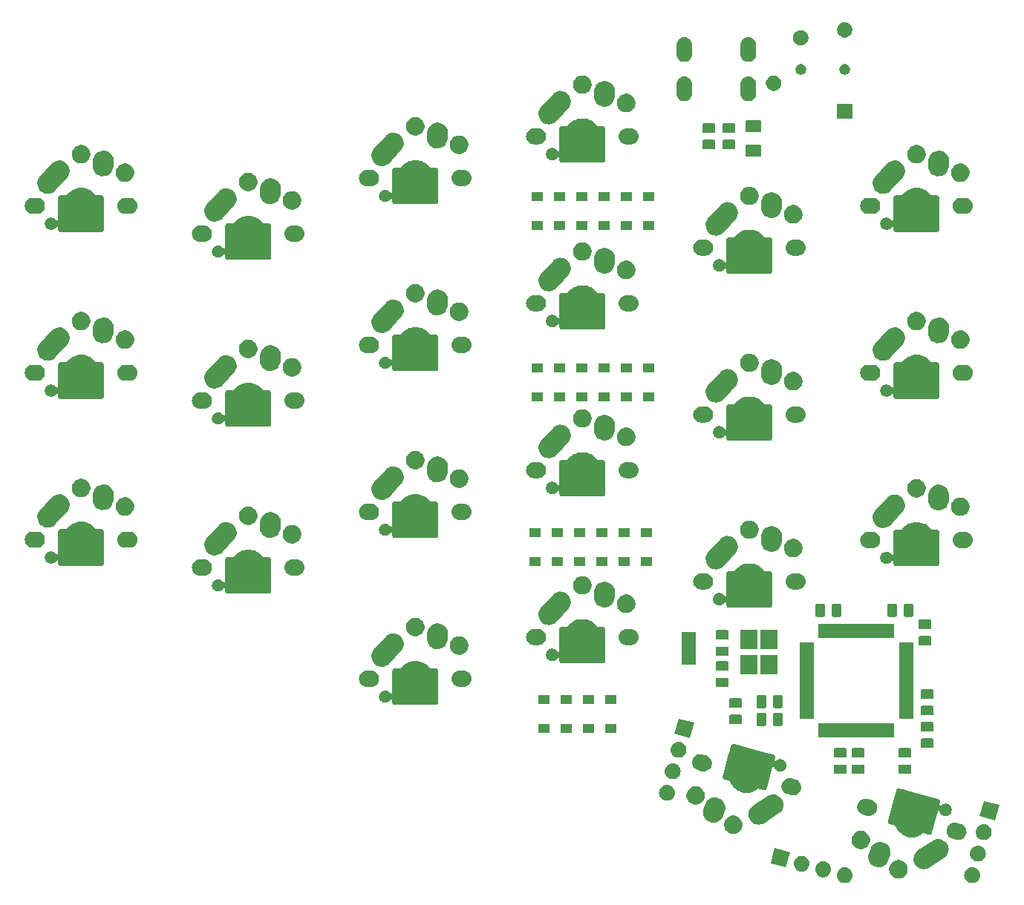
<source format=gbs>
G04 #@! TF.GenerationSoftware,KiCad,Pcbnew,(5.1.4)-1*
G04 #@! TF.CreationDate,2022-01-24T16:56:49-05:00*
G04 #@! TF.ProjectId,a44key-pcb-left-hand,6134346b-6579-42d7-9063-622d6c656674,rev?*
G04 #@! TF.SameCoordinates,Original*
G04 #@! TF.FileFunction,Soldermask,Bot*
G04 #@! TF.FilePolarity,Negative*
%FSLAX46Y46*%
G04 Gerber Fmt 4.6, Leading zero omitted, Abs format (unit mm)*
G04 Created by KiCad (PCBNEW (5.1.4)-1) date 2022-01-24 16:56:49*
%MOMM*%
%LPD*%
G04 APERTURE LIST*
%ADD10C,0.100000*%
G04 APERTURE END LIST*
D10*
G36*
X173592443Y-139821519D02*
G01*
X173658627Y-139828037D01*
X173828466Y-139879557D01*
X173984991Y-139963222D01*
X174020729Y-139992552D01*
X174122186Y-140075814D01*
X174205448Y-140177271D01*
X174234778Y-140213009D01*
X174318443Y-140369534D01*
X174369963Y-140539373D01*
X174387359Y-140716000D01*
X174369963Y-140892627D01*
X174318443Y-141062466D01*
X174234778Y-141218991D01*
X174205448Y-141254729D01*
X174122186Y-141356186D01*
X174020729Y-141439448D01*
X173984991Y-141468778D01*
X173828466Y-141552443D01*
X173658627Y-141603963D01*
X173592443Y-141610481D01*
X173526260Y-141617000D01*
X173437740Y-141617000D01*
X173371557Y-141610481D01*
X173305373Y-141603963D01*
X173135534Y-141552443D01*
X172979009Y-141468778D01*
X172943271Y-141439448D01*
X172841814Y-141356186D01*
X172758552Y-141254729D01*
X172729222Y-141218991D01*
X172645557Y-141062466D01*
X172594037Y-140892627D01*
X172576641Y-140716000D01*
X172594037Y-140539373D01*
X172645557Y-140369534D01*
X172729222Y-140213009D01*
X172758552Y-140177271D01*
X172841814Y-140075814D01*
X172943271Y-139992552D01*
X172979009Y-139963222D01*
X173135534Y-139879557D01*
X173305373Y-139828037D01*
X173371557Y-139821519D01*
X173437740Y-139815000D01*
X173526260Y-139815000D01*
X173592443Y-139821519D01*
X173592443Y-139821519D01*
G37*
G36*
X188121373Y-139815000D02*
G01*
X188196426Y-139822392D01*
X188366265Y-139873912D01*
X188522790Y-139957577D01*
X188529667Y-139963221D01*
X188659985Y-140070169D01*
X188728763Y-140153977D01*
X188772577Y-140207364D01*
X188856242Y-140363889D01*
X188907762Y-140533728D01*
X188925158Y-140710355D01*
X188907762Y-140886982D01*
X188856242Y-141056821D01*
X188772577Y-141213346D01*
X188767944Y-141218991D01*
X188659985Y-141350541D01*
X188558528Y-141433803D01*
X188522790Y-141463133D01*
X188366265Y-141546798D01*
X188196426Y-141598318D01*
X188139110Y-141603963D01*
X188064059Y-141611355D01*
X187975539Y-141611355D01*
X187900488Y-141603963D01*
X187843172Y-141598318D01*
X187673333Y-141546798D01*
X187516808Y-141463133D01*
X187481070Y-141433803D01*
X187379613Y-141350541D01*
X187271654Y-141218991D01*
X187267021Y-141213346D01*
X187183356Y-141056821D01*
X187131836Y-140886982D01*
X187114440Y-140710355D01*
X187131836Y-140533728D01*
X187183356Y-140363889D01*
X187267021Y-140207364D01*
X187310835Y-140153977D01*
X187379613Y-140070169D01*
X187509931Y-139963221D01*
X187516808Y-139957577D01*
X187673333Y-139873912D01*
X187843172Y-139822392D01*
X187918225Y-139815000D01*
X187975539Y-139809355D01*
X188064059Y-139809355D01*
X188121373Y-139815000D01*
X188121373Y-139815000D01*
G37*
G36*
X179920324Y-139023393D02*
G01*
X180111593Y-139102619D01*
X180111595Y-139102620D01*
X180283733Y-139217639D01*
X180430125Y-139364031D01*
X180517407Y-139494657D01*
X180545145Y-139536171D01*
X180624371Y-139727440D01*
X180664760Y-139930488D01*
X180664760Y-140137520D01*
X180624371Y-140340568D01*
X180597655Y-140405066D01*
X180545144Y-140531839D01*
X180430125Y-140703977D01*
X180283733Y-140850369D01*
X180111595Y-140965388D01*
X180111594Y-140965389D01*
X180111593Y-140965389D01*
X179920324Y-141044615D01*
X179717276Y-141085004D01*
X179510244Y-141085004D01*
X179307196Y-141044615D01*
X179115927Y-140965389D01*
X179115926Y-140965389D01*
X179115925Y-140965388D01*
X178943787Y-140850369D01*
X178797395Y-140703977D01*
X178682376Y-140531839D01*
X178629865Y-140405066D01*
X178603149Y-140340568D01*
X178562760Y-140137520D01*
X178562760Y-139930488D01*
X178603149Y-139727440D01*
X178682375Y-139536171D01*
X178710114Y-139494657D01*
X178797395Y-139364031D01*
X178943787Y-139217639D01*
X179115925Y-139102620D01*
X179115927Y-139102619D01*
X179307196Y-139023393D01*
X179510244Y-138983004D01*
X179717276Y-138983004D01*
X179920324Y-139023393D01*
X179920324Y-139023393D01*
G37*
G36*
X171138991Y-139164119D02*
G01*
X171205175Y-139170637D01*
X171375014Y-139222157D01*
X171531539Y-139305822D01*
X171567277Y-139335152D01*
X171668734Y-139418414D01*
X171751996Y-139519871D01*
X171781326Y-139555609D01*
X171794715Y-139580658D01*
X171859826Y-139702470D01*
X171864991Y-139712134D01*
X171916511Y-139881973D01*
X171933907Y-140058600D01*
X171916511Y-140235227D01*
X171864991Y-140405066D01*
X171781326Y-140561591D01*
X171751996Y-140597329D01*
X171668734Y-140698786D01*
X171567277Y-140782048D01*
X171531539Y-140811378D01*
X171375014Y-140895043D01*
X171205175Y-140946563D01*
X171138990Y-140953082D01*
X171072808Y-140959600D01*
X170984288Y-140959600D01*
X170918106Y-140953082D01*
X170851921Y-140946563D01*
X170682082Y-140895043D01*
X170525557Y-140811378D01*
X170489819Y-140782048D01*
X170388362Y-140698786D01*
X170305100Y-140597329D01*
X170275770Y-140561591D01*
X170192105Y-140405066D01*
X170140585Y-140235227D01*
X170123189Y-140058600D01*
X170140585Y-139881973D01*
X170192105Y-139712134D01*
X170197271Y-139702470D01*
X170262381Y-139580658D01*
X170275770Y-139555609D01*
X170305100Y-139519871D01*
X170388362Y-139418414D01*
X170489819Y-139335152D01*
X170525557Y-139305822D01*
X170682082Y-139222157D01*
X170851921Y-139170637D01*
X170918105Y-139164119D01*
X170984288Y-139157600D01*
X171072808Y-139157600D01*
X171138991Y-139164119D01*
X171138991Y-139164119D01*
G37*
G36*
X168685539Y-138506717D02*
G01*
X168751724Y-138513236D01*
X168921563Y-138564756D01*
X169078088Y-138648421D01*
X169113826Y-138677751D01*
X169215283Y-138761013D01*
X169276763Y-138835928D01*
X169327875Y-138898208D01*
X169411540Y-139054733D01*
X169463060Y-139224572D01*
X169480456Y-139401199D01*
X169463060Y-139577826D01*
X169411540Y-139747665D01*
X169327875Y-139904190D01*
X169306291Y-139930490D01*
X169215283Y-140041385D01*
X169113826Y-140124647D01*
X169078088Y-140153977D01*
X168921563Y-140237642D01*
X168751724Y-140289162D01*
X168685539Y-140295681D01*
X168619357Y-140302199D01*
X168530837Y-140302199D01*
X168464655Y-140295681D01*
X168398470Y-140289162D01*
X168228631Y-140237642D01*
X168072106Y-140153977D01*
X168036368Y-140124647D01*
X167934911Y-140041385D01*
X167843903Y-139930490D01*
X167822319Y-139904190D01*
X167738654Y-139747665D01*
X167687134Y-139577826D01*
X167669738Y-139401199D01*
X167687134Y-139224572D01*
X167738654Y-139054733D01*
X167822319Y-138898208D01*
X167873431Y-138835928D01*
X167934911Y-138761013D01*
X168036368Y-138677751D01*
X168072106Y-138648421D01*
X168228631Y-138564756D01*
X168398470Y-138513236D01*
X168464655Y-138506717D01*
X168530837Y-138500199D01*
X168619357Y-138500199D01*
X168685539Y-138506717D01*
X168685539Y-138506717D01*
G37*
G36*
X184401111Y-136621830D02*
G01*
X184622010Y-136691586D01*
X184825057Y-136803096D01*
X185002448Y-136952077D01*
X185147365Y-137132801D01*
X185254240Y-137338325D01*
X185318966Y-137560751D01*
X185339055Y-137791530D01*
X185313736Y-138021794D01*
X185243980Y-138242693D01*
X185132470Y-138445740D01*
X185032515Y-138564756D01*
X184983489Y-138623131D01*
X184848048Y-138731737D01*
X183108040Y-139866033D01*
X183108036Y-139866035D01*
X183108030Y-139866039D01*
X182954009Y-139946132D01*
X182731583Y-140010858D01*
X182500805Y-140030947D01*
X182270541Y-140005628D01*
X182049642Y-139935872D01*
X181846595Y-139824362D01*
X181669204Y-139675381D01*
X181524287Y-139494657D01*
X181417412Y-139289133D01*
X181352686Y-139066707D01*
X181332597Y-138835929D01*
X181357916Y-138605665D01*
X181427672Y-138384766D01*
X181539182Y-138181719D01*
X181688163Y-138004328D01*
X181823599Y-137895726D01*
X181823604Y-137895722D01*
X183563610Y-136761425D01*
X183563619Y-136761420D01*
X183563621Y-136761419D01*
X183717642Y-136681326D01*
X183940068Y-136616600D01*
X184170847Y-136596511D01*
X184401111Y-136621830D01*
X184401111Y-136621830D01*
G37*
G36*
X167225140Y-138106696D02*
G01*
X166758748Y-139847294D01*
X165018150Y-139380902D01*
X165484542Y-137640304D01*
X167225140Y-138106696D01*
X167225140Y-138106696D01*
G37*
G36*
X177698023Y-136920075D02*
G01*
X177923484Y-136973267D01*
X178134236Y-137069423D01*
X178322180Y-137204848D01*
X178480093Y-137374336D01*
X178601905Y-137571374D01*
X178682937Y-137788391D01*
X178700369Y-137895726D01*
X178718008Y-138004328D01*
X178720073Y-138017047D01*
X178711888Y-138248554D01*
X178672025Y-138417516D01*
X178446281Y-139076862D01*
X178374221Y-139234801D01*
X178238797Y-139422745D01*
X178069309Y-139580658D01*
X177916088Y-139675381D01*
X177872268Y-139702471D01*
X177846394Y-139712132D01*
X177655254Y-139783502D01*
X177426598Y-139820638D01*
X177195092Y-139812453D01*
X176969630Y-139759261D01*
X176758878Y-139663104D01*
X176570934Y-139527680D01*
X176413021Y-139358192D01*
X176291209Y-139161153D01*
X176285128Y-139144866D01*
X176269353Y-139102619D01*
X176210177Y-138944137D01*
X176173041Y-138715481D01*
X176181226Y-138483975D01*
X176221089Y-138315012D01*
X176446833Y-137655665D01*
X176518893Y-137497726D01*
X176654317Y-137309783D01*
X176823805Y-137151870D01*
X177020844Y-137030058D01*
X177020843Y-137030058D01*
X177020847Y-137030056D01*
X177173202Y-136973169D01*
X177237860Y-136949026D01*
X177466515Y-136911889D01*
X177698023Y-136920075D01*
X177698023Y-136920075D01*
G37*
G36*
X188787642Y-137362422D02*
G01*
X188853826Y-137368940D01*
X189023665Y-137420460D01*
X189180190Y-137504125D01*
X189209073Y-137527829D01*
X189317385Y-137616717D01*
X189400647Y-137718174D01*
X189429977Y-137753912D01*
X189513642Y-137910437D01*
X189565162Y-138080276D01*
X189582558Y-138256903D01*
X189565162Y-138433530D01*
X189513642Y-138603369D01*
X189429977Y-138759894D01*
X189400647Y-138795632D01*
X189317385Y-138897089D01*
X189215928Y-138980351D01*
X189180190Y-139009681D01*
X189023665Y-139093346D01*
X188853826Y-139144866D01*
X188787641Y-139151385D01*
X188721459Y-139157903D01*
X188632939Y-139157903D01*
X188566757Y-139151385D01*
X188500572Y-139144866D01*
X188330733Y-139093346D01*
X188174208Y-139009681D01*
X188138470Y-138980351D01*
X188037013Y-138897089D01*
X187953751Y-138795632D01*
X187924421Y-138759894D01*
X187840756Y-138603369D01*
X187789236Y-138433530D01*
X187771840Y-138256903D01*
X187789236Y-138080276D01*
X187840756Y-137910437D01*
X187924421Y-137753912D01*
X187953751Y-137718174D01*
X188037013Y-137616717D01*
X188145325Y-137527829D01*
X188174208Y-137504125D01*
X188330733Y-137420460D01*
X188500572Y-137368940D01*
X188566756Y-137362422D01*
X188632939Y-137355903D01*
X188721459Y-137355903D01*
X188787642Y-137362422D01*
X188787642Y-137362422D01*
G37*
G36*
X175634215Y-135700853D02*
G01*
X175802853Y-135770705D01*
X175825486Y-135780080D01*
X175997624Y-135895099D01*
X176144016Y-136041491D01*
X176227780Y-136166852D01*
X176259036Y-136213631D01*
X176338262Y-136404900D01*
X176378651Y-136607948D01*
X176378651Y-136814980D01*
X176338262Y-137018028D01*
X176260879Y-137204848D01*
X176259035Y-137209299D01*
X176144016Y-137381437D01*
X175997624Y-137527829D01*
X175825486Y-137642848D01*
X175825485Y-137642849D01*
X175825484Y-137642849D01*
X175634215Y-137722075D01*
X175431167Y-137762464D01*
X175224135Y-137762464D01*
X175021087Y-137722075D01*
X174829818Y-137642849D01*
X174829817Y-137642849D01*
X174829816Y-137642848D01*
X174657678Y-137527829D01*
X174511286Y-137381437D01*
X174396267Y-137209299D01*
X174394423Y-137204848D01*
X174317040Y-137018028D01*
X174276651Y-136814980D01*
X174276651Y-136607948D01*
X174317040Y-136404900D01*
X174396266Y-136213631D01*
X174427523Y-136166852D01*
X174511286Y-136041491D01*
X174657678Y-135895099D01*
X174829816Y-135780080D01*
X174852449Y-135770705D01*
X175021087Y-135700853D01*
X175224135Y-135660464D01*
X175431167Y-135660464D01*
X175634215Y-135700853D01*
X175634215Y-135700853D01*
G37*
G36*
X189435311Y-134908012D02*
G01*
X189511227Y-134915489D01*
X189681066Y-134967009D01*
X189681068Y-134967010D01*
X189730621Y-134993497D01*
X189837591Y-135050674D01*
X189846342Y-135057856D01*
X189974786Y-135163266D01*
X190054914Y-135260904D01*
X190087378Y-135300461D01*
X190087379Y-135300463D01*
X190170633Y-135456218D01*
X190171043Y-135456986D01*
X190222563Y-135626825D01*
X190239959Y-135803452D01*
X190222563Y-135980079D01*
X190171043Y-136149918D01*
X190171042Y-136149920D01*
X190136987Y-136213631D01*
X190087378Y-136306443D01*
X190074815Y-136321751D01*
X189974786Y-136443638D01*
X189873329Y-136526900D01*
X189837591Y-136556230D01*
X189681066Y-136639895D01*
X189511227Y-136691415D01*
X189445042Y-136697934D01*
X189378860Y-136704452D01*
X189290340Y-136704452D01*
X189224158Y-136697934D01*
X189157973Y-136691415D01*
X188988134Y-136639895D01*
X188831609Y-136556230D01*
X188795871Y-136526900D01*
X188694414Y-136443638D01*
X188594385Y-136321751D01*
X188581822Y-136306443D01*
X188532213Y-136213631D01*
X188498158Y-136149920D01*
X188498157Y-136149918D01*
X188446637Y-135980079D01*
X188429241Y-135803452D01*
X188446637Y-135626825D01*
X188498157Y-135456986D01*
X188498568Y-135456218D01*
X188581821Y-135300463D01*
X188581822Y-135300461D01*
X188614286Y-135260904D01*
X188694414Y-135163266D01*
X188822858Y-135057856D01*
X188831609Y-135050674D01*
X188938579Y-134993497D01*
X188988132Y-134967010D01*
X188988134Y-134967009D01*
X189157973Y-134915489D01*
X189233889Y-134908012D01*
X189290340Y-134902452D01*
X189378860Y-134902452D01*
X189435311Y-134908012D01*
X189435311Y-134908012D01*
G37*
G36*
X186226514Y-134739092D02*
G01*
X186226521Y-134739094D01*
X186226522Y-134739094D01*
X186724913Y-134872637D01*
X186724920Y-134872639D01*
X186852851Y-134920789D01*
X187007751Y-135017112D01*
X187115091Y-135117647D01*
X187140882Y-135141803D01*
X187247130Y-135290071D01*
X187322410Y-135456219D01*
X187343119Y-135545039D01*
X187363830Y-135633861D01*
X187369798Y-135816169D01*
X187340086Y-135996136D01*
X187275833Y-136166852D01*
X187179511Y-136321749D01*
X187054817Y-136454884D01*
X186906550Y-136561130D01*
X186740405Y-136636410D01*
X186632665Y-136661531D01*
X186562762Y-136677830D01*
X186556591Y-136678032D01*
X186380452Y-136683799D01*
X186245588Y-136661533D01*
X186245581Y-136661531D01*
X186245580Y-136661531D01*
X185996385Y-136594759D01*
X185747182Y-136527985D01*
X185619251Y-136479835D01*
X185464351Y-136383512D01*
X185331221Y-136258822D01*
X185331220Y-136258821D01*
X185224973Y-136110553D01*
X185173132Y-135996136D01*
X185149692Y-135944404D01*
X185108273Y-135766764D01*
X185102304Y-135584455D01*
X185132017Y-135404491D01*
X185132018Y-135404489D01*
X185132018Y-135404487D01*
X185171170Y-135300463D01*
X185196271Y-135233769D01*
X185292593Y-135078872D01*
X185417283Y-134945742D01*
X185417284Y-134945741D01*
X185565552Y-134839494D01*
X185682802Y-134786369D01*
X185731701Y-134764213D01*
X185909341Y-134722794D01*
X186091649Y-134716825D01*
X186226514Y-134739092D01*
X186226514Y-134739092D01*
G37*
G36*
X179703418Y-130837238D02*
G01*
X179703436Y-130837242D01*
X179712038Y-130838662D01*
X179712040Y-130838663D01*
X179712042Y-130838663D01*
X179720191Y-130841730D01*
X179731868Y-130845482D01*
X180081236Y-130939095D01*
X180093224Y-130941684D01*
X180093359Y-130941706D01*
X180093491Y-130941756D01*
X180105168Y-130945508D01*
X180944063Y-131170289D01*
X183748349Y-131921695D01*
X183760330Y-131924283D01*
X183768926Y-131925702D01*
X183776058Y-131928387D01*
X183777072Y-131928768D01*
X183788750Y-131932520D01*
X184134713Y-132025221D01*
X184146695Y-132027809D01*
X184155297Y-132029229D01*
X184163448Y-132032297D01*
X184163462Y-132032301D01*
X184210783Y-132050112D01*
X184210787Y-132050114D01*
X184261138Y-132081424D01*
X184261141Y-132081426D01*
X184290532Y-132108954D01*
X184304414Y-132121956D01*
X184338950Y-132170151D01*
X184363420Y-132224158D01*
X184376884Y-132281901D01*
X184378767Y-132339431D01*
X184378824Y-132341163D01*
X184370590Y-132391035D01*
X184370582Y-132391075D01*
X184369165Y-132399655D01*
X184369164Y-132399660D01*
X184366097Y-132407810D01*
X184362351Y-132419467D01*
X184312719Y-132604696D01*
X184308729Y-132628868D01*
X184309530Y-132653359D01*
X184315095Y-132677223D01*
X184325208Y-132699543D01*
X184339481Y-132719461D01*
X184357365Y-132736211D01*
X184378174Y-132749151D01*
X184401108Y-132757783D01*
X184425285Y-132761774D01*
X184449776Y-132760973D01*
X184473640Y-132755408D01*
X184495960Y-132745295D01*
X184521848Y-132725431D01*
X184532013Y-132715266D01*
X184646823Y-132638553D01*
X184774399Y-132585709D01*
X184909828Y-132558771D01*
X185047916Y-132558771D01*
X185183345Y-132585709D01*
X185310921Y-132638553D01*
X185425731Y-132715266D01*
X185523377Y-132812912D01*
X185600090Y-132927722D01*
X185652934Y-133055298D01*
X185679872Y-133190727D01*
X185679872Y-133328815D01*
X185652934Y-133464244D01*
X185600090Y-133591820D01*
X185523377Y-133706630D01*
X185425731Y-133804276D01*
X185310921Y-133880989D01*
X185183345Y-133933833D01*
X185047916Y-133960771D01*
X184909828Y-133960771D01*
X184774399Y-133933833D01*
X184646823Y-133880989D01*
X184532013Y-133804276D01*
X184434367Y-133706630D01*
X184357654Y-133591820D01*
X184310681Y-133478418D01*
X184299130Y-133456807D01*
X184283584Y-133437865D01*
X184264642Y-133422320D01*
X184243032Y-133410769D01*
X184219583Y-133403656D01*
X184195197Y-133401254D01*
X184170810Y-133403656D01*
X184147362Y-133410769D01*
X184125751Y-133422320D01*
X184106809Y-133437866D01*
X184091264Y-133456808D01*
X184079713Y-133478418D01*
X184074459Y-133493896D01*
X183448781Y-135828956D01*
X183441423Y-135856416D01*
X183438835Y-135868397D01*
X183437416Y-135876993D01*
X183437415Y-135876995D01*
X183434350Y-135885139D01*
X183434339Y-135885173D01*
X183416534Y-135932479D01*
X183416532Y-135932483D01*
X183401213Y-135957118D01*
X183385220Y-135982837D01*
X183344692Y-136026109D01*
X183296495Y-136060646D01*
X183275905Y-136069975D01*
X183242488Y-136085116D01*
X183184745Y-136098580D01*
X183179109Y-136098764D01*
X183125482Y-136100520D01*
X183075601Y-136092285D01*
X183075573Y-136092279D01*
X183066989Y-136090862D01*
X183058844Y-136087796D01*
X183047167Y-136084044D01*
X182701194Y-135991341D01*
X182689215Y-135988753D01*
X182680616Y-135987334D01*
X182672463Y-135984266D01*
X182660785Y-135980513D01*
X182659165Y-135980079D01*
X182500005Y-135937432D01*
X182475834Y-135933442D01*
X182451343Y-135934243D01*
X182427479Y-135939808D01*
X182398216Y-135954238D01*
X182109415Y-136147209D01*
X182061992Y-136166852D01*
X181737266Y-136301358D01*
X181342198Y-136379942D01*
X180939386Y-136379942D01*
X180544318Y-136301358D01*
X180219592Y-136166852D01*
X180172169Y-136147209D01*
X179837244Y-135923419D01*
X179552415Y-135638590D01*
X179328625Y-135303665D01*
X179276310Y-135177364D01*
X179251574Y-135117647D01*
X179240023Y-135096036D01*
X179224478Y-135077094D01*
X179205536Y-135061549D01*
X179183925Y-135049998D01*
X179168442Y-135044742D01*
X179034098Y-135008745D01*
X179022109Y-135006156D01*
X179005054Y-135003340D01*
X178988870Y-134997249D01*
X178977192Y-134993497D01*
X178644319Y-134904303D01*
X178632333Y-134901714D01*
X178623728Y-134900294D01*
X178568237Y-134879408D01*
X178557348Y-134872637D01*
X178548239Y-134866973D01*
X178517887Y-134848099D01*
X178474610Y-134807566D01*
X178440075Y-134759372D01*
X178436131Y-134750667D01*
X178415605Y-134705365D01*
X178402141Y-134647622D01*
X178401329Y-134622806D01*
X178400201Y-134588365D01*
X178407440Y-134544518D01*
X178409859Y-134529863D01*
X178412930Y-134521703D01*
X178416683Y-134510024D01*
X178419103Y-134500994D01*
X178776038Y-133168889D01*
X179098306Y-131966167D01*
X179100895Y-131954177D01*
X179106333Y-131921241D01*
X179118094Y-131889993D01*
X179121847Y-131878313D01*
X179180660Y-131658821D01*
X179333828Y-131087188D01*
X179337599Y-131073114D01*
X179340189Y-131061122D01*
X179341608Y-131052526D01*
X179345018Y-131043466D01*
X179362491Y-130997041D01*
X179393801Y-130946690D01*
X179434334Y-130903413D01*
X179440585Y-130898934D01*
X179482528Y-130868877D01*
X179507045Y-130857769D01*
X179536536Y-130844407D01*
X179594279Y-130830943D01*
X179599915Y-130830759D01*
X179653540Y-130829003D01*
X179703418Y-130837238D01*
X179703418Y-130837238D01*
G37*
G36*
X161085532Y-133943729D02*
G01*
X161276801Y-134022955D01*
X161276803Y-134022956D01*
X161448941Y-134137975D01*
X161595333Y-134284367D01*
X161708341Y-134453495D01*
X161710353Y-134456507D01*
X161789579Y-134647776D01*
X161829968Y-134850824D01*
X161829968Y-135057856D01*
X161789579Y-135260904D01*
X161730105Y-135404487D01*
X161710352Y-135452175D01*
X161595333Y-135624313D01*
X161448941Y-135770705D01*
X161276803Y-135885724D01*
X161276802Y-135885725D01*
X161276801Y-135885725D01*
X161085532Y-135964951D01*
X160882484Y-136005340D01*
X160675452Y-136005340D01*
X160472404Y-135964951D01*
X160281135Y-135885725D01*
X160281134Y-135885725D01*
X160281133Y-135885724D01*
X160108995Y-135770705D01*
X159962603Y-135624313D01*
X159847584Y-135452175D01*
X159827831Y-135404487D01*
X159768357Y-135260904D01*
X159727968Y-135057856D01*
X159727968Y-134850824D01*
X159768357Y-134647776D01*
X159847583Y-134456507D01*
X159849596Y-134453495D01*
X159962603Y-134284367D01*
X160108995Y-134137975D01*
X160281133Y-134022956D01*
X160281135Y-134022955D01*
X160472404Y-133943729D01*
X160675452Y-133903340D01*
X160882484Y-133903340D01*
X161085532Y-133943729D01*
X161085532Y-133943729D01*
G37*
G36*
X165566319Y-131542166D02*
G01*
X165787218Y-131611922D01*
X165990265Y-131723432D01*
X166167656Y-131872413D01*
X166312573Y-132053137D01*
X166419448Y-132258661D01*
X166484174Y-132481087D01*
X166504263Y-132711866D01*
X166478944Y-132942130D01*
X166409188Y-133163029D01*
X166297678Y-133366076D01*
X166163366Y-133526001D01*
X166148697Y-133543467D01*
X166013256Y-133652073D01*
X164273248Y-134786369D01*
X164273244Y-134786371D01*
X164273238Y-134786375D01*
X164119217Y-134866468D01*
X163896791Y-134931194D01*
X163666013Y-134951283D01*
X163435749Y-134925964D01*
X163214850Y-134856208D01*
X163011803Y-134744698D01*
X162834412Y-134595717D01*
X162689495Y-134414993D01*
X162582620Y-134209469D01*
X162517894Y-133987043D01*
X162497805Y-133756265D01*
X162523124Y-133526001D01*
X162592880Y-133305102D01*
X162704390Y-133102055D01*
X162853371Y-132924664D01*
X162988807Y-132816062D01*
X162988812Y-132816058D01*
X164728818Y-131681761D01*
X164728827Y-131681756D01*
X164728829Y-131681755D01*
X164882850Y-131601662D01*
X165105276Y-131536936D01*
X165336055Y-131516847D01*
X165566319Y-131542166D01*
X165566319Y-131542166D01*
G37*
G36*
X158863231Y-131840411D02*
G01*
X159088692Y-131893603D01*
X159299444Y-131989759D01*
X159487388Y-132125184D01*
X159645301Y-132294672D01*
X159767113Y-132491710D01*
X159848145Y-132708727D01*
X159865577Y-132816062D01*
X159883216Y-132924664D01*
X159885281Y-132937383D01*
X159877096Y-133168890D01*
X159837233Y-133337852D01*
X159611489Y-133997198D01*
X159539429Y-134155137D01*
X159404005Y-134343081D01*
X159234517Y-134500994D01*
X159081296Y-134595717D01*
X159037476Y-134622807D01*
X159003693Y-134635421D01*
X158820462Y-134703838D01*
X158591806Y-134740974D01*
X158360300Y-134732789D01*
X158134838Y-134679597D01*
X157924086Y-134583440D01*
X157736142Y-134448016D01*
X157578229Y-134278528D01*
X157456417Y-134081489D01*
X157375385Y-133864473D01*
X157338249Y-133635817D01*
X157346434Y-133404311D01*
X157386297Y-133235348D01*
X157612041Y-132576001D01*
X157684101Y-132418062D01*
X157819525Y-132230119D01*
X157989013Y-132072206D01*
X158186052Y-131950394D01*
X158186051Y-131950394D01*
X158186055Y-131950392D01*
X158379096Y-131878313D01*
X158403068Y-131869362D01*
X158631723Y-131832225D01*
X158863231Y-131840411D01*
X158863231Y-131840411D01*
G37*
G36*
X191095495Y-132712897D02*
G01*
X190629103Y-134453495D01*
X188888505Y-133987103D01*
X189354897Y-132246505D01*
X191095495Y-132712897D01*
X191095495Y-132712897D01*
G37*
G36*
X176035996Y-132008552D02*
G01*
X176036003Y-132008554D01*
X176036004Y-132008554D01*
X176487886Y-132129635D01*
X176534402Y-132142099D01*
X176662333Y-132190249D01*
X176817233Y-132286572D01*
X176950363Y-132411262D01*
X176950364Y-132411263D01*
X177056612Y-132559531D01*
X177131892Y-132725679D01*
X177149823Y-132802582D01*
X177173312Y-132903321D01*
X177179280Y-133085629D01*
X177149568Y-133265596D01*
X177085315Y-133436312D01*
X176988993Y-133591209D01*
X176864299Y-133724344D01*
X176716032Y-133830590D01*
X176549887Y-133905870D01*
X176442147Y-133930991D01*
X176372244Y-133947290D01*
X176366073Y-133947492D01*
X176189934Y-133953259D01*
X176055070Y-133930993D01*
X176055063Y-133930991D01*
X176055062Y-133930991D01*
X175734854Y-133845191D01*
X175556664Y-133797445D01*
X175428733Y-133749295D01*
X175273833Y-133652972D01*
X175140703Y-133528282D01*
X175094814Y-133464244D01*
X175034455Y-133380013D01*
X174982614Y-133265596D01*
X174959174Y-133213864D01*
X174917755Y-133036224D01*
X174911786Y-132853915D01*
X174941499Y-132673951D01*
X174941500Y-132673949D01*
X174941500Y-132673947D01*
X174963329Y-132615948D01*
X175005753Y-132503229D01*
X175102075Y-132348332D01*
X175226765Y-132215202D01*
X175229342Y-132213355D01*
X175375034Y-132108954D01*
X175468459Y-132066624D01*
X175541183Y-132033673D01*
X175718823Y-131992254D01*
X175901131Y-131986285D01*
X176035996Y-132008552D01*
X176035996Y-132008552D01*
G37*
G36*
X156799423Y-130621189D02*
G01*
X156987918Y-130699266D01*
X156990694Y-130700416D01*
X157162832Y-130815435D01*
X157309224Y-130961827D01*
X157392988Y-131087188D01*
X157424244Y-131133967D01*
X157503470Y-131325236D01*
X157543859Y-131528284D01*
X157543859Y-131735316D01*
X157503470Y-131938364D01*
X157424244Y-132129633D01*
X157424243Y-132129635D01*
X157309224Y-132301773D01*
X157162832Y-132448165D01*
X156990694Y-132563184D01*
X156990693Y-132563185D01*
X156990692Y-132563185D01*
X156799423Y-132642411D01*
X156596375Y-132682800D01*
X156389343Y-132682800D01*
X156186295Y-132642411D01*
X155995026Y-132563185D01*
X155995025Y-132563185D01*
X155995024Y-132563184D01*
X155822886Y-132448165D01*
X155676494Y-132301773D01*
X155561475Y-132129635D01*
X155561474Y-132129633D01*
X155482248Y-131938364D01*
X155441859Y-131735316D01*
X155441859Y-131528284D01*
X155482248Y-131325236D01*
X155561474Y-131133967D01*
X155592731Y-131087188D01*
X155676494Y-130961827D01*
X155822886Y-130815435D01*
X155995024Y-130700416D01*
X155997800Y-130699266D01*
X156186295Y-130621189D01*
X156389343Y-130580800D01*
X156596375Y-130580800D01*
X156799423Y-130621189D01*
X156799423Y-130621189D01*
G37*
G36*
X153332242Y-130417874D02*
G01*
X153398426Y-130424392D01*
X153568265Y-130475912D01*
X153724790Y-130559577D01*
X153750650Y-130580800D01*
X153861985Y-130672169D01*
X153925277Y-130749292D01*
X153974577Y-130809364D01*
X154058242Y-130965889D01*
X154109762Y-131135728D01*
X154127158Y-131312355D01*
X154109762Y-131488982D01*
X154058242Y-131658821D01*
X153974577Y-131815346D01*
X153945247Y-131851084D01*
X153861985Y-131952541D01*
X153764796Y-132032301D01*
X153724790Y-132065133D01*
X153702751Y-132076913D01*
X153618483Y-132121956D01*
X153568265Y-132148798D01*
X153398426Y-132200318D01*
X153332242Y-132206836D01*
X153266059Y-132213355D01*
X153177539Y-132213355D01*
X153111356Y-132206836D01*
X153045172Y-132200318D01*
X152875333Y-132148798D01*
X152825116Y-132121956D01*
X152740847Y-132076913D01*
X152718808Y-132065133D01*
X152678802Y-132032301D01*
X152581613Y-131952541D01*
X152498351Y-131851084D01*
X152469021Y-131815346D01*
X152385356Y-131658821D01*
X152333836Y-131488982D01*
X152316440Y-131312355D01*
X152333836Y-131135728D01*
X152385356Y-130965889D01*
X152469021Y-130809364D01*
X152518321Y-130749292D01*
X152581613Y-130672169D01*
X152692948Y-130580800D01*
X152718808Y-130559577D01*
X152875333Y-130475912D01*
X153045172Y-130424392D01*
X153111356Y-130417874D01*
X153177539Y-130411355D01*
X153266059Y-130411355D01*
X153332242Y-130417874D01*
X153332242Y-130417874D01*
G37*
G36*
X167391722Y-129659428D02*
G01*
X167391729Y-129659430D01*
X167391730Y-129659430D01*
X167890121Y-129792973D01*
X167890128Y-129792975D01*
X168018059Y-129841125D01*
X168172959Y-129937448D01*
X168280299Y-130037983D01*
X168306090Y-130062139D01*
X168412338Y-130210407D01*
X168487618Y-130376555D01*
X168508327Y-130465375D01*
X168529038Y-130554197D01*
X168535006Y-130736505D01*
X168505294Y-130916472D01*
X168441041Y-131087188D01*
X168344719Y-131242085D01*
X168220025Y-131375220D01*
X168071758Y-131481466D01*
X167905613Y-131556746D01*
X167797873Y-131581867D01*
X167727970Y-131598166D01*
X167721799Y-131598368D01*
X167545660Y-131604135D01*
X167410796Y-131581869D01*
X167410789Y-131581867D01*
X167410788Y-131581867D01*
X167161593Y-131515095D01*
X166912390Y-131448321D01*
X166784459Y-131400171D01*
X166629559Y-131303848D01*
X166496429Y-131179158D01*
X166496428Y-131179157D01*
X166390181Y-131030889D01*
X166349796Y-130941756D01*
X166314900Y-130864740D01*
X166273481Y-130687100D01*
X166267512Y-130504791D01*
X166297225Y-130324827D01*
X166297226Y-130324825D01*
X166297226Y-130324823D01*
X166335173Y-130224000D01*
X166361479Y-130154105D01*
X166457801Y-129999208D01*
X166582491Y-129866078D01*
X166582492Y-129866077D01*
X166730760Y-129759830D01*
X166834993Y-129712603D01*
X166896909Y-129684549D01*
X167074549Y-129643130D01*
X167256857Y-129637161D01*
X167391722Y-129659428D01*
X167391722Y-129659428D01*
G37*
G36*
X160868626Y-125757574D02*
G01*
X160868644Y-125757578D01*
X160877246Y-125758998D01*
X160877248Y-125758999D01*
X160877250Y-125758999D01*
X160885399Y-125762066D01*
X160897076Y-125765818D01*
X161246444Y-125859431D01*
X161258432Y-125862020D01*
X161258567Y-125862042D01*
X161258699Y-125862092D01*
X161270376Y-125865844D01*
X162109271Y-126090625D01*
X164913557Y-126842031D01*
X164925538Y-126844619D01*
X164934134Y-126846038D01*
X164941266Y-126848723D01*
X164942280Y-126849104D01*
X164953958Y-126852856D01*
X165299921Y-126945557D01*
X165311903Y-126948145D01*
X165320505Y-126949565D01*
X165328656Y-126952633D01*
X165328670Y-126952637D01*
X165375991Y-126970448D01*
X165375995Y-126970450D01*
X165426346Y-127001760D01*
X165426349Y-127001762D01*
X165455740Y-127029290D01*
X165469622Y-127042292D01*
X165504158Y-127090487D01*
X165528628Y-127144494D01*
X165542092Y-127202237D01*
X165543390Y-127241894D01*
X165544032Y-127261499D01*
X165535798Y-127311371D01*
X165535790Y-127311411D01*
X165534373Y-127319991D01*
X165534372Y-127319996D01*
X165531305Y-127328146D01*
X165527559Y-127339803D01*
X165477927Y-127525032D01*
X165473937Y-127549204D01*
X165474738Y-127573695D01*
X165480303Y-127597559D01*
X165490416Y-127619879D01*
X165504689Y-127639797D01*
X165522573Y-127656547D01*
X165543382Y-127669487D01*
X165566316Y-127678119D01*
X165590493Y-127682110D01*
X165614984Y-127681309D01*
X165638848Y-127675744D01*
X165661168Y-127665631D01*
X165687056Y-127645767D01*
X165697221Y-127635602D01*
X165812031Y-127558889D01*
X165939607Y-127506045D01*
X166075036Y-127479107D01*
X166213124Y-127479107D01*
X166348553Y-127506045D01*
X166476129Y-127558889D01*
X166590939Y-127635602D01*
X166688585Y-127733248D01*
X166765298Y-127848058D01*
X166818142Y-127975634D01*
X166845080Y-128111063D01*
X166845080Y-128249151D01*
X166818142Y-128384580D01*
X166765298Y-128512156D01*
X166688585Y-128626966D01*
X166590939Y-128724612D01*
X166476129Y-128801325D01*
X166348553Y-128854169D01*
X166213124Y-128881107D01*
X166075036Y-128881107D01*
X165939607Y-128854169D01*
X165812031Y-128801325D01*
X165697221Y-128724612D01*
X165599575Y-128626966D01*
X165522862Y-128512156D01*
X165475889Y-128398754D01*
X165464338Y-128377143D01*
X165448792Y-128358201D01*
X165429850Y-128342656D01*
X165408240Y-128331105D01*
X165384791Y-128323992D01*
X165360405Y-128321590D01*
X165336018Y-128323992D01*
X165312570Y-128331105D01*
X165290959Y-128342656D01*
X165272017Y-128358202D01*
X165256472Y-128377144D01*
X165244921Y-128398754D01*
X165239667Y-128414232D01*
X164613989Y-130749292D01*
X164606631Y-130776752D01*
X164604043Y-130788733D01*
X164602624Y-130797329D01*
X164602623Y-130797331D01*
X164599558Y-130805475D01*
X164599547Y-130805509D01*
X164581742Y-130852815D01*
X164581740Y-130852819D01*
X164566421Y-130877454D01*
X164550428Y-130903173D01*
X164509900Y-130946445D01*
X164461703Y-130980982D01*
X164441113Y-130990311D01*
X164407696Y-131005452D01*
X164349953Y-131018916D01*
X164344317Y-131019100D01*
X164290690Y-131020856D01*
X164240809Y-131012621D01*
X164240781Y-131012615D01*
X164232197Y-131011198D01*
X164224052Y-131008132D01*
X164212375Y-131004380D01*
X163866402Y-130911677D01*
X163854423Y-130909089D01*
X163845824Y-130907670D01*
X163837671Y-130904602D01*
X163825993Y-130900849D01*
X163788706Y-130890858D01*
X163665213Y-130857768D01*
X163641042Y-130853778D01*
X163616551Y-130854579D01*
X163592687Y-130860144D01*
X163563424Y-130874574D01*
X163274623Y-131067545D01*
X163196064Y-131100085D01*
X162902474Y-131221694D01*
X162507406Y-131300278D01*
X162104594Y-131300278D01*
X161709526Y-131221694D01*
X161415936Y-131100085D01*
X161337377Y-131067545D01*
X161002452Y-130843755D01*
X160717623Y-130558926D01*
X160493833Y-130224001D01*
X160416782Y-130037983D01*
X160405231Y-130016372D01*
X160389686Y-129997430D01*
X160370744Y-129981885D01*
X160349133Y-129970334D01*
X160333650Y-129965078D01*
X160199306Y-129929081D01*
X160187317Y-129926492D01*
X160170262Y-129923676D01*
X160154078Y-129917585D01*
X160142400Y-129913833D01*
X159809527Y-129824639D01*
X159797541Y-129822050D01*
X159788936Y-129820630D01*
X159733445Y-129799744D01*
X159722556Y-129792973D01*
X159713447Y-129787309D01*
X159683095Y-129768435D01*
X159639818Y-129727902D01*
X159605283Y-129679708D01*
X159596095Y-129659430D01*
X159580813Y-129625701D01*
X159567349Y-129567958D01*
X159567185Y-129562956D01*
X159565409Y-129508701D01*
X159572648Y-129464854D01*
X159575067Y-129450199D01*
X159578138Y-129442039D01*
X159581891Y-129430360D01*
X159625785Y-129266546D01*
X159998224Y-127876581D01*
X160263514Y-126886503D01*
X160266103Y-126874513D01*
X160271541Y-126841577D01*
X160283302Y-126810329D01*
X160287055Y-126798649D01*
X160299577Y-126751918D01*
X160497925Y-126011670D01*
X160502807Y-125993450D01*
X160505397Y-125981458D01*
X160506815Y-125972866D01*
X160507867Y-125970070D01*
X160509884Y-125964710D01*
X160527699Y-125917377D01*
X160559009Y-125867026D01*
X160563698Y-125862020D01*
X160599541Y-125823750D01*
X160647736Y-125789213D01*
X160672206Y-125778126D01*
X160701744Y-125764743D01*
X160759487Y-125751279D01*
X160765123Y-125751095D01*
X160818748Y-125749339D01*
X160868626Y-125757574D01*
X160868626Y-125757574D01*
G37*
G36*
X153989642Y-127964422D02*
G01*
X154055826Y-127970940D01*
X154225665Y-128022460D01*
X154382190Y-128106125D01*
X154416399Y-128134200D01*
X154519385Y-128218717D01*
X154586378Y-128300350D01*
X154631977Y-128355912D01*
X154633201Y-128358202D01*
X154693822Y-128471614D01*
X154715642Y-128512437D01*
X154767162Y-128682276D01*
X154784558Y-128858903D01*
X154767162Y-129035530D01*
X154715642Y-129205369D01*
X154631977Y-129361894D01*
X154605047Y-129394708D01*
X154519385Y-129499089D01*
X154417928Y-129582351D01*
X154382190Y-129611681D01*
X154225665Y-129695346D01*
X154055826Y-129746866D01*
X153989642Y-129753384D01*
X153923459Y-129759903D01*
X153834939Y-129759903D01*
X153768756Y-129753384D01*
X153702572Y-129746866D01*
X153532733Y-129695346D01*
X153376208Y-129611681D01*
X153340470Y-129582351D01*
X153239013Y-129499089D01*
X153153351Y-129394708D01*
X153126421Y-129361894D01*
X153042756Y-129205369D01*
X152991236Y-129035530D01*
X152973840Y-128858903D01*
X152991236Y-128682276D01*
X153042756Y-128512437D01*
X153064577Y-128471614D01*
X153125197Y-128358202D01*
X153126421Y-128355912D01*
X153172020Y-128300350D01*
X153239013Y-128218717D01*
X153341999Y-128134200D01*
X153376208Y-128106125D01*
X153532733Y-128022460D01*
X153702572Y-127970940D01*
X153768756Y-127964422D01*
X153834939Y-127957903D01*
X153923459Y-127957903D01*
X153989642Y-127964422D01*
X153989642Y-127964422D01*
G37*
G36*
X180924468Y-128087065D02*
G01*
X180963138Y-128098796D01*
X180998777Y-128117846D01*
X181030017Y-128143483D01*
X181055654Y-128174723D01*
X181074704Y-128210362D01*
X181086435Y-128249032D01*
X181091000Y-128295388D01*
X181091000Y-128946612D01*
X181086435Y-128992968D01*
X181074704Y-129031638D01*
X181055654Y-129067277D01*
X181030017Y-129098517D01*
X180998777Y-129124154D01*
X180963138Y-129143204D01*
X180924468Y-129154935D01*
X180878112Y-129159500D01*
X179801888Y-129159500D01*
X179755532Y-129154935D01*
X179716862Y-129143204D01*
X179681223Y-129124154D01*
X179649983Y-129098517D01*
X179624346Y-129067277D01*
X179605296Y-129031638D01*
X179593565Y-128992968D01*
X179589000Y-128946612D01*
X179589000Y-128295388D01*
X179593565Y-128249032D01*
X179605296Y-128210362D01*
X179624346Y-128174723D01*
X179649983Y-128143483D01*
X179681223Y-128117846D01*
X179716862Y-128098796D01*
X179755532Y-128087065D01*
X179801888Y-128082500D01*
X180878112Y-128082500D01*
X180924468Y-128087065D01*
X180924468Y-128087065D01*
G37*
G36*
X173558468Y-128087065D02*
G01*
X173597138Y-128098796D01*
X173632777Y-128117846D01*
X173664017Y-128143483D01*
X173689654Y-128174723D01*
X173708704Y-128210362D01*
X173720435Y-128249032D01*
X173725000Y-128295388D01*
X173725000Y-128946612D01*
X173720435Y-128992968D01*
X173708704Y-129031638D01*
X173689654Y-129067277D01*
X173664017Y-129098517D01*
X173632777Y-129124154D01*
X173597138Y-129143204D01*
X173558468Y-129154935D01*
X173512112Y-129159500D01*
X172435888Y-129159500D01*
X172389532Y-129154935D01*
X172350862Y-129143204D01*
X172315223Y-129124154D01*
X172283983Y-129098517D01*
X172258346Y-129067277D01*
X172239296Y-129031638D01*
X172227565Y-128992968D01*
X172223000Y-128946612D01*
X172223000Y-128295388D01*
X172227565Y-128249032D01*
X172239296Y-128210362D01*
X172258346Y-128174723D01*
X172283983Y-128143483D01*
X172315223Y-128117846D01*
X172350862Y-128098796D01*
X172389532Y-128087065D01*
X172435888Y-128082500D01*
X173512112Y-128082500D01*
X173558468Y-128087065D01*
X173558468Y-128087065D01*
G37*
G36*
X175590468Y-128087065D02*
G01*
X175629138Y-128098796D01*
X175664777Y-128117846D01*
X175696017Y-128143483D01*
X175721654Y-128174723D01*
X175740704Y-128210362D01*
X175752435Y-128249032D01*
X175757000Y-128295388D01*
X175757000Y-128946612D01*
X175752435Y-128992968D01*
X175740704Y-129031638D01*
X175721654Y-129067277D01*
X175696017Y-129098517D01*
X175664777Y-129124154D01*
X175629138Y-129143204D01*
X175590468Y-129154935D01*
X175544112Y-129159500D01*
X174467888Y-129159500D01*
X174421532Y-129154935D01*
X174382862Y-129143204D01*
X174347223Y-129124154D01*
X174315983Y-129098517D01*
X174290346Y-129067277D01*
X174271296Y-129031638D01*
X174259565Y-128992968D01*
X174255000Y-128946612D01*
X174255000Y-128295388D01*
X174259565Y-128249032D01*
X174271296Y-128210362D01*
X174290346Y-128174723D01*
X174315983Y-128143483D01*
X174347223Y-128117846D01*
X174382862Y-128098796D01*
X174421532Y-128087065D01*
X174467888Y-128082500D01*
X175544112Y-128082500D01*
X175590468Y-128087065D01*
X175590468Y-128087065D01*
G37*
G36*
X157201204Y-126928888D02*
G01*
X157201211Y-126928890D01*
X157201212Y-126928890D01*
X157636919Y-127045637D01*
X157699610Y-127062435D01*
X157827541Y-127110585D01*
X157982441Y-127206908D01*
X158115571Y-127331598D01*
X158115572Y-127331599D01*
X158221820Y-127479867D01*
X158297100Y-127646015D01*
X158315031Y-127722918D01*
X158338520Y-127823657D01*
X158344488Y-128005965D01*
X158314776Y-128185932D01*
X158250523Y-128356648D01*
X158154201Y-128511545D01*
X158029507Y-128644680D01*
X157881240Y-128750926D01*
X157715095Y-128826206D01*
X157607355Y-128851327D01*
X157537452Y-128867626D01*
X157531281Y-128867828D01*
X157355142Y-128873595D01*
X157220278Y-128851329D01*
X157220271Y-128851327D01*
X157220270Y-128851327D01*
X156900062Y-128765527D01*
X156721872Y-128717781D01*
X156593941Y-128669631D01*
X156439041Y-128573308D01*
X156305911Y-128448618D01*
X156260022Y-128384580D01*
X156199663Y-128300349D01*
X156136689Y-128161361D01*
X156124382Y-128134200D01*
X156082963Y-127956560D01*
X156076994Y-127774251D01*
X156106707Y-127594287D01*
X156106708Y-127594285D01*
X156106708Y-127594283D01*
X156128537Y-127536284D01*
X156170961Y-127423565D01*
X156267283Y-127268668D01*
X156391973Y-127135538D01*
X156416492Y-127117968D01*
X156540242Y-127029290D01*
X156649514Y-126979780D01*
X156706391Y-126954009D01*
X156884031Y-126912590D01*
X157066339Y-126906621D01*
X157201204Y-126928888D01*
X157201204Y-126928888D01*
G37*
G36*
X154647043Y-125510971D02*
G01*
X154713227Y-125517489D01*
X154883066Y-125569009D01*
X155039591Y-125652674D01*
X155075329Y-125682004D01*
X155176786Y-125765266D01*
X155249874Y-125854325D01*
X155289378Y-125902461D01*
X155297350Y-125917375D01*
X155371967Y-126056972D01*
X155373043Y-126058986D01*
X155424563Y-126228825D01*
X155441959Y-126405452D01*
X155424563Y-126582079D01*
X155373043Y-126751918D01*
X155289378Y-126908443D01*
X155272599Y-126928888D01*
X155176786Y-127045638D01*
X155097645Y-127110586D01*
X155039591Y-127158230D01*
X154883066Y-127241895D01*
X154713227Y-127293415D01*
X154647043Y-127299933D01*
X154580860Y-127306452D01*
X154492340Y-127306452D01*
X154426157Y-127299933D01*
X154359973Y-127293415D01*
X154190134Y-127241895D01*
X154033609Y-127158230D01*
X153975555Y-127110586D01*
X153896414Y-127045638D01*
X153800601Y-126928888D01*
X153783822Y-126908443D01*
X153700157Y-126751918D01*
X153648637Y-126582079D01*
X153631241Y-126405452D01*
X153648637Y-126228825D01*
X153700157Y-126058986D01*
X153701234Y-126056972D01*
X153775850Y-125917375D01*
X153783822Y-125902461D01*
X153823326Y-125854325D01*
X153896414Y-125765266D01*
X153997871Y-125682004D01*
X154033609Y-125652674D01*
X154190134Y-125569009D01*
X154359973Y-125517489D01*
X154426157Y-125510971D01*
X154492340Y-125504452D01*
X154580860Y-125504452D01*
X154647043Y-125510971D01*
X154647043Y-125510971D01*
G37*
G36*
X180924468Y-126212065D02*
G01*
X180963138Y-126223796D01*
X180998777Y-126242846D01*
X181030017Y-126268483D01*
X181055654Y-126299723D01*
X181074704Y-126335362D01*
X181086435Y-126374032D01*
X181091000Y-126420388D01*
X181091000Y-127071612D01*
X181086435Y-127117968D01*
X181074704Y-127156638D01*
X181055654Y-127192277D01*
X181030017Y-127223517D01*
X180998777Y-127249154D01*
X180963138Y-127268204D01*
X180924468Y-127279935D01*
X180878112Y-127284500D01*
X179801888Y-127284500D01*
X179755532Y-127279935D01*
X179716862Y-127268204D01*
X179681223Y-127249154D01*
X179649983Y-127223517D01*
X179624346Y-127192277D01*
X179605296Y-127156638D01*
X179593565Y-127117968D01*
X179589000Y-127071612D01*
X179589000Y-126420388D01*
X179593565Y-126374032D01*
X179605296Y-126335362D01*
X179624346Y-126299723D01*
X179649983Y-126268483D01*
X179681223Y-126242846D01*
X179716862Y-126223796D01*
X179755532Y-126212065D01*
X179801888Y-126207500D01*
X180878112Y-126207500D01*
X180924468Y-126212065D01*
X180924468Y-126212065D01*
G37*
G36*
X175590468Y-126212065D02*
G01*
X175629138Y-126223796D01*
X175664777Y-126242846D01*
X175696017Y-126268483D01*
X175721654Y-126299723D01*
X175740704Y-126335362D01*
X175752435Y-126374032D01*
X175757000Y-126420388D01*
X175757000Y-127071612D01*
X175752435Y-127117968D01*
X175740704Y-127156638D01*
X175721654Y-127192277D01*
X175696017Y-127223517D01*
X175664777Y-127249154D01*
X175629138Y-127268204D01*
X175590468Y-127279935D01*
X175544112Y-127284500D01*
X174467888Y-127284500D01*
X174421532Y-127279935D01*
X174382862Y-127268204D01*
X174347223Y-127249154D01*
X174315983Y-127223517D01*
X174290346Y-127192277D01*
X174271296Y-127156638D01*
X174259565Y-127117968D01*
X174255000Y-127071612D01*
X174255000Y-126420388D01*
X174259565Y-126374032D01*
X174271296Y-126335362D01*
X174290346Y-126299723D01*
X174315983Y-126268483D01*
X174347223Y-126242846D01*
X174382862Y-126223796D01*
X174421532Y-126212065D01*
X174467888Y-126207500D01*
X175544112Y-126207500D01*
X175590468Y-126212065D01*
X175590468Y-126212065D01*
G37*
G36*
X173558468Y-126212065D02*
G01*
X173597138Y-126223796D01*
X173632777Y-126242846D01*
X173664017Y-126268483D01*
X173689654Y-126299723D01*
X173708704Y-126335362D01*
X173720435Y-126374032D01*
X173725000Y-126420388D01*
X173725000Y-127071612D01*
X173720435Y-127117968D01*
X173708704Y-127156638D01*
X173689654Y-127192277D01*
X173664017Y-127223517D01*
X173632777Y-127249154D01*
X173597138Y-127268204D01*
X173558468Y-127279935D01*
X173512112Y-127284500D01*
X172435888Y-127284500D01*
X172389532Y-127279935D01*
X172350862Y-127268204D01*
X172315223Y-127249154D01*
X172283983Y-127223517D01*
X172258346Y-127192277D01*
X172239296Y-127156638D01*
X172227565Y-127117968D01*
X172223000Y-127071612D01*
X172223000Y-126420388D01*
X172227565Y-126374032D01*
X172239296Y-126335362D01*
X172258346Y-126299723D01*
X172283983Y-126268483D01*
X172315223Y-126242846D01*
X172350862Y-126223796D01*
X172389532Y-126212065D01*
X172435888Y-126207500D01*
X173512112Y-126207500D01*
X173558468Y-126212065D01*
X173558468Y-126212065D01*
G37*
G36*
X183464468Y-125117565D02*
G01*
X183503138Y-125129296D01*
X183538777Y-125148346D01*
X183570017Y-125173983D01*
X183595654Y-125205223D01*
X183614704Y-125240862D01*
X183626435Y-125279532D01*
X183631000Y-125325888D01*
X183631000Y-125977112D01*
X183626435Y-126023468D01*
X183614704Y-126062138D01*
X183595654Y-126097777D01*
X183570017Y-126129017D01*
X183538777Y-126154654D01*
X183503138Y-126173704D01*
X183464468Y-126185435D01*
X183418112Y-126190000D01*
X182341888Y-126190000D01*
X182295532Y-126185435D01*
X182256862Y-126173704D01*
X182221223Y-126154654D01*
X182189983Y-126129017D01*
X182164346Y-126097777D01*
X182145296Y-126062138D01*
X182133565Y-126023468D01*
X182129000Y-125977112D01*
X182129000Y-125325888D01*
X182133565Y-125279532D01*
X182145296Y-125240862D01*
X182164346Y-125205223D01*
X182189983Y-125173983D01*
X182221223Y-125148346D01*
X182256862Y-125129296D01*
X182295532Y-125117565D01*
X182341888Y-125113000D01*
X183418112Y-125113000D01*
X183464468Y-125117565D01*
X183464468Y-125117565D01*
G37*
G36*
X156297495Y-123314897D02*
G01*
X155831103Y-125055495D01*
X154090505Y-124589103D01*
X154556897Y-122848505D01*
X156297495Y-123314897D01*
X156297495Y-123314897D01*
G37*
G36*
X179154000Y-125009000D02*
G01*
X170502000Y-125009000D01*
X170502000Y-123407000D01*
X179154000Y-123407000D01*
X179154000Y-125009000D01*
X179154000Y-125009000D01*
G37*
G36*
X139843000Y-124451000D02*
G01*
X138541000Y-124451000D01*
X138541000Y-123449000D01*
X139843000Y-123449000D01*
X139843000Y-124451000D01*
X139843000Y-124451000D01*
G37*
G36*
X142383000Y-124451000D02*
G01*
X141081000Y-124451000D01*
X141081000Y-123449000D01*
X142383000Y-123449000D01*
X142383000Y-124451000D01*
X142383000Y-124451000D01*
G37*
G36*
X144923000Y-124451000D02*
G01*
X143621000Y-124451000D01*
X143621000Y-123449000D01*
X144923000Y-123449000D01*
X144923000Y-124451000D01*
X144923000Y-124451000D01*
G37*
G36*
X147463000Y-124451000D02*
G01*
X146161000Y-124451000D01*
X146161000Y-123449000D01*
X147463000Y-123449000D01*
X147463000Y-124451000D01*
X147463000Y-124451000D01*
G37*
G36*
X183464468Y-123242565D02*
G01*
X183503138Y-123254296D01*
X183538777Y-123273346D01*
X183570017Y-123298983D01*
X183595654Y-123330223D01*
X183614704Y-123365862D01*
X183626435Y-123404532D01*
X183631000Y-123450888D01*
X183631000Y-124102112D01*
X183626435Y-124148468D01*
X183614704Y-124187138D01*
X183595654Y-124222777D01*
X183570017Y-124254017D01*
X183538777Y-124279654D01*
X183503138Y-124298704D01*
X183464468Y-124310435D01*
X183418112Y-124315000D01*
X182341888Y-124315000D01*
X182295532Y-124310435D01*
X182256862Y-124298704D01*
X182221223Y-124279654D01*
X182189983Y-124254017D01*
X182164346Y-124222777D01*
X182145296Y-124187138D01*
X182133565Y-124148468D01*
X182129000Y-124102112D01*
X182129000Y-123450888D01*
X182133565Y-123404532D01*
X182145296Y-123365862D01*
X182164346Y-123330223D01*
X182189983Y-123298983D01*
X182221223Y-123273346D01*
X182256862Y-123254296D01*
X182295532Y-123242565D01*
X182341888Y-123238000D01*
X183418112Y-123238000D01*
X183464468Y-123242565D01*
X183464468Y-123242565D01*
G37*
G36*
X164358968Y-122189565D02*
G01*
X164397638Y-122201296D01*
X164433277Y-122220346D01*
X164464517Y-122245983D01*
X164490154Y-122277223D01*
X164509204Y-122312862D01*
X164520935Y-122351532D01*
X164525500Y-122397888D01*
X164525500Y-123474112D01*
X164520935Y-123520468D01*
X164509204Y-123559138D01*
X164490154Y-123594777D01*
X164464517Y-123626017D01*
X164433277Y-123651654D01*
X164397638Y-123670704D01*
X164358968Y-123682435D01*
X164312612Y-123687000D01*
X163661388Y-123687000D01*
X163615032Y-123682435D01*
X163576362Y-123670704D01*
X163540723Y-123651654D01*
X163509483Y-123626017D01*
X163483846Y-123594777D01*
X163464796Y-123559138D01*
X163453065Y-123520468D01*
X163448500Y-123474112D01*
X163448500Y-122397888D01*
X163453065Y-122351532D01*
X163464796Y-122312862D01*
X163483846Y-122277223D01*
X163509483Y-122245983D01*
X163540723Y-122220346D01*
X163576362Y-122201296D01*
X163615032Y-122189565D01*
X163661388Y-122185000D01*
X164312612Y-122185000D01*
X164358968Y-122189565D01*
X164358968Y-122189565D01*
G37*
G36*
X166233968Y-122189565D02*
G01*
X166272638Y-122201296D01*
X166308277Y-122220346D01*
X166339517Y-122245983D01*
X166365154Y-122277223D01*
X166384204Y-122312862D01*
X166395935Y-122351532D01*
X166400500Y-122397888D01*
X166400500Y-123474112D01*
X166395935Y-123520468D01*
X166384204Y-123559138D01*
X166365154Y-123594777D01*
X166339517Y-123626017D01*
X166308277Y-123651654D01*
X166272638Y-123670704D01*
X166233968Y-123682435D01*
X166187612Y-123687000D01*
X165536388Y-123687000D01*
X165490032Y-123682435D01*
X165451362Y-123670704D01*
X165415723Y-123651654D01*
X165384483Y-123626017D01*
X165358846Y-123594777D01*
X165339796Y-123559138D01*
X165328065Y-123520468D01*
X165323500Y-123474112D01*
X165323500Y-122397888D01*
X165328065Y-122351532D01*
X165339796Y-122312862D01*
X165358846Y-122277223D01*
X165384483Y-122245983D01*
X165415723Y-122220346D01*
X165451362Y-122201296D01*
X165490032Y-122189565D01*
X165536388Y-122185000D01*
X166187612Y-122185000D01*
X166233968Y-122189565D01*
X166233968Y-122189565D01*
G37*
G36*
X161620468Y-122402065D02*
G01*
X161659138Y-122413796D01*
X161694777Y-122432846D01*
X161726017Y-122458483D01*
X161751654Y-122489723D01*
X161770704Y-122525362D01*
X161782435Y-122564032D01*
X161787000Y-122610388D01*
X161787000Y-123261612D01*
X161782435Y-123307968D01*
X161770704Y-123346638D01*
X161751654Y-123382277D01*
X161726017Y-123413517D01*
X161694777Y-123439154D01*
X161659138Y-123458204D01*
X161620468Y-123469935D01*
X161574112Y-123474500D01*
X160497888Y-123474500D01*
X160451532Y-123469935D01*
X160412862Y-123458204D01*
X160377223Y-123439154D01*
X160345983Y-123413517D01*
X160320346Y-123382277D01*
X160301296Y-123346638D01*
X160289565Y-123307968D01*
X160285000Y-123261612D01*
X160285000Y-122610388D01*
X160289565Y-122564032D01*
X160301296Y-122525362D01*
X160320346Y-122489723D01*
X160345983Y-122458483D01*
X160377223Y-122432846D01*
X160412862Y-122413796D01*
X160451532Y-122402065D01*
X160497888Y-122397500D01*
X161574112Y-122397500D01*
X161620468Y-122402065D01*
X161620468Y-122402065D01*
G37*
G36*
X181329000Y-122834000D02*
G01*
X179727000Y-122834000D01*
X179727000Y-114182000D01*
X181329000Y-114182000D01*
X181329000Y-122834000D01*
X181329000Y-122834000D01*
G37*
G36*
X169929000Y-122834000D02*
G01*
X168327000Y-122834000D01*
X168327000Y-114182000D01*
X169929000Y-114182000D01*
X169929000Y-122834000D01*
X169929000Y-122834000D01*
G37*
G36*
X183464468Y-121386065D02*
G01*
X183503138Y-121397796D01*
X183538777Y-121416846D01*
X183570017Y-121442483D01*
X183595654Y-121473723D01*
X183614704Y-121509362D01*
X183626435Y-121548032D01*
X183631000Y-121594388D01*
X183631000Y-122245612D01*
X183626435Y-122291968D01*
X183614704Y-122330638D01*
X183595654Y-122366277D01*
X183570017Y-122397517D01*
X183538777Y-122423154D01*
X183503138Y-122442204D01*
X183464468Y-122453935D01*
X183418112Y-122458500D01*
X182341888Y-122458500D01*
X182295532Y-122453935D01*
X182256862Y-122442204D01*
X182221223Y-122423154D01*
X182189983Y-122397517D01*
X182164346Y-122366277D01*
X182145296Y-122330638D01*
X182133565Y-122291968D01*
X182129000Y-122245612D01*
X182129000Y-121594388D01*
X182133565Y-121548032D01*
X182145296Y-121509362D01*
X182164346Y-121473723D01*
X182189983Y-121442483D01*
X182221223Y-121416846D01*
X182256862Y-121397796D01*
X182295532Y-121386065D01*
X182341888Y-121381500D01*
X183418112Y-121381500D01*
X183464468Y-121386065D01*
X183464468Y-121386065D01*
G37*
G36*
X164358968Y-120157565D02*
G01*
X164397638Y-120169296D01*
X164433277Y-120188346D01*
X164464517Y-120213983D01*
X164490154Y-120245223D01*
X164509204Y-120280862D01*
X164520935Y-120319532D01*
X164525500Y-120365888D01*
X164525500Y-121442112D01*
X164520935Y-121488468D01*
X164509204Y-121527138D01*
X164490154Y-121562777D01*
X164464517Y-121594017D01*
X164433277Y-121619654D01*
X164397638Y-121638704D01*
X164358968Y-121650435D01*
X164312612Y-121655000D01*
X163661388Y-121655000D01*
X163615032Y-121650435D01*
X163576362Y-121638704D01*
X163540723Y-121619654D01*
X163509483Y-121594017D01*
X163483846Y-121562777D01*
X163464796Y-121527138D01*
X163453065Y-121488468D01*
X163448500Y-121442112D01*
X163448500Y-120365888D01*
X163453065Y-120319532D01*
X163464796Y-120280862D01*
X163483846Y-120245223D01*
X163509483Y-120213983D01*
X163540723Y-120188346D01*
X163576362Y-120169296D01*
X163615032Y-120157565D01*
X163661388Y-120153000D01*
X164312612Y-120153000D01*
X164358968Y-120157565D01*
X164358968Y-120157565D01*
G37*
G36*
X166233968Y-120157565D02*
G01*
X166272638Y-120169296D01*
X166308277Y-120188346D01*
X166339517Y-120213983D01*
X166365154Y-120245223D01*
X166384204Y-120280862D01*
X166395935Y-120319532D01*
X166400500Y-120365888D01*
X166400500Y-121442112D01*
X166395935Y-121488468D01*
X166384204Y-121527138D01*
X166365154Y-121562777D01*
X166339517Y-121594017D01*
X166308277Y-121619654D01*
X166272638Y-121638704D01*
X166233968Y-121650435D01*
X166187612Y-121655000D01*
X165536388Y-121655000D01*
X165490032Y-121650435D01*
X165451362Y-121638704D01*
X165415723Y-121619654D01*
X165384483Y-121594017D01*
X165358846Y-121562777D01*
X165339796Y-121527138D01*
X165328065Y-121488468D01*
X165323500Y-121442112D01*
X165323500Y-120365888D01*
X165328065Y-120319532D01*
X165339796Y-120280862D01*
X165358846Y-120245223D01*
X165384483Y-120213983D01*
X165415723Y-120188346D01*
X165451362Y-120169296D01*
X165490032Y-120157565D01*
X165536388Y-120153000D01*
X166187612Y-120153000D01*
X166233968Y-120157565D01*
X166233968Y-120157565D01*
G37*
G36*
X161620468Y-120527065D02*
G01*
X161659138Y-120538796D01*
X161694777Y-120557846D01*
X161726017Y-120583483D01*
X161751654Y-120614723D01*
X161770704Y-120650362D01*
X161782435Y-120689032D01*
X161787000Y-120735388D01*
X161787000Y-121386612D01*
X161782435Y-121432966D01*
X161770704Y-121471638D01*
X161751654Y-121507277D01*
X161726017Y-121538517D01*
X161694777Y-121564154D01*
X161659138Y-121583204D01*
X161620468Y-121594935D01*
X161574112Y-121599500D01*
X160497888Y-121599500D01*
X160451532Y-121594935D01*
X160412862Y-121583204D01*
X160377223Y-121564154D01*
X160345983Y-121538517D01*
X160320346Y-121507277D01*
X160301296Y-121471638D01*
X160289565Y-121432966D01*
X160285000Y-121386612D01*
X160285000Y-120735388D01*
X160289565Y-120689032D01*
X160301296Y-120650362D01*
X160320346Y-120614723D01*
X160345983Y-120583483D01*
X160377223Y-120557846D01*
X160412862Y-120538796D01*
X160451532Y-120527065D01*
X160497888Y-120522500D01*
X161574112Y-120522500D01*
X161620468Y-120527065D01*
X161620468Y-120527065D01*
G37*
G36*
X125119974Y-116334184D02*
G01*
X125337974Y-116424483D01*
X125492123Y-116488333D01*
X125827048Y-116712123D01*
X126111877Y-116996952D01*
X126111879Y-116996955D01*
X126146618Y-117048946D01*
X126162163Y-117067888D01*
X126181105Y-117083434D01*
X126202715Y-117094985D01*
X126226164Y-117102098D01*
X126250551Y-117104500D01*
X126384046Y-117104500D01*
X126396298Y-117103898D01*
X126413500Y-117102204D01*
X126430702Y-117103898D01*
X126442954Y-117104500D01*
X126787574Y-117104500D01*
X126799826Y-117103898D01*
X126808500Y-117103044D01*
X126817173Y-117103898D01*
X126817175Y-117103898D01*
X126867504Y-117108855D01*
X126895875Y-117117461D01*
X126924245Y-117126067D01*
X126924247Y-117126068D01*
X126976531Y-117154014D01*
X126976532Y-117154015D01*
X126976536Y-117154017D01*
X127022369Y-117191631D01*
X127059983Y-117237464D01*
X127059985Y-117237468D01*
X127059986Y-117237469D01*
X127087932Y-117289753D01*
X127105145Y-117346496D01*
X127110956Y-117405500D01*
X127110102Y-117414174D01*
X127109500Y-117426426D01*
X127109500Y-120060014D01*
X127110102Y-120072266D01*
X127113375Y-120105500D01*
X127110102Y-120138734D01*
X127109500Y-120150986D01*
X127109500Y-120984574D01*
X127110102Y-120996826D01*
X127110956Y-121005500D01*
X127110102Y-121014174D01*
X127105145Y-121064504D01*
X127105144Y-121064506D01*
X127087933Y-121121245D01*
X127059983Y-121173536D01*
X127022369Y-121219369D01*
X126976536Y-121256983D01*
X126976532Y-121256985D01*
X126976531Y-121256986D01*
X126925817Y-121284093D01*
X126924245Y-121284933D01*
X126895876Y-121293538D01*
X126867504Y-121302145D01*
X126808500Y-121307956D01*
X126799827Y-121307102D01*
X126787575Y-121306500D01*
X126425897Y-121306500D01*
X126413645Y-121307102D01*
X126413500Y-121307116D01*
X126413355Y-121307102D01*
X126401103Y-121306500D01*
X122629426Y-121306500D01*
X122617174Y-121307102D01*
X122608500Y-121307956D01*
X122599827Y-121307102D01*
X122587575Y-121306500D01*
X122229426Y-121306500D01*
X122217174Y-121307102D01*
X122208500Y-121307956D01*
X122199827Y-121307102D01*
X122199825Y-121307102D01*
X122149496Y-121302145D01*
X122121124Y-121293538D01*
X122092755Y-121284933D01*
X122091183Y-121284093D01*
X122040469Y-121256986D01*
X122040468Y-121256985D01*
X122040464Y-121256983D01*
X121994631Y-121219369D01*
X121957017Y-121173536D01*
X121929067Y-121121245D01*
X121911856Y-121064506D01*
X121911855Y-121064504D01*
X121906044Y-121005500D01*
X121906899Y-120996816D01*
X121907501Y-120984564D01*
X121907501Y-120789592D01*
X121905099Y-120765206D01*
X121897986Y-120741757D01*
X121886435Y-120720146D01*
X121870890Y-120701204D01*
X121851948Y-120685659D01*
X121830337Y-120674108D01*
X121806888Y-120666995D01*
X121782502Y-120664593D01*
X121758116Y-120666995D01*
X121734667Y-120674108D01*
X121713056Y-120685659D01*
X121694114Y-120701204D01*
X121678569Y-120720147D01*
X121639005Y-120779359D01*
X121541359Y-120877005D01*
X121426549Y-120953718D01*
X121298973Y-121006562D01*
X121163544Y-121033500D01*
X121025456Y-121033500D01*
X120890027Y-121006562D01*
X120762451Y-120953718D01*
X120647641Y-120877005D01*
X120549995Y-120779359D01*
X120473282Y-120664549D01*
X120420438Y-120536973D01*
X120393500Y-120401544D01*
X120393500Y-120263456D01*
X120420438Y-120128027D01*
X120473282Y-120000451D01*
X120549995Y-119885641D01*
X120647641Y-119787995D01*
X120762451Y-119711282D01*
X120890027Y-119658438D01*
X121025456Y-119631500D01*
X121163544Y-119631500D01*
X121298973Y-119658438D01*
X121426549Y-119711282D01*
X121541359Y-119787995D01*
X121639005Y-119885641D01*
X121678569Y-119944853D01*
X121694114Y-119963795D01*
X121713056Y-119979341D01*
X121734667Y-119990892D01*
X121758115Y-119998005D01*
X121782502Y-120000407D01*
X121806888Y-119998005D01*
X121830337Y-119990892D01*
X121851947Y-119979341D01*
X121870889Y-119963796D01*
X121886435Y-119944854D01*
X121897986Y-119923243D01*
X121905099Y-119899795D01*
X121907501Y-119875408D01*
X121907501Y-119192517D01*
X121907500Y-117426426D01*
X121906898Y-117414174D01*
X121906044Y-117405500D01*
X121911855Y-117346496D01*
X121929068Y-117289753D01*
X121957014Y-117237469D01*
X121957015Y-117237468D01*
X121957017Y-117237464D01*
X121994631Y-117191631D01*
X122040464Y-117154017D01*
X122040468Y-117154015D01*
X122040469Y-117154014D01*
X122092753Y-117126068D01*
X122092755Y-117126067D01*
X122121125Y-117117461D01*
X122149496Y-117108855D01*
X122199826Y-117103898D01*
X122208500Y-117103044D01*
X122217173Y-117103898D01*
X122229425Y-117104500D01*
X122587574Y-117104500D01*
X122599826Y-117103898D01*
X122608500Y-117103044D01*
X122617173Y-117103898D01*
X122629425Y-117104500D01*
X122796449Y-117104500D01*
X122820835Y-117102098D01*
X122844284Y-117094985D01*
X122865895Y-117083434D01*
X122884837Y-117067889D01*
X122900382Y-117048946D01*
X122935121Y-116996955D01*
X122935123Y-116996952D01*
X123219952Y-116712123D01*
X123554877Y-116488333D01*
X123709026Y-116424483D01*
X123927026Y-116334184D01*
X124322094Y-116255600D01*
X124724906Y-116255600D01*
X125119974Y-116334184D01*
X125119974Y-116334184D01*
G37*
G36*
X144923000Y-121151000D02*
G01*
X143621000Y-121151000D01*
X143621000Y-120149000D01*
X144923000Y-120149000D01*
X144923000Y-121151000D01*
X144923000Y-121151000D01*
G37*
G36*
X139843000Y-121151000D02*
G01*
X138541000Y-121151000D01*
X138541000Y-120149000D01*
X139843000Y-120149000D01*
X139843000Y-121151000D01*
X139843000Y-121151000D01*
G37*
G36*
X147463000Y-121151000D02*
G01*
X146161000Y-121151000D01*
X146161000Y-120149000D01*
X147463000Y-120149000D01*
X147463000Y-121151000D01*
X147463000Y-121151000D01*
G37*
G36*
X142383000Y-121151000D02*
G01*
X141081000Y-121151000D01*
X141081000Y-120149000D01*
X142383000Y-120149000D01*
X142383000Y-121151000D01*
X142383000Y-121151000D01*
G37*
G36*
X183464468Y-119511065D02*
G01*
X183503138Y-119522796D01*
X183538777Y-119541846D01*
X183570017Y-119567483D01*
X183595654Y-119598723D01*
X183614704Y-119634362D01*
X183626435Y-119673032D01*
X183631000Y-119719388D01*
X183631000Y-120370612D01*
X183626435Y-120416968D01*
X183614704Y-120455638D01*
X183595654Y-120491277D01*
X183570017Y-120522517D01*
X183538777Y-120548154D01*
X183503138Y-120567204D01*
X183464468Y-120578935D01*
X183418112Y-120583500D01*
X182341888Y-120583500D01*
X182295532Y-120578935D01*
X182256862Y-120567204D01*
X182221223Y-120548154D01*
X182189983Y-120522517D01*
X182164346Y-120491277D01*
X182145296Y-120455638D01*
X182133565Y-120416968D01*
X182129000Y-120370612D01*
X182129000Y-119719388D01*
X182133565Y-119673032D01*
X182145296Y-119634362D01*
X182164346Y-119598723D01*
X182189983Y-119567483D01*
X182221223Y-119541846D01*
X182256862Y-119522796D01*
X182295532Y-119511065D01*
X182341888Y-119506500D01*
X183418112Y-119506500D01*
X183464468Y-119511065D01*
X183464468Y-119511065D01*
G37*
G36*
X160096468Y-118181065D02*
G01*
X160135138Y-118192796D01*
X160170777Y-118211846D01*
X160202017Y-118237483D01*
X160227654Y-118268723D01*
X160246704Y-118304362D01*
X160258435Y-118343032D01*
X160263000Y-118389388D01*
X160263000Y-119040612D01*
X160258435Y-119086968D01*
X160246704Y-119125638D01*
X160227654Y-119161277D01*
X160202017Y-119192517D01*
X160170777Y-119218154D01*
X160135138Y-119237204D01*
X160096468Y-119248935D01*
X160050112Y-119253500D01*
X158973888Y-119253500D01*
X158927532Y-119248935D01*
X158888862Y-119237204D01*
X158853223Y-119218154D01*
X158821983Y-119192517D01*
X158796346Y-119161277D01*
X158777296Y-119125638D01*
X158765565Y-119086968D01*
X158761000Y-119040612D01*
X158761000Y-118389388D01*
X158765565Y-118343032D01*
X158777296Y-118304362D01*
X158796346Y-118268723D01*
X158821983Y-118237483D01*
X158853223Y-118211846D01*
X158888862Y-118192796D01*
X158927532Y-118181065D01*
X158973888Y-118176500D01*
X160050112Y-118176500D01*
X160096468Y-118181065D01*
X160096468Y-118181065D01*
G37*
G36*
X130192529Y-117387898D02*
G01*
X130367079Y-117440848D01*
X130527947Y-117526833D01*
X130668949Y-117642551D01*
X130784667Y-117783553D01*
X130870652Y-117944421D01*
X130923602Y-118118971D01*
X130941480Y-118300500D01*
X130923602Y-118482029D01*
X130870652Y-118656579D01*
X130784667Y-118817447D01*
X130668949Y-118958449D01*
X130527947Y-119074167D01*
X130367079Y-119160152D01*
X130192529Y-119213102D01*
X130056490Y-119226500D01*
X129540510Y-119226500D01*
X129404471Y-119213102D01*
X129229921Y-119160152D01*
X129069053Y-119074167D01*
X128928051Y-118958449D01*
X128812333Y-118817447D01*
X128726348Y-118656579D01*
X128673398Y-118482029D01*
X128655520Y-118300500D01*
X128673398Y-118118971D01*
X128726348Y-117944421D01*
X128812333Y-117783553D01*
X128928051Y-117642551D01*
X129069053Y-117526833D01*
X129229921Y-117440848D01*
X129404471Y-117387898D01*
X129540510Y-117374500D01*
X130056490Y-117374500D01*
X130192529Y-117387898D01*
X130192529Y-117387898D01*
G37*
G36*
X119642529Y-117387898D02*
G01*
X119817079Y-117440848D01*
X119977947Y-117526833D01*
X120118949Y-117642551D01*
X120234667Y-117783553D01*
X120320652Y-117944421D01*
X120373602Y-118118971D01*
X120391480Y-118300500D01*
X120373602Y-118482029D01*
X120320652Y-118656579D01*
X120234667Y-118817447D01*
X120118949Y-118958449D01*
X119977947Y-119074167D01*
X119817079Y-119160152D01*
X119642529Y-119213102D01*
X119506490Y-119226500D01*
X118990510Y-119226500D01*
X118854471Y-119213102D01*
X118679921Y-119160152D01*
X118519053Y-119074167D01*
X118378051Y-118958449D01*
X118262333Y-118817447D01*
X118176348Y-118656579D01*
X118123398Y-118482029D01*
X118105520Y-118300500D01*
X118123398Y-118118971D01*
X118176348Y-117944421D01*
X118262333Y-117783553D01*
X118378051Y-117642551D01*
X118519053Y-117526833D01*
X118679921Y-117440848D01*
X118854471Y-117387898D01*
X118990510Y-117374500D01*
X119506490Y-117374500D01*
X119642529Y-117387898D01*
X119642529Y-117387898D01*
G37*
G36*
X165811000Y-117793000D02*
G01*
X163909000Y-117793000D01*
X163909000Y-115591000D01*
X165811000Y-115591000D01*
X165811000Y-117793000D01*
X165811000Y-117793000D01*
G37*
G36*
X163511000Y-117793000D02*
G01*
X161609000Y-117793000D01*
X161609000Y-115591000D01*
X163511000Y-115591000D01*
X163511000Y-117793000D01*
X163511000Y-117793000D01*
G37*
G36*
X160096468Y-116306065D02*
G01*
X160135138Y-116317796D01*
X160170777Y-116336846D01*
X160202017Y-116362483D01*
X160227654Y-116393723D01*
X160246704Y-116429362D01*
X160258435Y-116468032D01*
X160263000Y-116514388D01*
X160263000Y-117165612D01*
X160258435Y-117211968D01*
X160246704Y-117250638D01*
X160227654Y-117286277D01*
X160202017Y-117317517D01*
X160170777Y-117343154D01*
X160135138Y-117362204D01*
X160096468Y-117373935D01*
X160050112Y-117378500D01*
X158973888Y-117378500D01*
X158927532Y-117373935D01*
X158888862Y-117362204D01*
X158853223Y-117343154D01*
X158821983Y-117317517D01*
X158796346Y-117286277D01*
X158777296Y-117250638D01*
X158765565Y-117211968D01*
X158761000Y-117165612D01*
X158761000Y-116514388D01*
X158765565Y-116468032D01*
X158777296Y-116429362D01*
X158796346Y-116393723D01*
X158821983Y-116362483D01*
X158853223Y-116336846D01*
X158888862Y-116317796D01*
X158927532Y-116306065D01*
X158973888Y-116301500D01*
X160050112Y-116301500D01*
X160096468Y-116306065D01*
X160096468Y-116306065D01*
G37*
G36*
X122196017Y-113125741D02*
G01*
X122421006Y-113180900D01*
X122498045Y-113216865D01*
X122630915Y-113278894D01*
X122724288Y-113347421D01*
X122817666Y-113415951D01*
X122974092Y-113586811D01*
X123094181Y-113784905D01*
X123173316Y-114002621D01*
X123173316Y-114002622D01*
X123208455Y-114231588D01*
X123208455Y-114231592D01*
X123198250Y-114463018D01*
X123143091Y-114688008D01*
X123091290Y-114798968D01*
X123045099Y-114897914D01*
X123034397Y-114912496D01*
X122942386Y-115037868D01*
X122942380Y-115037875D01*
X122942379Y-115037876D01*
X121556915Y-116582000D01*
X121555234Y-116583874D01*
X121427190Y-116701101D01*
X121229096Y-116821190D01*
X121011380Y-116900324D01*
X120965586Y-116907352D01*
X120782413Y-116935464D01*
X120782409Y-116935464D01*
X120550984Y-116925259D01*
X120325994Y-116870100D01*
X120116089Y-116772108D01*
X119929335Y-116635049D01*
X119772908Y-116464189D01*
X119652819Y-116266095D01*
X119573685Y-116048379D01*
X119559760Y-115957646D01*
X119538545Y-115819412D01*
X119540195Y-115782000D01*
X119548750Y-115587983D01*
X119603909Y-115362993D01*
X119701901Y-115153088D01*
X119804614Y-115013133D01*
X119804619Y-115013127D01*
X119804623Y-115013122D01*
X121191756Y-113467136D01*
X121191762Y-113467131D01*
X121191766Y-113467126D01*
X121319809Y-113349899D01*
X121517903Y-113229810D01*
X121735619Y-113150675D01*
X121811943Y-113138962D01*
X121964586Y-113115536D01*
X121964590Y-113115536D01*
X122196017Y-113125741D01*
X122196017Y-113125741D01*
G37*
G36*
X156503000Y-116659000D02*
G01*
X154901000Y-116659000D01*
X154901000Y-112957000D01*
X156503000Y-112957000D01*
X156503000Y-116659000D01*
X156503000Y-116659000D01*
G37*
G36*
X144169974Y-111571684D02*
G01*
X144317668Y-111632861D01*
X144542123Y-111725833D01*
X144877048Y-111949623D01*
X145161877Y-112234452D01*
X145161879Y-112234455D01*
X145196618Y-112286446D01*
X145212163Y-112305388D01*
X145231105Y-112320934D01*
X145252715Y-112332485D01*
X145276164Y-112339598D01*
X145300551Y-112342000D01*
X145434046Y-112342000D01*
X145446298Y-112341398D01*
X145463500Y-112339704D01*
X145480702Y-112341398D01*
X145492954Y-112342000D01*
X145837574Y-112342000D01*
X145849826Y-112341398D01*
X145858500Y-112340544D01*
X145867173Y-112341398D01*
X145867175Y-112341398D01*
X145917504Y-112346355D01*
X145945876Y-112354962D01*
X145974245Y-112363567D01*
X145974247Y-112363568D01*
X146026531Y-112391514D01*
X146026532Y-112391515D01*
X146026536Y-112391517D01*
X146072369Y-112429131D01*
X146109983Y-112474964D01*
X146109985Y-112474968D01*
X146109986Y-112474969D01*
X146137932Y-112527253D01*
X146155145Y-112583996D01*
X146160956Y-112643000D01*
X146160102Y-112651674D01*
X146159500Y-112663926D01*
X146159500Y-115297514D01*
X146160102Y-115309766D01*
X146163375Y-115343000D01*
X146160102Y-115376234D01*
X146159500Y-115388486D01*
X146159500Y-116222074D01*
X146160102Y-116234326D01*
X146160956Y-116243000D01*
X146160102Y-116251674D01*
X146155145Y-116302004D01*
X146155144Y-116302006D01*
X146137933Y-116358745D01*
X146109983Y-116411036D01*
X146072369Y-116456869D01*
X146026536Y-116494483D01*
X146026532Y-116494485D01*
X146026531Y-116494486D01*
X145989296Y-116514388D01*
X145974245Y-116522433D01*
X145945875Y-116531039D01*
X145917504Y-116539645D01*
X145858500Y-116545456D01*
X145849827Y-116544602D01*
X145837575Y-116544000D01*
X145475897Y-116544000D01*
X145463645Y-116544602D01*
X145463500Y-116544616D01*
X145463355Y-116544602D01*
X145451103Y-116544000D01*
X141679426Y-116544000D01*
X141667174Y-116544602D01*
X141658500Y-116545456D01*
X141649827Y-116544602D01*
X141637575Y-116544000D01*
X141279426Y-116544000D01*
X141267174Y-116544602D01*
X141258500Y-116545456D01*
X141249827Y-116544602D01*
X141249825Y-116544602D01*
X141199496Y-116539645D01*
X141171125Y-116531039D01*
X141142755Y-116522433D01*
X141127704Y-116514388D01*
X141090469Y-116494486D01*
X141090468Y-116494485D01*
X141090464Y-116494483D01*
X141044631Y-116456869D01*
X141007017Y-116411036D01*
X140979067Y-116358745D01*
X140961856Y-116302006D01*
X140961855Y-116302004D01*
X140956044Y-116243000D01*
X140956899Y-116234316D01*
X140957501Y-116222064D01*
X140957501Y-116027092D01*
X140955099Y-116002706D01*
X140947986Y-115979257D01*
X140936435Y-115957646D01*
X140920890Y-115938704D01*
X140901948Y-115923159D01*
X140880337Y-115911608D01*
X140856888Y-115904495D01*
X140832502Y-115902093D01*
X140808116Y-115904495D01*
X140784667Y-115911608D01*
X140763056Y-115923159D01*
X140744114Y-115938704D01*
X140728569Y-115957647D01*
X140689005Y-116016859D01*
X140591359Y-116114505D01*
X140476549Y-116191218D01*
X140348973Y-116244062D01*
X140213544Y-116271000D01*
X140075456Y-116271000D01*
X139940027Y-116244062D01*
X139812451Y-116191218D01*
X139697641Y-116114505D01*
X139599995Y-116016859D01*
X139523282Y-115902049D01*
X139470438Y-115774473D01*
X139443500Y-115639044D01*
X139443500Y-115500956D01*
X139470438Y-115365527D01*
X139523282Y-115237951D01*
X139599995Y-115123141D01*
X139697641Y-115025495D01*
X139812451Y-114948782D01*
X139940027Y-114895938D01*
X140075456Y-114869000D01*
X140213544Y-114869000D01*
X140348973Y-114895938D01*
X140476549Y-114948782D01*
X140591359Y-115025495D01*
X140689005Y-115123141D01*
X140728569Y-115182353D01*
X140744114Y-115201295D01*
X140763056Y-115216841D01*
X140784667Y-115228392D01*
X140808115Y-115235505D01*
X140832502Y-115237907D01*
X140856888Y-115235505D01*
X140880337Y-115228392D01*
X140901947Y-115216841D01*
X140920889Y-115201296D01*
X140936435Y-115182354D01*
X140947986Y-115160743D01*
X140955099Y-115137295D01*
X140957501Y-115112908D01*
X140957501Y-114427139D01*
X140957500Y-112663926D01*
X140956898Y-112651674D01*
X140956044Y-112643000D01*
X140961855Y-112583996D01*
X140979068Y-112527253D01*
X141007014Y-112474969D01*
X141007015Y-112474968D01*
X141007017Y-112474964D01*
X141044631Y-112429131D01*
X141090464Y-112391517D01*
X141090468Y-112391515D01*
X141090469Y-112391514D01*
X141142753Y-112363568D01*
X141142755Y-112363567D01*
X141171124Y-112354962D01*
X141199496Y-112346355D01*
X141249826Y-112341398D01*
X141258500Y-112340544D01*
X141267173Y-112341398D01*
X141279425Y-112342000D01*
X141637574Y-112342000D01*
X141649826Y-112341398D01*
X141658500Y-112340544D01*
X141667173Y-112341398D01*
X141679425Y-112342000D01*
X141846449Y-112342000D01*
X141870835Y-112339598D01*
X141894284Y-112332485D01*
X141915895Y-112320934D01*
X141934837Y-112305389D01*
X141950382Y-112286446D01*
X141985121Y-112234455D01*
X141985123Y-112234452D01*
X142269952Y-111949623D01*
X142604877Y-111725833D01*
X142829332Y-111632861D01*
X142977026Y-111571684D01*
X143372094Y-111493100D01*
X143774906Y-111493100D01*
X144169974Y-111571684D01*
X144169974Y-111571684D01*
G37*
G36*
X160096468Y-114625065D02*
G01*
X160135138Y-114636796D01*
X160170777Y-114655846D01*
X160202017Y-114681483D01*
X160227654Y-114712723D01*
X160246704Y-114748362D01*
X160258435Y-114787032D01*
X160263000Y-114833388D01*
X160263000Y-115484612D01*
X160258435Y-115530968D01*
X160246704Y-115569638D01*
X160227654Y-115605277D01*
X160202017Y-115636517D01*
X160170777Y-115662154D01*
X160135138Y-115681204D01*
X160096468Y-115692935D01*
X160050112Y-115697500D01*
X158973888Y-115697500D01*
X158927532Y-115692935D01*
X158888862Y-115681204D01*
X158853223Y-115662154D01*
X158821983Y-115636517D01*
X158796346Y-115605277D01*
X158777296Y-115569638D01*
X158765565Y-115530968D01*
X158761000Y-115484612D01*
X158761000Y-114833388D01*
X158765565Y-114787032D01*
X158777296Y-114748362D01*
X158796346Y-114712723D01*
X158821983Y-114681483D01*
X158853223Y-114655846D01*
X158888862Y-114636796D01*
X158927532Y-114625065D01*
X158973888Y-114620500D01*
X160050112Y-114620500D01*
X160096468Y-114625065D01*
X160096468Y-114625065D01*
G37*
G36*
X129830064Y-113489890D02*
G01*
X129991749Y-113556862D01*
X130021335Y-113569117D01*
X130193473Y-113684136D01*
X130339865Y-113830528D01*
X130454855Y-114002622D01*
X130454885Y-114002668D01*
X130534111Y-114193937D01*
X130574500Y-114396985D01*
X130574500Y-114604017D01*
X130534111Y-114807065D01*
X130490440Y-114912496D01*
X130454884Y-114998336D01*
X130339865Y-115170474D01*
X130193473Y-115316866D01*
X130021335Y-115431885D01*
X130021334Y-115431886D01*
X130021333Y-115431886D01*
X129830064Y-115511112D01*
X129627016Y-115551501D01*
X129419984Y-115551501D01*
X129216936Y-115511112D01*
X129025667Y-115431886D01*
X129025666Y-115431886D01*
X129025665Y-115431885D01*
X128853527Y-115316866D01*
X128707135Y-115170474D01*
X128592116Y-114998336D01*
X128556560Y-114912496D01*
X128512889Y-114807065D01*
X128472500Y-114604017D01*
X128472500Y-114396985D01*
X128512889Y-114193937D01*
X128592115Y-114002668D01*
X128592146Y-114002622D01*
X128707135Y-113830528D01*
X128853527Y-113684136D01*
X129025665Y-113569117D01*
X129055251Y-113556862D01*
X129216936Y-113489890D01*
X129419984Y-113449501D01*
X129627016Y-113449501D01*
X129830064Y-113489890D01*
X129830064Y-113489890D01*
G37*
G36*
X127377100Y-112019864D02*
G01*
X127377102Y-112019865D01*
X127377104Y-112019865D01*
X127502072Y-112067274D01*
X127593690Y-112102031D01*
X127790089Y-112224873D01*
X127958748Y-112383670D01*
X128093186Y-112572320D01*
X128188238Y-112783573D01*
X128188239Y-112783577D01*
X128240251Y-113009309D01*
X128242983Y-113100050D01*
X128245477Y-113182832D01*
X128198076Y-113878137D01*
X128169349Y-114049345D01*
X128087182Y-114265935D01*
X127964340Y-114462334D01*
X127805543Y-114630993D01*
X127616894Y-114765431D01*
X127405641Y-114860483D01*
X127380810Y-114866204D01*
X127179904Y-114912496D01*
X127056942Y-114916199D01*
X126948358Y-114919469D01*
X126719900Y-114881136D01*
X126503310Y-114798969D01*
X126306911Y-114676127D01*
X126138252Y-114517330D01*
X126003814Y-114328681D01*
X125908762Y-114117428D01*
X125903041Y-114092597D01*
X125856749Y-113891691D01*
X125853601Y-113787154D01*
X125851523Y-113718169D01*
X125898924Y-113022863D01*
X125927651Y-112851655D01*
X126009817Y-112635065D01*
X126132660Y-112438666D01*
X126291457Y-112270007D01*
X126480106Y-112135569D01*
X126691359Y-112040517D01*
X126917096Y-111988504D01*
X127040058Y-111984801D01*
X127148642Y-111981531D01*
X127377100Y-112019864D01*
X127377100Y-112019864D01*
G37*
G36*
X165811000Y-114893000D02*
G01*
X163909000Y-114893000D01*
X163909000Y-112691000D01*
X165811000Y-112691000D01*
X165811000Y-114893000D01*
X165811000Y-114893000D01*
G37*
G36*
X163511000Y-114893000D02*
G01*
X161609000Y-114893000D01*
X161609000Y-112691000D01*
X163511000Y-112691000D01*
X163511000Y-114893000D01*
X163511000Y-114893000D01*
G37*
G36*
X183210468Y-113433565D02*
G01*
X183249138Y-113445296D01*
X183284777Y-113464346D01*
X183316017Y-113489983D01*
X183341654Y-113521223D01*
X183360704Y-113556862D01*
X183372435Y-113595532D01*
X183377000Y-113641888D01*
X183377000Y-114293112D01*
X183372435Y-114339468D01*
X183360704Y-114378138D01*
X183341654Y-114413777D01*
X183316017Y-114445017D01*
X183284777Y-114470654D01*
X183249138Y-114489704D01*
X183210468Y-114501435D01*
X183164112Y-114506000D01*
X182087888Y-114506000D01*
X182041532Y-114501435D01*
X182002862Y-114489704D01*
X181967223Y-114470654D01*
X181935983Y-114445017D01*
X181910346Y-114413777D01*
X181891296Y-114378138D01*
X181879565Y-114339468D01*
X181875000Y-114293112D01*
X181875000Y-113641888D01*
X181879565Y-113595532D01*
X181891296Y-113556862D01*
X181910346Y-113521223D01*
X181935983Y-113489983D01*
X181967223Y-113464346D01*
X182002862Y-113445296D01*
X182041532Y-113433565D01*
X182087888Y-113429000D01*
X183164112Y-113429000D01*
X183210468Y-113433565D01*
X183210468Y-113433565D01*
G37*
G36*
X149242529Y-112625398D02*
G01*
X149417079Y-112678348D01*
X149577947Y-112764333D01*
X149718949Y-112880051D01*
X149834667Y-113021053D01*
X149920652Y-113181921D01*
X149973602Y-113356471D01*
X149991480Y-113538000D01*
X149973602Y-113719529D01*
X149920652Y-113894079D01*
X149834667Y-114054947D01*
X149718949Y-114195949D01*
X149577947Y-114311667D01*
X149417079Y-114397652D01*
X149242529Y-114450602D01*
X149106490Y-114464000D01*
X148590510Y-114464000D01*
X148454471Y-114450602D01*
X148279921Y-114397652D01*
X148119053Y-114311667D01*
X147978051Y-114195949D01*
X147862333Y-114054947D01*
X147776348Y-113894079D01*
X147723398Y-113719529D01*
X147705520Y-113538000D01*
X147723398Y-113356471D01*
X147776348Y-113181921D01*
X147862333Y-113021053D01*
X147978051Y-112880051D01*
X148119053Y-112764333D01*
X148279921Y-112678348D01*
X148454471Y-112625398D01*
X148590510Y-112612000D01*
X149106490Y-112612000D01*
X149242529Y-112625398D01*
X149242529Y-112625398D01*
G37*
G36*
X138692529Y-112625398D02*
G01*
X138867079Y-112678348D01*
X139027947Y-112764333D01*
X139168949Y-112880051D01*
X139284667Y-113021053D01*
X139370652Y-113181921D01*
X139423602Y-113356471D01*
X139441480Y-113538000D01*
X139423602Y-113719529D01*
X139370652Y-113894079D01*
X139284667Y-114054947D01*
X139168949Y-114195949D01*
X139027947Y-114311667D01*
X138867079Y-114397652D01*
X138692529Y-114450602D01*
X138556490Y-114464000D01*
X138040510Y-114464000D01*
X137904471Y-114450602D01*
X137729921Y-114397652D01*
X137569053Y-114311667D01*
X137428051Y-114195949D01*
X137312333Y-114054947D01*
X137226348Y-113894079D01*
X137173398Y-113719529D01*
X137155520Y-113538000D01*
X137173398Y-113356471D01*
X137226348Y-113181921D01*
X137312333Y-113021053D01*
X137428051Y-112880051D01*
X137569053Y-112764333D01*
X137729921Y-112678348D01*
X137904471Y-112625398D01*
X138040510Y-112612000D01*
X138556490Y-112612000D01*
X138692529Y-112625398D01*
X138692529Y-112625398D01*
G37*
G36*
X160096468Y-112750065D02*
G01*
X160135138Y-112761796D01*
X160170777Y-112780846D01*
X160202017Y-112806483D01*
X160227654Y-112837723D01*
X160246704Y-112873362D01*
X160258435Y-112912032D01*
X160263000Y-112958388D01*
X160263000Y-113609612D01*
X160258435Y-113655968D01*
X160246704Y-113694638D01*
X160227654Y-113730277D01*
X160202017Y-113761517D01*
X160170777Y-113787154D01*
X160135138Y-113806204D01*
X160096468Y-113817935D01*
X160050112Y-113822500D01*
X158973888Y-113822500D01*
X158927532Y-113817935D01*
X158888862Y-113806204D01*
X158853223Y-113787154D01*
X158821983Y-113761517D01*
X158796346Y-113730277D01*
X158777296Y-113694638D01*
X158765565Y-113655968D01*
X158761000Y-113609612D01*
X158761000Y-112958388D01*
X158765565Y-112912032D01*
X158777296Y-112873362D01*
X158796346Y-112837723D01*
X158821983Y-112806483D01*
X158853223Y-112780846D01*
X158888862Y-112761796D01*
X158927532Y-112750065D01*
X158973888Y-112745500D01*
X160050112Y-112745500D01*
X160096468Y-112750065D01*
X160096468Y-112750065D01*
G37*
G36*
X179154000Y-113609000D02*
G01*
X170502000Y-113609000D01*
X170502000Y-112007000D01*
X179154000Y-112007000D01*
X179154000Y-113609000D01*
X179154000Y-113609000D01*
G37*
G36*
X124830064Y-111389889D02*
G01*
X125021333Y-111469115D01*
X125021335Y-111469116D01*
X125193473Y-111584135D01*
X125339865Y-111730527D01*
X125401821Y-111823250D01*
X125454885Y-111902667D01*
X125534111Y-112093936D01*
X125574500Y-112296984D01*
X125574500Y-112504016D01*
X125534111Y-112707064D01*
X125456480Y-112894483D01*
X125454884Y-112898335D01*
X125339865Y-113070473D01*
X125193473Y-113216865D01*
X125021335Y-113331884D01*
X125021334Y-113331885D01*
X125021333Y-113331885D01*
X124830064Y-113411111D01*
X124627016Y-113451500D01*
X124419984Y-113451500D01*
X124216936Y-113411111D01*
X124025667Y-113331885D01*
X124025666Y-113331885D01*
X124025665Y-113331884D01*
X123853527Y-113216865D01*
X123707135Y-113070473D01*
X123592116Y-112898335D01*
X123590520Y-112894483D01*
X123512889Y-112707064D01*
X123472500Y-112504016D01*
X123472500Y-112296984D01*
X123512889Y-112093936D01*
X123592115Y-111902667D01*
X123645180Y-111823250D01*
X123707135Y-111730527D01*
X123853527Y-111584135D01*
X124025665Y-111469116D01*
X124025667Y-111469115D01*
X124216936Y-111389889D01*
X124419984Y-111349500D01*
X124627016Y-111349500D01*
X124830064Y-111389889D01*
X124830064Y-111389889D01*
G37*
G36*
X183210468Y-111558565D02*
G01*
X183249138Y-111570296D01*
X183284777Y-111589346D01*
X183316017Y-111614983D01*
X183341654Y-111646223D01*
X183360704Y-111681862D01*
X183372435Y-111720532D01*
X183377000Y-111766888D01*
X183377000Y-112418112D01*
X183372435Y-112464468D01*
X183360704Y-112503138D01*
X183341654Y-112538777D01*
X183316017Y-112570017D01*
X183284777Y-112595654D01*
X183249138Y-112614704D01*
X183210468Y-112626435D01*
X183164112Y-112631000D01*
X182087888Y-112631000D01*
X182041532Y-112626435D01*
X182002862Y-112614704D01*
X181967223Y-112595654D01*
X181935983Y-112570017D01*
X181910346Y-112538777D01*
X181891296Y-112503138D01*
X181879565Y-112464468D01*
X181875000Y-112418112D01*
X181875000Y-111766888D01*
X181879565Y-111720532D01*
X181891296Y-111681862D01*
X181910346Y-111646223D01*
X181935983Y-111614983D01*
X181967223Y-111589346D01*
X182002862Y-111570296D01*
X182041532Y-111558565D01*
X182087888Y-111554000D01*
X183164112Y-111554000D01*
X183210468Y-111558565D01*
X183210468Y-111558565D01*
G37*
G36*
X141246017Y-108363241D02*
G01*
X141471006Y-108418400D01*
X141680911Y-108516392D01*
X141680915Y-108516394D01*
X141753119Y-108569385D01*
X141867666Y-108653451D01*
X142024092Y-108824311D01*
X142144181Y-109022405D01*
X142220691Y-109232900D01*
X142223316Y-109240122D01*
X142258455Y-109469088D01*
X142258455Y-109469092D01*
X142248250Y-109700518D01*
X142193091Y-109925508D01*
X142141290Y-110036468D01*
X142095099Y-110135414D01*
X142067931Y-110172432D01*
X141992386Y-110275368D01*
X141992380Y-110275375D01*
X141992379Y-110275376D01*
X140650681Y-111770722D01*
X140605234Y-111821374D01*
X140477190Y-111938601D01*
X140279096Y-112058690D01*
X140061380Y-112137824D01*
X140015586Y-112144852D01*
X139832413Y-112172964D01*
X139832409Y-112172964D01*
X139600984Y-112162759D01*
X139375994Y-112107600D01*
X139166089Y-112009608D01*
X138979335Y-111872549D01*
X138822908Y-111701689D01*
X138702819Y-111503595D01*
X138623685Y-111285879D01*
X138616003Y-111235826D01*
X138588545Y-111056912D01*
X138589984Y-111024278D01*
X138598750Y-110825483D01*
X138653909Y-110600493D01*
X138751901Y-110390588D01*
X138854614Y-110250633D01*
X138854619Y-110250627D01*
X138854623Y-110250622D01*
X140241756Y-108704636D01*
X140241762Y-108704631D01*
X140241766Y-108704626D01*
X140369809Y-108587399D01*
X140567903Y-108467310D01*
X140785619Y-108388175D01*
X140861943Y-108376462D01*
X141014586Y-108353036D01*
X141014590Y-108353036D01*
X141246017Y-108363241D01*
X141246017Y-108363241D01*
G37*
G36*
X181141468Y-109743565D02*
G01*
X181180138Y-109755296D01*
X181215777Y-109774346D01*
X181247017Y-109799983D01*
X181272654Y-109831223D01*
X181291704Y-109866862D01*
X181303435Y-109905532D01*
X181308000Y-109951888D01*
X181308000Y-111028112D01*
X181303435Y-111074468D01*
X181291704Y-111113138D01*
X181272654Y-111148777D01*
X181247017Y-111180017D01*
X181215777Y-111205654D01*
X181180138Y-111224704D01*
X181141468Y-111236435D01*
X181095112Y-111241000D01*
X180443888Y-111241000D01*
X180397532Y-111236435D01*
X180358862Y-111224704D01*
X180323223Y-111205654D01*
X180291983Y-111180017D01*
X180266346Y-111148777D01*
X180247296Y-111113138D01*
X180235565Y-111074468D01*
X180231000Y-111028112D01*
X180231000Y-109951888D01*
X180235565Y-109905532D01*
X180247296Y-109866862D01*
X180266346Y-109831223D01*
X180291983Y-109799983D01*
X180323223Y-109774346D01*
X180358862Y-109755296D01*
X180397532Y-109743565D01*
X180443888Y-109739000D01*
X181095112Y-109739000D01*
X181141468Y-109743565D01*
X181141468Y-109743565D01*
G37*
G36*
X179266468Y-109743565D02*
G01*
X179305138Y-109755296D01*
X179340777Y-109774346D01*
X179372017Y-109799983D01*
X179397654Y-109831223D01*
X179416704Y-109866862D01*
X179428435Y-109905532D01*
X179433000Y-109951888D01*
X179433000Y-111028112D01*
X179428435Y-111074468D01*
X179416704Y-111113138D01*
X179397654Y-111148777D01*
X179372017Y-111180017D01*
X179340777Y-111205654D01*
X179305138Y-111224704D01*
X179266468Y-111236435D01*
X179220112Y-111241000D01*
X178568888Y-111241000D01*
X178522532Y-111236435D01*
X178483862Y-111224704D01*
X178448223Y-111205654D01*
X178416983Y-111180017D01*
X178391346Y-111148777D01*
X178372296Y-111113138D01*
X178360565Y-111074468D01*
X178356000Y-111028112D01*
X178356000Y-109951888D01*
X178360565Y-109905532D01*
X178372296Y-109866862D01*
X178391346Y-109831223D01*
X178416983Y-109799983D01*
X178448223Y-109774346D01*
X178483862Y-109755296D01*
X178522532Y-109743565D01*
X178568888Y-109739000D01*
X179220112Y-109739000D01*
X179266468Y-109743565D01*
X179266468Y-109743565D01*
G37*
G36*
X171059968Y-109743565D02*
G01*
X171098638Y-109755296D01*
X171134277Y-109774346D01*
X171165517Y-109799983D01*
X171191154Y-109831223D01*
X171210204Y-109866862D01*
X171221935Y-109905532D01*
X171226500Y-109951888D01*
X171226500Y-111028112D01*
X171221935Y-111074468D01*
X171210204Y-111113138D01*
X171191154Y-111148777D01*
X171165517Y-111180017D01*
X171134277Y-111205654D01*
X171098638Y-111224704D01*
X171059968Y-111236435D01*
X171013612Y-111241000D01*
X170362388Y-111241000D01*
X170316032Y-111236435D01*
X170277362Y-111224704D01*
X170241723Y-111205654D01*
X170210483Y-111180017D01*
X170184846Y-111148777D01*
X170165796Y-111113138D01*
X170154065Y-111074468D01*
X170149500Y-111028112D01*
X170149500Y-109951888D01*
X170154065Y-109905532D01*
X170165796Y-109866862D01*
X170184846Y-109831223D01*
X170210483Y-109799983D01*
X170241723Y-109774346D01*
X170277362Y-109755296D01*
X170316032Y-109743565D01*
X170362388Y-109739000D01*
X171013612Y-109739000D01*
X171059968Y-109743565D01*
X171059968Y-109743565D01*
G37*
G36*
X172934968Y-109743565D02*
G01*
X172973638Y-109755296D01*
X173009277Y-109774346D01*
X173040517Y-109799983D01*
X173066154Y-109831223D01*
X173085204Y-109866862D01*
X173096935Y-109905532D01*
X173101500Y-109951888D01*
X173101500Y-111028112D01*
X173096935Y-111074468D01*
X173085204Y-111113138D01*
X173066154Y-111148777D01*
X173040517Y-111180017D01*
X173009277Y-111205654D01*
X172973638Y-111224704D01*
X172934968Y-111236435D01*
X172888612Y-111241000D01*
X172237388Y-111241000D01*
X172191032Y-111236435D01*
X172152362Y-111224704D01*
X172116723Y-111205654D01*
X172085483Y-111180017D01*
X172059846Y-111148777D01*
X172040796Y-111113138D01*
X172029065Y-111074468D01*
X172024500Y-111028112D01*
X172024500Y-109951888D01*
X172029065Y-109905532D01*
X172040796Y-109866862D01*
X172059846Y-109831223D01*
X172085483Y-109799983D01*
X172116723Y-109774346D01*
X172152362Y-109755296D01*
X172191032Y-109743565D01*
X172237388Y-109739000D01*
X172888612Y-109739000D01*
X172934968Y-109743565D01*
X172934968Y-109743565D01*
G37*
G36*
X148880064Y-108727390D02*
G01*
X149071333Y-108806616D01*
X149071335Y-108806617D01*
X149243473Y-108921636D01*
X149389865Y-109068028D01*
X149504855Y-109240122D01*
X149504885Y-109240168D01*
X149584111Y-109431437D01*
X149624500Y-109634485D01*
X149624500Y-109841517D01*
X149584111Y-110044565D01*
X149540440Y-110149996D01*
X149504884Y-110235836D01*
X149389865Y-110407974D01*
X149243473Y-110554366D01*
X149071335Y-110669385D01*
X149071334Y-110669386D01*
X149071333Y-110669386D01*
X148880064Y-110748612D01*
X148677016Y-110789001D01*
X148469984Y-110789001D01*
X148266936Y-110748612D01*
X148075667Y-110669386D01*
X148075666Y-110669386D01*
X148075665Y-110669385D01*
X147903527Y-110554366D01*
X147757135Y-110407974D01*
X147642116Y-110235836D01*
X147606560Y-110149996D01*
X147562889Y-110044565D01*
X147522500Y-109841517D01*
X147522500Y-109634485D01*
X147562889Y-109431437D01*
X147642115Y-109240168D01*
X147642146Y-109240122D01*
X147757135Y-109068028D01*
X147903527Y-108921636D01*
X148075665Y-108806617D01*
X148075667Y-108806616D01*
X148266936Y-108727390D01*
X148469984Y-108687001D01*
X148677016Y-108687001D01*
X148880064Y-108727390D01*
X148880064Y-108727390D01*
G37*
G36*
X163219974Y-105221684D02*
G01*
X163403483Y-105297696D01*
X163592123Y-105375833D01*
X163927048Y-105599623D01*
X164211877Y-105884452D01*
X164211879Y-105884455D01*
X164246618Y-105936446D01*
X164262163Y-105955388D01*
X164281105Y-105970934D01*
X164302715Y-105982485D01*
X164326164Y-105989598D01*
X164350551Y-105992000D01*
X164484046Y-105992000D01*
X164496298Y-105991398D01*
X164513500Y-105989704D01*
X164530702Y-105991398D01*
X164542954Y-105992000D01*
X164887574Y-105992000D01*
X164899826Y-105991398D01*
X164908500Y-105990544D01*
X164917173Y-105991398D01*
X164917175Y-105991398D01*
X164967504Y-105996355D01*
X164995875Y-106004961D01*
X165024245Y-106013567D01*
X165024247Y-106013568D01*
X165076531Y-106041514D01*
X165076532Y-106041515D01*
X165076536Y-106041517D01*
X165122369Y-106079131D01*
X165159983Y-106124964D01*
X165159985Y-106124968D01*
X165159986Y-106124969D01*
X165187932Y-106177253D01*
X165205145Y-106233996D01*
X165210956Y-106293000D01*
X165210102Y-106301674D01*
X165209500Y-106313926D01*
X165209500Y-108947514D01*
X165210102Y-108959766D01*
X165213375Y-108993000D01*
X165210102Y-109026234D01*
X165209500Y-109038486D01*
X165209500Y-109872074D01*
X165210102Y-109884326D01*
X165210956Y-109893000D01*
X165210102Y-109901674D01*
X165205145Y-109952004D01*
X165205144Y-109952006D01*
X165188188Y-110007905D01*
X165187932Y-110008747D01*
X165168787Y-110044566D01*
X165159983Y-110061036D01*
X165122369Y-110106869D01*
X165076536Y-110144483D01*
X165076532Y-110144485D01*
X165076531Y-110144486D01*
X165025817Y-110171593D01*
X165024245Y-110172433D01*
X164995876Y-110181038D01*
X164967504Y-110189645D01*
X164908500Y-110195456D01*
X164899827Y-110194602D01*
X164887575Y-110194000D01*
X164525897Y-110194000D01*
X164513645Y-110194602D01*
X164513500Y-110194616D01*
X164513355Y-110194602D01*
X164501103Y-110194000D01*
X160729426Y-110194000D01*
X160717174Y-110194602D01*
X160708500Y-110195456D01*
X160699827Y-110194602D01*
X160687575Y-110194000D01*
X160329426Y-110194000D01*
X160317174Y-110194602D01*
X160308500Y-110195456D01*
X160299827Y-110194602D01*
X160299825Y-110194602D01*
X160249496Y-110189645D01*
X160221124Y-110181038D01*
X160192755Y-110172433D01*
X160191183Y-110171593D01*
X160140469Y-110144486D01*
X160140468Y-110144485D01*
X160140464Y-110144483D01*
X160094631Y-110106869D01*
X160057017Y-110061036D01*
X160048214Y-110044566D01*
X160029068Y-110008747D01*
X160028813Y-110007905D01*
X160011856Y-109952006D01*
X160011855Y-109952004D01*
X160006044Y-109893000D01*
X160006899Y-109884316D01*
X160007501Y-109872064D01*
X160007501Y-109677092D01*
X160005099Y-109652706D01*
X159997986Y-109629257D01*
X159986435Y-109607646D01*
X159970890Y-109588704D01*
X159951948Y-109573159D01*
X159930337Y-109561608D01*
X159906888Y-109554495D01*
X159882502Y-109552093D01*
X159858116Y-109554495D01*
X159834667Y-109561608D01*
X159813056Y-109573159D01*
X159794114Y-109588704D01*
X159778569Y-109607647D01*
X159739005Y-109666859D01*
X159641359Y-109764505D01*
X159526549Y-109841218D01*
X159398973Y-109894062D01*
X159263544Y-109921000D01*
X159125456Y-109921000D01*
X158990027Y-109894062D01*
X158862451Y-109841218D01*
X158747641Y-109764505D01*
X158649995Y-109666859D01*
X158573282Y-109552049D01*
X158520438Y-109424473D01*
X158493500Y-109289044D01*
X158493500Y-109150956D01*
X158520438Y-109015527D01*
X158573282Y-108887951D01*
X158649995Y-108773141D01*
X158747641Y-108675495D01*
X158862451Y-108598782D01*
X158990027Y-108545938D01*
X159125456Y-108519000D01*
X159263544Y-108519000D01*
X159398973Y-108545938D01*
X159526549Y-108598782D01*
X159641359Y-108675495D01*
X159739005Y-108773141D01*
X159778569Y-108832353D01*
X159794114Y-108851295D01*
X159813056Y-108866841D01*
X159834667Y-108878392D01*
X159858115Y-108885505D01*
X159882502Y-108887907D01*
X159906888Y-108885505D01*
X159930337Y-108878392D01*
X159951947Y-108866841D01*
X159970889Y-108851296D01*
X159986435Y-108832354D01*
X159997986Y-108810743D01*
X160005099Y-108787295D01*
X160007501Y-108762908D01*
X160007501Y-108091631D01*
X160007500Y-106313926D01*
X160006898Y-106301674D01*
X160006044Y-106293000D01*
X160011855Y-106233996D01*
X160029068Y-106177253D01*
X160057014Y-106124969D01*
X160057015Y-106124968D01*
X160057017Y-106124964D01*
X160094631Y-106079131D01*
X160140464Y-106041517D01*
X160140468Y-106041515D01*
X160140469Y-106041514D01*
X160192753Y-106013568D01*
X160192755Y-106013567D01*
X160221125Y-106004961D01*
X160249496Y-105996355D01*
X160299826Y-105991398D01*
X160308500Y-105990544D01*
X160317173Y-105991398D01*
X160329425Y-105992000D01*
X160687574Y-105992000D01*
X160699826Y-105991398D01*
X160708500Y-105990544D01*
X160717173Y-105991398D01*
X160729425Y-105992000D01*
X160896449Y-105992000D01*
X160920835Y-105989598D01*
X160944284Y-105982485D01*
X160965895Y-105970934D01*
X160984837Y-105955389D01*
X161000382Y-105936446D01*
X161035121Y-105884455D01*
X161035123Y-105884452D01*
X161319952Y-105599623D01*
X161654877Y-105375833D01*
X161843517Y-105297696D01*
X162027026Y-105221684D01*
X162422094Y-105143100D01*
X162824906Y-105143100D01*
X163219974Y-105221684D01*
X163219974Y-105221684D01*
G37*
G36*
X146427100Y-107257364D02*
G01*
X146427102Y-107257365D01*
X146427104Y-107257365D01*
X146515479Y-107290892D01*
X146643690Y-107339531D01*
X146840089Y-107462373D01*
X147008748Y-107621170D01*
X147143186Y-107809820D01*
X147238238Y-108021073D01*
X147238239Y-108021077D01*
X147290251Y-108246809D01*
X147292279Y-108314174D01*
X147295477Y-108420332D01*
X147248076Y-109115637D01*
X147219349Y-109286845D01*
X147137182Y-109503435D01*
X147014340Y-109699834D01*
X146855543Y-109868493D01*
X146666894Y-110002931D01*
X146455641Y-110097983D01*
X146430810Y-110103704D01*
X146229904Y-110149996D01*
X146106942Y-110153699D01*
X145998358Y-110156969D01*
X145769900Y-110118636D01*
X145553310Y-110036469D01*
X145356911Y-109913627D01*
X145188252Y-109754830D01*
X145053814Y-109566181D01*
X144958762Y-109354928D01*
X144932320Y-109240168D01*
X144906749Y-109129191D01*
X144903649Y-109026234D01*
X144901523Y-108955669D01*
X144948924Y-108260363D01*
X144977651Y-108089155D01*
X145059817Y-107872565D01*
X145182660Y-107676166D01*
X145341457Y-107507507D01*
X145530106Y-107373069D01*
X145741359Y-107278017D01*
X145967096Y-107226004D01*
X146090058Y-107222301D01*
X146198642Y-107219031D01*
X146427100Y-107257364D01*
X146427100Y-107257364D01*
G37*
G36*
X143880064Y-106627389D02*
G01*
X144071333Y-106706615D01*
X144071335Y-106706616D01*
X144243473Y-106821635D01*
X144389865Y-106968027D01*
X144504885Y-107140167D01*
X144584111Y-107331436D01*
X144624500Y-107534484D01*
X144624500Y-107741516D01*
X144584111Y-107944564D01*
X144504885Y-108135833D01*
X144504884Y-108135835D01*
X144389865Y-108307973D01*
X144243473Y-108454365D01*
X144071335Y-108569384D01*
X144071334Y-108569385D01*
X144071333Y-108569385D01*
X143880064Y-108648611D01*
X143677016Y-108689000D01*
X143469984Y-108689000D01*
X143266936Y-108648611D01*
X143075667Y-108569385D01*
X143075666Y-108569385D01*
X143075665Y-108569384D01*
X142903527Y-108454365D01*
X142757135Y-108307973D01*
X142642116Y-108135835D01*
X142642115Y-108135833D01*
X142562889Y-107944564D01*
X142522500Y-107741516D01*
X142522500Y-107534484D01*
X142562889Y-107331436D01*
X142642115Y-107140167D01*
X142757135Y-106968027D01*
X142903527Y-106821635D01*
X143075665Y-106706616D01*
X143075667Y-106706615D01*
X143266936Y-106627389D01*
X143469984Y-106587000D01*
X143677016Y-106587000D01*
X143880064Y-106627389D01*
X143880064Y-106627389D01*
G37*
G36*
X106069974Y-103634184D02*
G01*
X106218221Y-103695590D01*
X106442123Y-103788333D01*
X106777048Y-104012123D01*
X107061877Y-104296952D01*
X107061879Y-104296955D01*
X107096618Y-104348946D01*
X107112163Y-104367888D01*
X107131105Y-104383434D01*
X107152715Y-104394985D01*
X107176164Y-104402098D01*
X107200551Y-104404500D01*
X107334046Y-104404500D01*
X107346298Y-104403898D01*
X107363500Y-104402204D01*
X107380702Y-104403898D01*
X107392954Y-104404500D01*
X107737574Y-104404500D01*
X107749826Y-104403898D01*
X107758500Y-104403044D01*
X107767173Y-104403898D01*
X107767175Y-104403898D01*
X107817504Y-104408855D01*
X107845876Y-104417462D01*
X107874245Y-104426067D01*
X107926536Y-104454017D01*
X107972369Y-104491631D01*
X108009983Y-104537464D01*
X108009985Y-104537468D01*
X108009986Y-104537469D01*
X108037932Y-104589753D01*
X108055145Y-104646496D01*
X108059422Y-104689915D01*
X108060957Y-104705498D01*
X108060102Y-104714174D01*
X108059500Y-104726426D01*
X108059500Y-107360014D01*
X108060102Y-107372266D01*
X108063375Y-107405500D01*
X108060102Y-107438734D01*
X108059500Y-107450986D01*
X108059500Y-108284574D01*
X108060102Y-108296826D01*
X108060956Y-108305500D01*
X108060102Y-108314174D01*
X108055145Y-108364504D01*
X108055144Y-108364506D01*
X108037933Y-108421245D01*
X108009983Y-108473536D01*
X107972369Y-108519369D01*
X107926536Y-108556983D01*
X107926532Y-108556985D01*
X107926531Y-108556986D01*
X107875817Y-108584093D01*
X107874245Y-108584933D01*
X107845875Y-108593539D01*
X107817504Y-108602145D01*
X107758500Y-108607956D01*
X107749827Y-108607102D01*
X107737575Y-108606500D01*
X107375897Y-108606500D01*
X107363645Y-108607102D01*
X107363500Y-108607116D01*
X107363355Y-108607102D01*
X107351103Y-108606500D01*
X103579426Y-108606500D01*
X103567174Y-108607102D01*
X103558500Y-108607956D01*
X103549827Y-108607102D01*
X103537575Y-108606500D01*
X103179426Y-108606500D01*
X103167174Y-108607102D01*
X103158500Y-108607956D01*
X103149827Y-108607102D01*
X103149825Y-108607102D01*
X103099496Y-108602145D01*
X103071125Y-108593539D01*
X103042755Y-108584933D01*
X103041183Y-108584093D01*
X102990469Y-108556986D01*
X102990468Y-108556985D01*
X102990464Y-108556983D01*
X102944631Y-108519369D01*
X102907017Y-108473536D01*
X102879067Y-108421245D01*
X102861856Y-108364506D01*
X102861855Y-108364504D01*
X102856044Y-108305500D01*
X102856899Y-108296816D01*
X102857501Y-108284564D01*
X102857501Y-108089592D01*
X102855099Y-108065206D01*
X102847986Y-108041757D01*
X102836435Y-108020146D01*
X102820890Y-108001204D01*
X102801948Y-107985659D01*
X102780337Y-107974108D01*
X102756888Y-107966995D01*
X102732502Y-107964593D01*
X102708116Y-107966995D01*
X102684667Y-107974108D01*
X102663056Y-107985659D01*
X102644114Y-108001204D01*
X102628569Y-108020147D01*
X102589005Y-108079359D01*
X102491359Y-108177005D01*
X102376549Y-108253718D01*
X102248973Y-108306562D01*
X102113544Y-108333500D01*
X101975456Y-108333500D01*
X101840027Y-108306562D01*
X101712451Y-108253718D01*
X101597641Y-108177005D01*
X101499995Y-108079359D01*
X101423282Y-107964549D01*
X101370438Y-107836973D01*
X101343500Y-107701544D01*
X101343500Y-107563456D01*
X101370438Y-107428027D01*
X101423282Y-107300451D01*
X101499995Y-107185641D01*
X101597641Y-107087995D01*
X101712451Y-107011282D01*
X101840027Y-106958438D01*
X101975456Y-106931500D01*
X102113544Y-106931500D01*
X102248973Y-106958438D01*
X102376549Y-107011282D01*
X102491359Y-107087995D01*
X102589005Y-107185641D01*
X102628569Y-107244853D01*
X102644114Y-107263795D01*
X102663056Y-107279341D01*
X102684667Y-107290892D01*
X102708115Y-107298005D01*
X102732502Y-107300407D01*
X102756888Y-107298005D01*
X102780337Y-107290892D01*
X102801947Y-107279341D01*
X102820889Y-107263796D01*
X102836435Y-107244854D01*
X102847986Y-107223243D01*
X102855099Y-107199795D01*
X102857501Y-107175408D01*
X102857501Y-106461036D01*
X102857500Y-104726426D01*
X102856898Y-104714174D01*
X102856044Y-104705500D01*
X102861855Y-104646496D01*
X102879068Y-104589753D01*
X102907014Y-104537469D01*
X102907015Y-104537468D01*
X102907017Y-104537464D01*
X102944631Y-104491631D01*
X102990464Y-104454017D01*
X102990468Y-104454015D01*
X102990469Y-104454014D01*
X103042753Y-104426068D01*
X103042755Y-104426067D01*
X103071124Y-104417462D01*
X103099496Y-104408855D01*
X103149826Y-104403898D01*
X103158500Y-104403044D01*
X103167173Y-104403898D01*
X103179425Y-104404500D01*
X103537574Y-104404500D01*
X103549826Y-104403898D01*
X103558500Y-104403044D01*
X103567173Y-104403898D01*
X103579425Y-104404500D01*
X103746449Y-104404500D01*
X103770835Y-104402098D01*
X103794284Y-104394985D01*
X103815895Y-104383434D01*
X103834837Y-104367889D01*
X103850382Y-104348946D01*
X103885121Y-104296955D01*
X103885123Y-104296952D01*
X104169952Y-104012123D01*
X104504877Y-103788333D01*
X104728779Y-103695590D01*
X104877026Y-103634184D01*
X105272094Y-103555600D01*
X105674906Y-103555600D01*
X106069974Y-103634184D01*
X106069974Y-103634184D01*
G37*
G36*
X157742529Y-106275398D02*
G01*
X157917079Y-106328348D01*
X158077947Y-106414333D01*
X158218949Y-106530051D01*
X158334667Y-106671053D01*
X158420652Y-106831921D01*
X158473602Y-107006471D01*
X158491480Y-107188000D01*
X158473602Y-107369529D01*
X158420652Y-107544079D01*
X158334667Y-107704947D01*
X158218949Y-107845949D01*
X158077947Y-107961667D01*
X157917079Y-108047652D01*
X157742529Y-108100602D01*
X157606490Y-108114000D01*
X157090510Y-108114000D01*
X156954471Y-108100602D01*
X156779921Y-108047652D01*
X156619053Y-107961667D01*
X156478051Y-107845949D01*
X156362333Y-107704947D01*
X156276348Y-107544079D01*
X156223398Y-107369529D01*
X156205520Y-107188000D01*
X156223398Y-107006471D01*
X156276348Y-106831921D01*
X156362333Y-106671053D01*
X156478051Y-106530051D01*
X156619053Y-106414333D01*
X156779921Y-106328348D01*
X156954471Y-106275398D01*
X157090510Y-106262000D01*
X157606490Y-106262000D01*
X157742529Y-106275398D01*
X157742529Y-106275398D01*
G37*
G36*
X168292529Y-106275398D02*
G01*
X168467079Y-106328348D01*
X168627947Y-106414333D01*
X168768949Y-106530051D01*
X168884667Y-106671053D01*
X168970652Y-106831921D01*
X169023602Y-107006471D01*
X169041480Y-107188000D01*
X169023602Y-107369529D01*
X168970652Y-107544079D01*
X168884667Y-107704947D01*
X168768949Y-107845949D01*
X168627947Y-107961667D01*
X168467079Y-108047652D01*
X168292529Y-108100602D01*
X168156490Y-108114000D01*
X167640510Y-108114000D01*
X167504471Y-108100602D01*
X167329921Y-108047652D01*
X167169053Y-107961667D01*
X167028051Y-107845949D01*
X166912333Y-107704947D01*
X166826348Y-107544079D01*
X166773398Y-107369529D01*
X166755520Y-107188000D01*
X166773398Y-107006471D01*
X166826348Y-106831921D01*
X166912333Y-106671053D01*
X167028051Y-106530051D01*
X167169053Y-106414333D01*
X167329921Y-106328348D01*
X167504471Y-106275398D01*
X167640510Y-106262000D01*
X168156490Y-106262000D01*
X168292529Y-106275398D01*
X168292529Y-106275398D01*
G37*
G36*
X100592529Y-104687898D02*
G01*
X100767079Y-104740848D01*
X100927947Y-104826833D01*
X101068949Y-104942551D01*
X101184667Y-105083553D01*
X101270652Y-105244421D01*
X101323602Y-105418971D01*
X101341480Y-105600500D01*
X101323602Y-105782029D01*
X101270652Y-105956579D01*
X101184667Y-106117447D01*
X101068949Y-106258449D01*
X100927947Y-106374167D01*
X100767079Y-106460152D01*
X100592529Y-106513102D01*
X100456490Y-106526500D01*
X99940510Y-106526500D01*
X99804471Y-106513102D01*
X99629921Y-106460152D01*
X99469053Y-106374167D01*
X99328051Y-106258449D01*
X99212333Y-106117447D01*
X99126348Y-105956579D01*
X99073398Y-105782029D01*
X99055520Y-105600500D01*
X99073398Y-105418971D01*
X99126348Y-105244421D01*
X99212333Y-105083553D01*
X99328051Y-104942551D01*
X99469053Y-104826833D01*
X99629921Y-104740848D01*
X99804471Y-104687898D01*
X99940510Y-104674500D01*
X100456490Y-104674500D01*
X100592529Y-104687898D01*
X100592529Y-104687898D01*
G37*
G36*
X111142529Y-104687898D02*
G01*
X111317079Y-104740848D01*
X111477947Y-104826833D01*
X111618949Y-104942551D01*
X111734667Y-105083553D01*
X111820652Y-105244421D01*
X111873602Y-105418971D01*
X111891480Y-105600500D01*
X111873602Y-105782029D01*
X111820652Y-105956579D01*
X111734667Y-106117447D01*
X111618949Y-106258449D01*
X111477947Y-106374167D01*
X111317079Y-106460152D01*
X111142529Y-106513102D01*
X111006490Y-106526500D01*
X110490510Y-106526500D01*
X110354471Y-106513102D01*
X110179921Y-106460152D01*
X110019053Y-106374167D01*
X109878051Y-106258449D01*
X109762333Y-106117447D01*
X109676348Y-105956579D01*
X109623398Y-105782029D01*
X109605520Y-105600500D01*
X109623398Y-105418971D01*
X109676348Y-105244421D01*
X109762333Y-105083553D01*
X109878051Y-104942551D01*
X110019053Y-104826833D01*
X110179921Y-104740848D01*
X110354471Y-104687898D01*
X110490510Y-104674500D01*
X111006490Y-104674500D01*
X111142529Y-104687898D01*
X111142529Y-104687898D01*
G37*
G36*
X160296017Y-102013241D02*
G01*
X160521006Y-102068400D01*
X160730911Y-102166392D01*
X160730915Y-102166394D01*
X160823160Y-102234093D01*
X160917666Y-102303451D01*
X161074092Y-102474311D01*
X161194181Y-102672405D01*
X161272539Y-102887983D01*
X161273316Y-102890122D01*
X161308455Y-103119088D01*
X161308455Y-103119092D01*
X161298250Y-103350518D01*
X161243091Y-103575508D01*
X161191290Y-103686468D01*
X161145099Y-103785414D01*
X161107766Y-103836282D01*
X161042386Y-103925368D01*
X161042380Y-103925375D01*
X161042379Y-103925376D01*
X159949161Y-105143787D01*
X159655234Y-105471374D01*
X159527190Y-105588601D01*
X159329096Y-105708690D01*
X159111380Y-105787824D01*
X159065586Y-105794852D01*
X158882413Y-105822964D01*
X158882409Y-105822964D01*
X158650984Y-105812759D01*
X158425994Y-105757600D01*
X158216089Y-105659608D01*
X158029335Y-105522549D01*
X157872908Y-105351689D01*
X157752819Y-105153595D01*
X157673685Y-104935879D01*
X157659720Y-104844882D01*
X157638545Y-104706912D01*
X157638607Y-104705498D01*
X157648750Y-104475483D01*
X157703909Y-104250493D01*
X157801901Y-104040588D01*
X157904614Y-103900633D01*
X157904619Y-103900627D01*
X157904623Y-103900622D01*
X159291756Y-102354636D01*
X159291762Y-102354631D01*
X159291766Y-102354626D01*
X159419809Y-102237399D01*
X159617903Y-102117310D01*
X159835619Y-102038175D01*
X159911943Y-102026462D01*
X160064586Y-102003036D01*
X160064590Y-102003036D01*
X160296017Y-102013241D01*
X160296017Y-102013241D01*
G37*
G36*
X182266953Y-100493407D02*
G01*
X182479628Y-100581500D01*
X182639102Y-100647556D01*
X182974027Y-100871346D01*
X183258856Y-101156175D01*
X183283388Y-101192889D01*
X183293597Y-101208169D01*
X183309142Y-101227111D01*
X183328084Y-101242657D01*
X183349694Y-101254208D01*
X183373143Y-101261321D01*
X183397530Y-101263723D01*
X183531025Y-101263723D01*
X183543277Y-101263121D01*
X183560479Y-101261427D01*
X183577681Y-101263121D01*
X183589933Y-101263723D01*
X183934553Y-101263723D01*
X183946805Y-101263121D01*
X183955479Y-101262267D01*
X183964152Y-101263121D01*
X183964154Y-101263121D01*
X184014483Y-101268078D01*
X184042854Y-101276684D01*
X184071224Y-101285290D01*
X184123515Y-101313240D01*
X184169348Y-101350854D01*
X184206962Y-101396687D01*
X184206964Y-101396691D01*
X184206965Y-101396692D01*
X184216620Y-101414755D01*
X184234912Y-101448978D01*
X184243518Y-101477348D01*
X184252124Y-101505719D01*
X184255076Y-101535686D01*
X184257935Y-101564722D01*
X184257935Y-101564723D01*
X184257758Y-101566524D01*
X184257081Y-101573397D01*
X184256479Y-101585649D01*
X184256479Y-104219237D01*
X184257081Y-104231489D01*
X184260354Y-104264723D01*
X184257081Y-104297957D01*
X184256479Y-104310209D01*
X184256479Y-105143797D01*
X184257081Y-105156049D01*
X184257935Y-105164723D01*
X184257081Y-105173397D01*
X184252124Y-105223727D01*
X184243518Y-105252098D01*
X184235167Y-105279628D01*
X184234911Y-105280470D01*
X184225255Y-105298536D01*
X184206962Y-105332759D01*
X184169348Y-105378592D01*
X184123515Y-105416206D01*
X184123511Y-105416208D01*
X184123510Y-105416209D01*
X184092178Y-105432956D01*
X184071224Y-105444156D01*
X184042855Y-105452761D01*
X184014483Y-105461368D01*
X183955479Y-105467179D01*
X183946806Y-105466325D01*
X183934554Y-105465723D01*
X183572876Y-105465723D01*
X183560624Y-105466325D01*
X183560479Y-105466339D01*
X183560334Y-105466325D01*
X183548082Y-105465723D01*
X179776405Y-105465723D01*
X179764153Y-105466325D01*
X179755479Y-105467179D01*
X179746806Y-105466325D01*
X179734554Y-105465723D01*
X179376405Y-105465723D01*
X179364153Y-105466325D01*
X179355479Y-105467179D01*
X179346806Y-105466325D01*
X179346804Y-105466325D01*
X179296475Y-105461368D01*
X179268103Y-105452761D01*
X179239734Y-105444156D01*
X179218780Y-105432956D01*
X179187448Y-105416209D01*
X179187447Y-105416208D01*
X179187443Y-105416206D01*
X179141610Y-105378592D01*
X179103996Y-105332759D01*
X179085704Y-105298536D01*
X179076047Y-105280470D01*
X179075792Y-105279628D01*
X179067440Y-105252098D01*
X179058834Y-105223727D01*
X179053023Y-105164723D01*
X179053878Y-105156039D01*
X179054480Y-105143787D01*
X179054480Y-104948815D01*
X179052078Y-104924429D01*
X179044965Y-104900980D01*
X179033414Y-104879369D01*
X179017869Y-104860427D01*
X178998927Y-104844882D01*
X178977316Y-104833331D01*
X178953867Y-104826218D01*
X178929481Y-104823816D01*
X178905095Y-104826218D01*
X178881646Y-104833331D01*
X178860035Y-104844882D01*
X178841093Y-104860427D01*
X178825548Y-104879370D01*
X178785984Y-104938582D01*
X178688338Y-105036228D01*
X178573528Y-105112941D01*
X178445952Y-105165785D01*
X178310523Y-105192723D01*
X178172435Y-105192723D01*
X178037006Y-105165785D01*
X177909430Y-105112941D01*
X177794620Y-105036228D01*
X177696974Y-104938582D01*
X177620261Y-104823772D01*
X177567417Y-104696196D01*
X177540479Y-104560767D01*
X177540479Y-104422679D01*
X177567417Y-104287250D01*
X177620261Y-104159674D01*
X177696974Y-104044864D01*
X177794620Y-103947218D01*
X177909430Y-103870505D01*
X178037006Y-103817661D01*
X178172435Y-103790723D01*
X178310523Y-103790723D01*
X178445952Y-103817661D01*
X178573528Y-103870505D01*
X178688338Y-103947218D01*
X178785984Y-104044864D01*
X178825548Y-104104076D01*
X178841093Y-104123018D01*
X178860035Y-104138564D01*
X178881646Y-104150115D01*
X178905094Y-104157228D01*
X178929481Y-104159630D01*
X178953867Y-104157228D01*
X178977316Y-104150115D01*
X178998926Y-104138564D01*
X179017868Y-104123019D01*
X179033414Y-104104077D01*
X179044965Y-104082466D01*
X179052078Y-104059018D01*
X179054480Y-104034631D01*
X179054480Y-103351500D01*
X179054479Y-101585649D01*
X179053877Y-101573397D01*
X179053023Y-101564723D01*
X179058834Y-101505719D01*
X179067440Y-101477348D01*
X179076046Y-101448978D01*
X179094338Y-101414755D01*
X179103993Y-101396692D01*
X179103994Y-101396691D01*
X179103996Y-101396687D01*
X179141610Y-101350854D01*
X179187443Y-101313240D01*
X179187447Y-101313238D01*
X179187448Y-101313237D01*
X179239732Y-101285291D01*
X179239734Y-101285290D01*
X179268104Y-101276684D01*
X179296475Y-101268078D01*
X179346805Y-101263121D01*
X179355479Y-101262267D01*
X179364152Y-101263121D01*
X179376404Y-101263723D01*
X179734553Y-101263723D01*
X179746805Y-101263121D01*
X179755479Y-101262267D01*
X179764152Y-101263121D01*
X179776404Y-101263723D01*
X179943428Y-101263723D01*
X179967814Y-101261321D01*
X179991263Y-101254208D01*
X180012874Y-101242657D01*
X180031816Y-101227112D01*
X180047361Y-101208169D01*
X180057571Y-101192889D01*
X180082102Y-101156175D01*
X180366931Y-100871346D01*
X180701856Y-100647556D01*
X180861330Y-100581500D01*
X181074005Y-100493407D01*
X181469073Y-100414823D01*
X181871885Y-100414823D01*
X182266953Y-100493407D01*
X182266953Y-100493407D01*
G37*
G36*
X87019974Y-100459184D02*
G01*
X87159228Y-100516865D01*
X87392123Y-100613333D01*
X87727048Y-100837123D01*
X88011877Y-101121952D01*
X88011879Y-101121955D01*
X88046618Y-101173946D01*
X88062163Y-101192888D01*
X88081105Y-101208434D01*
X88102715Y-101219985D01*
X88126164Y-101227098D01*
X88150551Y-101229500D01*
X88284046Y-101229500D01*
X88296298Y-101228898D01*
X88313500Y-101227204D01*
X88330702Y-101228898D01*
X88342954Y-101229500D01*
X88687574Y-101229500D01*
X88699826Y-101228898D01*
X88708500Y-101228044D01*
X88717173Y-101228898D01*
X88717175Y-101228898D01*
X88767504Y-101233855D01*
X88795876Y-101242462D01*
X88824245Y-101251067D01*
X88824247Y-101251068D01*
X88843429Y-101261321D01*
X88876536Y-101279017D01*
X88922369Y-101316631D01*
X88959983Y-101362464D01*
X88959985Y-101362468D01*
X88959986Y-101362469D01*
X88978276Y-101396688D01*
X88987933Y-101414755D01*
X88996538Y-101443124D01*
X89005145Y-101471496D01*
X89009422Y-101514915D01*
X89010957Y-101530498D01*
X89010102Y-101539174D01*
X89009500Y-101551426D01*
X89009500Y-104185014D01*
X89010102Y-104197266D01*
X89013375Y-104230500D01*
X89010102Y-104263734D01*
X89009500Y-104275986D01*
X89009500Y-105109574D01*
X89010102Y-105121826D01*
X89010956Y-105130500D01*
X89010102Y-105139174D01*
X89005145Y-105189504D01*
X88996538Y-105217876D01*
X88988188Y-105245405D01*
X88987932Y-105246247D01*
X88969640Y-105280470D01*
X88959983Y-105298536D01*
X88922369Y-105344369D01*
X88876536Y-105381983D01*
X88876532Y-105381985D01*
X88876531Y-105381986D01*
X88844522Y-105399095D01*
X88824245Y-105409933D01*
X88806334Y-105415366D01*
X88767504Y-105427145D01*
X88708500Y-105432956D01*
X88699827Y-105432102D01*
X88687575Y-105431500D01*
X88325897Y-105431500D01*
X88313645Y-105432102D01*
X88313500Y-105432116D01*
X88313355Y-105432102D01*
X88301103Y-105431500D01*
X84529426Y-105431500D01*
X84517174Y-105432102D01*
X84508500Y-105432956D01*
X84499827Y-105432102D01*
X84487575Y-105431500D01*
X84129426Y-105431500D01*
X84117174Y-105432102D01*
X84108500Y-105432956D01*
X84099827Y-105432102D01*
X84099825Y-105432102D01*
X84049496Y-105427145D01*
X84010666Y-105415366D01*
X83992755Y-105409933D01*
X83972478Y-105399095D01*
X83940469Y-105381986D01*
X83940468Y-105381985D01*
X83940464Y-105381983D01*
X83894631Y-105344369D01*
X83857017Y-105298536D01*
X83847361Y-105280470D01*
X83829068Y-105246247D01*
X83828813Y-105245405D01*
X83820462Y-105217876D01*
X83811855Y-105189504D01*
X83806044Y-105130500D01*
X83806899Y-105121816D01*
X83807501Y-105109564D01*
X83807501Y-104914592D01*
X83805099Y-104890206D01*
X83797986Y-104866757D01*
X83786435Y-104845146D01*
X83770890Y-104826204D01*
X83751948Y-104810659D01*
X83730337Y-104799108D01*
X83706888Y-104791995D01*
X83682502Y-104789593D01*
X83658116Y-104791995D01*
X83634667Y-104799108D01*
X83613056Y-104810659D01*
X83594114Y-104826204D01*
X83578569Y-104845147D01*
X83539005Y-104904359D01*
X83441359Y-105002005D01*
X83326549Y-105078718D01*
X83198973Y-105131562D01*
X83063544Y-105158500D01*
X82925456Y-105158500D01*
X82790027Y-105131562D01*
X82662451Y-105078718D01*
X82547641Y-105002005D01*
X82449995Y-104904359D01*
X82373282Y-104789549D01*
X82320438Y-104661973D01*
X82293500Y-104526544D01*
X82293500Y-104388456D01*
X82320438Y-104253027D01*
X82373282Y-104125451D01*
X82449995Y-104010641D01*
X82547641Y-103912995D01*
X82662451Y-103836282D01*
X82790027Y-103783438D01*
X82925456Y-103756500D01*
X83063544Y-103756500D01*
X83198973Y-103783438D01*
X83326549Y-103836282D01*
X83441359Y-103912995D01*
X83539005Y-104010641D01*
X83578569Y-104069853D01*
X83594114Y-104088795D01*
X83613056Y-104104341D01*
X83634667Y-104115892D01*
X83658115Y-104123005D01*
X83682502Y-104125407D01*
X83706888Y-104123005D01*
X83730337Y-104115892D01*
X83751947Y-104104341D01*
X83770889Y-104088796D01*
X83786435Y-104069854D01*
X83797986Y-104048243D01*
X83805099Y-104024795D01*
X83807501Y-104000408D01*
X83807501Y-103319375D01*
X83807500Y-101551426D01*
X83806898Y-101539174D01*
X83806044Y-101530500D01*
X83811855Y-101471496D01*
X83820461Y-101443125D01*
X83829067Y-101414755D01*
X83838724Y-101396688D01*
X83857014Y-101362469D01*
X83857015Y-101362468D01*
X83857017Y-101362464D01*
X83894631Y-101316631D01*
X83940464Y-101279017D01*
X83940468Y-101279015D01*
X83940469Y-101279014D01*
X83992753Y-101251068D01*
X83992755Y-101251067D01*
X84021124Y-101242462D01*
X84049496Y-101233855D01*
X84099826Y-101228898D01*
X84108500Y-101228044D01*
X84117173Y-101228898D01*
X84129425Y-101229500D01*
X84487574Y-101229500D01*
X84499826Y-101228898D01*
X84508500Y-101228044D01*
X84517173Y-101228898D01*
X84529425Y-101229500D01*
X84696449Y-101229500D01*
X84720835Y-101227098D01*
X84744284Y-101219985D01*
X84765895Y-101208434D01*
X84784837Y-101192889D01*
X84800382Y-101173946D01*
X84835121Y-101121955D01*
X84835123Y-101121952D01*
X85119952Y-100837123D01*
X85454877Y-100613333D01*
X85687772Y-100516865D01*
X85827026Y-100459184D01*
X86222094Y-100380600D01*
X86624906Y-100380600D01*
X87019974Y-100459184D01*
X87019974Y-100459184D01*
G37*
G36*
X146447000Y-105401000D02*
G01*
X145145000Y-105401000D01*
X145145000Y-104399000D01*
X146447000Y-104399000D01*
X146447000Y-105401000D01*
X146447000Y-105401000D01*
G37*
G36*
X151527000Y-105401000D02*
G01*
X150225000Y-105401000D01*
X150225000Y-104399000D01*
X151527000Y-104399000D01*
X151527000Y-105401000D01*
X151527000Y-105401000D01*
G37*
G36*
X148987000Y-105401000D02*
G01*
X147685000Y-105401000D01*
X147685000Y-104399000D01*
X148987000Y-104399000D01*
X148987000Y-105401000D01*
X148987000Y-105401000D01*
G37*
G36*
X138827000Y-105401000D02*
G01*
X137525000Y-105401000D01*
X137525000Y-104399000D01*
X138827000Y-104399000D01*
X138827000Y-105401000D01*
X138827000Y-105401000D01*
G37*
G36*
X141367000Y-105401000D02*
G01*
X140065000Y-105401000D01*
X140065000Y-104399000D01*
X141367000Y-104399000D01*
X141367000Y-105401000D01*
X141367000Y-105401000D01*
G37*
G36*
X143907000Y-105401000D02*
G01*
X142605000Y-105401000D01*
X142605000Y-104399000D01*
X143907000Y-104399000D01*
X143907000Y-105401000D01*
X143907000Y-105401000D01*
G37*
G36*
X167930064Y-102377390D02*
G01*
X168121333Y-102456616D01*
X168121335Y-102456617D01*
X168293473Y-102571636D01*
X168439865Y-102718028D01*
X168554855Y-102890122D01*
X168554885Y-102890168D01*
X168634111Y-103081437D01*
X168674500Y-103284485D01*
X168674500Y-103491517D01*
X168634111Y-103694565D01*
X168575410Y-103836282D01*
X168554884Y-103885836D01*
X168439865Y-104057974D01*
X168293473Y-104204366D01*
X168121335Y-104319385D01*
X168121334Y-104319386D01*
X168121333Y-104319386D01*
X167930064Y-104398612D01*
X167727016Y-104439001D01*
X167519984Y-104439001D01*
X167316936Y-104398612D01*
X167125667Y-104319386D01*
X167125666Y-104319386D01*
X167125665Y-104319385D01*
X166953527Y-104204366D01*
X166807135Y-104057974D01*
X166692116Y-103885836D01*
X166671590Y-103836282D01*
X166612889Y-103694565D01*
X166572500Y-103491517D01*
X166572500Y-103284485D01*
X166612889Y-103081437D01*
X166692115Y-102890168D01*
X166692146Y-102890122D01*
X166807135Y-102718028D01*
X166953527Y-102571636D01*
X167125665Y-102456617D01*
X167125667Y-102456616D01*
X167316936Y-102377390D01*
X167519984Y-102337001D01*
X167727016Y-102337001D01*
X167930064Y-102377390D01*
X167930064Y-102377390D01*
G37*
G36*
X103146017Y-100425741D02*
G01*
X103371006Y-100480900D01*
X103580911Y-100578892D01*
X103580915Y-100578894D01*
X103653119Y-100631885D01*
X103767666Y-100715951D01*
X103924092Y-100886811D01*
X104044181Y-101084905D01*
X104120691Y-101295400D01*
X104123316Y-101302622D01*
X104158455Y-101531588D01*
X104158455Y-101531592D01*
X104148250Y-101763018D01*
X104093091Y-101988008D01*
X104038771Y-102104365D01*
X103995099Y-102197914D01*
X103967931Y-102234932D01*
X103892386Y-102337868D01*
X103892380Y-102337875D01*
X103892379Y-102337876D01*
X102595350Y-103783438D01*
X102505234Y-103883874D01*
X102377190Y-104001101D01*
X102179096Y-104121190D01*
X101961380Y-104200324D01*
X101935042Y-104204366D01*
X101732413Y-104235464D01*
X101732409Y-104235464D01*
X101500984Y-104225259D01*
X101275994Y-104170100D01*
X101066089Y-104072108D01*
X100879335Y-103935049D01*
X100722908Y-103764189D01*
X100602819Y-103566095D01*
X100523685Y-103348379D01*
X100513981Y-103285151D01*
X100488545Y-103119412D01*
X100490131Y-103083449D01*
X100498750Y-102887983D01*
X100553909Y-102662993D01*
X100651901Y-102453088D01*
X100754614Y-102313133D01*
X100754619Y-102313127D01*
X100754623Y-102313122D01*
X102141756Y-100767136D01*
X102141762Y-100767131D01*
X102141766Y-100767126D01*
X102269809Y-100649899D01*
X102467903Y-100529810D01*
X102685619Y-100450675D01*
X102761943Y-100438962D01*
X102914586Y-100415536D01*
X102914590Y-100415536D01*
X103146017Y-100425741D01*
X103146017Y-100425741D01*
G37*
G36*
X165477100Y-100907364D02*
G01*
X165477102Y-100907365D01*
X165477104Y-100907365D01*
X165584229Y-100948005D01*
X165693690Y-100989531D01*
X165890089Y-101112373D01*
X166058748Y-101271170D01*
X166193186Y-101459820D01*
X166288238Y-101671073D01*
X166288239Y-101671077D01*
X166340251Y-101896809D01*
X166342279Y-101964174D01*
X166345477Y-102070332D01*
X166298076Y-102765637D01*
X166269349Y-102936845D01*
X166187182Y-103153435D01*
X166064340Y-103349834D01*
X165905543Y-103518493D01*
X165716894Y-103652931D01*
X165505641Y-103747983D01*
X165480810Y-103753704D01*
X165279904Y-103799996D01*
X165156942Y-103803699D01*
X165048358Y-103806969D01*
X164819900Y-103768636D01*
X164603310Y-103686469D01*
X164406911Y-103563627D01*
X164238252Y-103404830D01*
X164103814Y-103216181D01*
X164008762Y-103004928D01*
X163982320Y-102890168D01*
X163956749Y-102779191D01*
X163954017Y-102688451D01*
X163951523Y-102605669D01*
X163998924Y-101910363D01*
X164027651Y-101739155D01*
X164109817Y-101522565D01*
X164232660Y-101326166D01*
X164391457Y-101157507D01*
X164580106Y-101023069D01*
X164791359Y-100928017D01*
X165017096Y-100876004D01*
X165140058Y-100872301D01*
X165248642Y-100869031D01*
X165477100Y-100907364D01*
X165477100Y-100907364D01*
G37*
G36*
X187339508Y-101547121D02*
G01*
X187514058Y-101600071D01*
X187674926Y-101686056D01*
X187815928Y-101801774D01*
X187931646Y-101942776D01*
X188017631Y-102103644D01*
X188070581Y-102278194D01*
X188088459Y-102459723D01*
X188070581Y-102641252D01*
X188017631Y-102815802D01*
X187931646Y-102976670D01*
X187815928Y-103117672D01*
X187674926Y-103233390D01*
X187514058Y-103319375D01*
X187339508Y-103372325D01*
X187203469Y-103385723D01*
X186687489Y-103385723D01*
X186551450Y-103372325D01*
X186376900Y-103319375D01*
X186216032Y-103233390D01*
X186075030Y-103117672D01*
X185959312Y-102976670D01*
X185873327Y-102815802D01*
X185820377Y-102641252D01*
X185802499Y-102459723D01*
X185820377Y-102278194D01*
X185873327Y-102103644D01*
X185959312Y-101942776D01*
X186075030Y-101801774D01*
X186216032Y-101686056D01*
X186376900Y-101600071D01*
X186551450Y-101547121D01*
X186687489Y-101533723D01*
X187203469Y-101533723D01*
X187339508Y-101547121D01*
X187339508Y-101547121D01*
G37*
G36*
X176789508Y-101547121D02*
G01*
X176964058Y-101600071D01*
X177124926Y-101686056D01*
X177265928Y-101801774D01*
X177381646Y-101942776D01*
X177467631Y-102103644D01*
X177520581Y-102278194D01*
X177538459Y-102459723D01*
X177520581Y-102641252D01*
X177467631Y-102815802D01*
X177381646Y-102976670D01*
X177265928Y-103117672D01*
X177124926Y-103233390D01*
X176964058Y-103319375D01*
X176789508Y-103372325D01*
X176653469Y-103385723D01*
X176137489Y-103385723D01*
X176001450Y-103372325D01*
X175826900Y-103319375D01*
X175666032Y-103233390D01*
X175525030Y-103117672D01*
X175409312Y-102976670D01*
X175323327Y-102815802D01*
X175270377Y-102641252D01*
X175252499Y-102459723D01*
X175270377Y-102278194D01*
X175323327Y-102103644D01*
X175409312Y-101942776D01*
X175525030Y-101801774D01*
X175666032Y-101686056D01*
X175826900Y-101600071D01*
X176001450Y-101547121D01*
X176137489Y-101533723D01*
X176653469Y-101533723D01*
X176789508Y-101547121D01*
X176789508Y-101547121D01*
G37*
G36*
X81542529Y-101512898D02*
G01*
X81717079Y-101565848D01*
X81877947Y-101651833D01*
X82018949Y-101767551D01*
X82134667Y-101908553D01*
X82220652Y-102069421D01*
X82273602Y-102243971D01*
X82291480Y-102425500D01*
X82273602Y-102607029D01*
X82220652Y-102781579D01*
X82134667Y-102942447D01*
X82018949Y-103083449D01*
X81877947Y-103199167D01*
X81717079Y-103285152D01*
X81542529Y-103338102D01*
X81406490Y-103351500D01*
X80890510Y-103351500D01*
X80754471Y-103338102D01*
X80579921Y-103285152D01*
X80419053Y-103199167D01*
X80278051Y-103083449D01*
X80162333Y-102942447D01*
X80076348Y-102781579D01*
X80023398Y-102607029D01*
X80005520Y-102425500D01*
X80023398Y-102243971D01*
X80076348Y-102069421D01*
X80162333Y-101908553D01*
X80278051Y-101767551D01*
X80419053Y-101651833D01*
X80579921Y-101565848D01*
X80754471Y-101512898D01*
X80890510Y-101499500D01*
X81406490Y-101499500D01*
X81542529Y-101512898D01*
X81542529Y-101512898D01*
G37*
G36*
X92092529Y-101512898D02*
G01*
X92267079Y-101565848D01*
X92427947Y-101651833D01*
X92568949Y-101767551D01*
X92684667Y-101908553D01*
X92770652Y-102069421D01*
X92823602Y-102243971D01*
X92841480Y-102425500D01*
X92823602Y-102607029D01*
X92770652Y-102781579D01*
X92684667Y-102942447D01*
X92568949Y-103083449D01*
X92427947Y-103199167D01*
X92267079Y-103285152D01*
X92092529Y-103338102D01*
X91956490Y-103351500D01*
X91440510Y-103351500D01*
X91304471Y-103338102D01*
X91129921Y-103285152D01*
X90969053Y-103199167D01*
X90828051Y-103083449D01*
X90712333Y-102942447D01*
X90626348Y-102781579D01*
X90573398Y-102607029D01*
X90555520Y-102425500D01*
X90573398Y-102243971D01*
X90626348Y-102069421D01*
X90712333Y-101908553D01*
X90828051Y-101767551D01*
X90969053Y-101651833D01*
X91129921Y-101565848D01*
X91304471Y-101512898D01*
X91440510Y-101499500D01*
X91956490Y-101499500D01*
X92092529Y-101512898D01*
X92092529Y-101512898D01*
G37*
G36*
X110780064Y-100789890D02*
G01*
X110971130Y-100869032D01*
X110971335Y-100869117D01*
X111143473Y-100984136D01*
X111289865Y-101130528D01*
X111404855Y-101302622D01*
X111404885Y-101302668D01*
X111484111Y-101493937D01*
X111524500Y-101696985D01*
X111524500Y-101904017D01*
X111484111Y-102107065D01*
X111431494Y-102234093D01*
X111404884Y-102298336D01*
X111289865Y-102470474D01*
X111143473Y-102616866D01*
X110971335Y-102731885D01*
X110971334Y-102731886D01*
X110971333Y-102731886D01*
X110780064Y-102811112D01*
X110577016Y-102851501D01*
X110369984Y-102851501D01*
X110166936Y-102811112D01*
X109975667Y-102731886D01*
X109975666Y-102731886D01*
X109975665Y-102731885D01*
X109803527Y-102616866D01*
X109657135Y-102470474D01*
X109542116Y-102298336D01*
X109515506Y-102234093D01*
X109462889Y-102107065D01*
X109422500Y-101904017D01*
X109422500Y-101696985D01*
X109462889Y-101493937D01*
X109542115Y-101302668D01*
X109542146Y-101302622D01*
X109657135Y-101130528D01*
X109803527Y-100984136D01*
X109975665Y-100869117D01*
X109975870Y-100869032D01*
X110166936Y-100789890D01*
X110369984Y-100749501D01*
X110577016Y-100749501D01*
X110780064Y-100789890D01*
X110780064Y-100789890D01*
G37*
G36*
X162930064Y-100277389D02*
G01*
X163039855Y-100322866D01*
X163121335Y-100356616D01*
X163293473Y-100471635D01*
X163439865Y-100618027D01*
X163539497Y-100767136D01*
X163554885Y-100790167D01*
X163634111Y-100981436D01*
X163674500Y-101184484D01*
X163674500Y-101391516D01*
X163634111Y-101594564D01*
X163557884Y-101778592D01*
X163554884Y-101785835D01*
X163439865Y-101957973D01*
X163293473Y-102104365D01*
X163121335Y-102219384D01*
X163121334Y-102219385D01*
X163121333Y-102219385D01*
X162930064Y-102298611D01*
X162727016Y-102339000D01*
X162519984Y-102339000D01*
X162316936Y-102298611D01*
X162125667Y-102219385D01*
X162125666Y-102219385D01*
X162125665Y-102219384D01*
X161953527Y-102104365D01*
X161807135Y-101957973D01*
X161692116Y-101785835D01*
X161689116Y-101778592D01*
X161612889Y-101594564D01*
X161572500Y-101391516D01*
X161572500Y-101184484D01*
X161612889Y-100981436D01*
X161692115Y-100790167D01*
X161707504Y-100767136D01*
X161807135Y-100618027D01*
X161953527Y-100471635D01*
X162125665Y-100356616D01*
X162207145Y-100322866D01*
X162316936Y-100277389D01*
X162519984Y-100237000D01*
X162727016Y-100237000D01*
X162930064Y-100277389D01*
X162930064Y-100277389D01*
G37*
G36*
X125119974Y-97284184D02*
G01*
X125290480Y-97354810D01*
X125492123Y-97438333D01*
X125827048Y-97662123D01*
X126111877Y-97946952D01*
X126111879Y-97946955D01*
X126146618Y-97998946D01*
X126162163Y-98017888D01*
X126181105Y-98033434D01*
X126202715Y-98044985D01*
X126226164Y-98052098D01*
X126250551Y-98054500D01*
X126384046Y-98054500D01*
X126396298Y-98053898D01*
X126413500Y-98052204D01*
X126430702Y-98053898D01*
X126442954Y-98054500D01*
X126787574Y-98054500D01*
X126799826Y-98053898D01*
X126808500Y-98053044D01*
X126817173Y-98053898D01*
X126817175Y-98053898D01*
X126867504Y-98058855D01*
X126895875Y-98067461D01*
X126924245Y-98076067D01*
X126924247Y-98076068D01*
X126976531Y-98104014D01*
X126976532Y-98104015D01*
X126976536Y-98104017D01*
X127022369Y-98141631D01*
X127059983Y-98187464D01*
X127087933Y-98239755D01*
X127096539Y-98268125D01*
X127105145Y-98296496D01*
X127110956Y-98355500D01*
X127110102Y-98364174D01*
X127109500Y-98376426D01*
X127109500Y-101010014D01*
X127110102Y-101022266D01*
X127113375Y-101055500D01*
X127110102Y-101088734D01*
X127109500Y-101100986D01*
X127109500Y-101934574D01*
X127110102Y-101946826D01*
X127110956Y-101955500D01*
X127110102Y-101964174D01*
X127105145Y-102014504D01*
X127105144Y-102014506D01*
X127088188Y-102070405D01*
X127087932Y-102071247D01*
X127068787Y-102107066D01*
X127059983Y-102123536D01*
X127022369Y-102169369D01*
X126976536Y-102206983D01*
X126976532Y-102206985D01*
X126976531Y-102206986D01*
X126944522Y-102224095D01*
X126924245Y-102234933D01*
X126895876Y-102243538D01*
X126867504Y-102252145D01*
X126808500Y-102257956D01*
X126799827Y-102257102D01*
X126787575Y-102256500D01*
X126425897Y-102256500D01*
X126413645Y-102257102D01*
X126413500Y-102257116D01*
X126413355Y-102257102D01*
X126401103Y-102256500D01*
X122629426Y-102256500D01*
X122617174Y-102257102D01*
X122608500Y-102257956D01*
X122599827Y-102257102D01*
X122587575Y-102256500D01*
X122229426Y-102256500D01*
X122217174Y-102257102D01*
X122208500Y-102257956D01*
X122199827Y-102257102D01*
X122199825Y-102257102D01*
X122149496Y-102252145D01*
X122121124Y-102243538D01*
X122092755Y-102234933D01*
X122072478Y-102224095D01*
X122040469Y-102206986D01*
X122040468Y-102206985D01*
X122040464Y-102206983D01*
X121994631Y-102169369D01*
X121957017Y-102123536D01*
X121948214Y-102107066D01*
X121929068Y-102071247D01*
X121928813Y-102070405D01*
X121911856Y-102014506D01*
X121911855Y-102014504D01*
X121906044Y-101955500D01*
X121906899Y-101946816D01*
X121907501Y-101934564D01*
X121907501Y-101739592D01*
X121905099Y-101715206D01*
X121897986Y-101691757D01*
X121886435Y-101670146D01*
X121870890Y-101651204D01*
X121851948Y-101635659D01*
X121830337Y-101624108D01*
X121806888Y-101616995D01*
X121782502Y-101614593D01*
X121758116Y-101616995D01*
X121734667Y-101624108D01*
X121713056Y-101635659D01*
X121694114Y-101651204D01*
X121678569Y-101670147D01*
X121639005Y-101729359D01*
X121541359Y-101827005D01*
X121426549Y-101903718D01*
X121298973Y-101956562D01*
X121163544Y-101983500D01*
X121025456Y-101983500D01*
X120890027Y-101956562D01*
X120762451Y-101903718D01*
X120647641Y-101827005D01*
X120549995Y-101729359D01*
X120473282Y-101614549D01*
X120420438Y-101486973D01*
X120393500Y-101351544D01*
X120393500Y-101213456D01*
X120420438Y-101078027D01*
X120473282Y-100950451D01*
X120549995Y-100835641D01*
X120647641Y-100737995D01*
X120762451Y-100661282D01*
X120890027Y-100608438D01*
X121025456Y-100581500D01*
X121163544Y-100581500D01*
X121298973Y-100608438D01*
X121426549Y-100661282D01*
X121541359Y-100737995D01*
X121639005Y-100835641D01*
X121678569Y-100894853D01*
X121694114Y-100913795D01*
X121713056Y-100929341D01*
X121734667Y-100940892D01*
X121758115Y-100948005D01*
X121782502Y-100950407D01*
X121806888Y-100948005D01*
X121830337Y-100940892D01*
X121851947Y-100929341D01*
X121870889Y-100913796D01*
X121886435Y-100894854D01*
X121897986Y-100873243D01*
X121905099Y-100849795D01*
X121907501Y-100825408D01*
X121907501Y-100151656D01*
X121907500Y-98376426D01*
X121906898Y-98364174D01*
X121906044Y-98355500D01*
X121911855Y-98296496D01*
X121920462Y-98268124D01*
X121929067Y-98239755D01*
X121957017Y-98187464D01*
X121994631Y-98141631D01*
X122040464Y-98104017D01*
X122040468Y-98104015D01*
X122040469Y-98104014D01*
X122092753Y-98076068D01*
X122092755Y-98076067D01*
X122121125Y-98067461D01*
X122149496Y-98058855D01*
X122199826Y-98053898D01*
X122208500Y-98053044D01*
X122217173Y-98053898D01*
X122229425Y-98054500D01*
X122587574Y-98054500D01*
X122599826Y-98053898D01*
X122608500Y-98053044D01*
X122617173Y-98053898D01*
X122629425Y-98054500D01*
X122796449Y-98054500D01*
X122820835Y-98052098D01*
X122844284Y-98044985D01*
X122865895Y-98033434D01*
X122884837Y-98017889D01*
X122900382Y-97998946D01*
X122935121Y-97946955D01*
X122935123Y-97946952D01*
X123219952Y-97662123D01*
X123554877Y-97438333D01*
X123756520Y-97354810D01*
X123927026Y-97284184D01*
X124322094Y-97205600D01*
X124724906Y-97205600D01*
X125119974Y-97284184D01*
X125119974Y-97284184D01*
G37*
G36*
X108327100Y-99319864D02*
G01*
X108327102Y-99319865D01*
X108327104Y-99319865D01*
X108452072Y-99367274D01*
X108543690Y-99402031D01*
X108740089Y-99524873D01*
X108908748Y-99683670D01*
X109043186Y-99872320D01*
X109138238Y-100083573D01*
X109138239Y-100083577D01*
X109190251Y-100309309D01*
X109192568Y-100386271D01*
X109195477Y-100482832D01*
X109148076Y-101178137D01*
X109119349Y-101349345D01*
X109037182Y-101565935D01*
X108914340Y-101762334D01*
X108755543Y-101930993D01*
X108566894Y-102065431D01*
X108355641Y-102160483D01*
X108330810Y-102166204D01*
X108129904Y-102212496D01*
X108006942Y-102216199D01*
X107898358Y-102219469D01*
X107669900Y-102181136D01*
X107453310Y-102098969D01*
X107256911Y-101976127D01*
X107088252Y-101817330D01*
X106953814Y-101628681D01*
X106858762Y-101417428D01*
X106846098Y-101362464D01*
X106806749Y-101191691D01*
X106803649Y-101088734D01*
X106801523Y-101018169D01*
X106848924Y-100322863D01*
X106877651Y-100151655D01*
X106959817Y-99935065D01*
X107082660Y-99738666D01*
X107241457Y-99570007D01*
X107430106Y-99435569D01*
X107641359Y-99340517D01*
X107867096Y-99288504D01*
X107990058Y-99284801D01*
X108098642Y-99281531D01*
X108327100Y-99319864D01*
X108327100Y-99319864D01*
G37*
G36*
X151527000Y-102101000D02*
G01*
X150225000Y-102101000D01*
X150225000Y-101099000D01*
X151527000Y-101099000D01*
X151527000Y-102101000D01*
X151527000Y-102101000D01*
G37*
G36*
X146447000Y-102101000D02*
G01*
X145145000Y-102101000D01*
X145145000Y-101099000D01*
X146447000Y-101099000D01*
X146447000Y-102101000D01*
X146447000Y-102101000D01*
G37*
G36*
X143907000Y-102101000D02*
G01*
X142605000Y-102101000D01*
X142605000Y-101099000D01*
X143907000Y-101099000D01*
X143907000Y-102101000D01*
X143907000Y-102101000D01*
G37*
G36*
X141367000Y-102101000D02*
G01*
X140065000Y-102101000D01*
X140065000Y-101099000D01*
X141367000Y-101099000D01*
X141367000Y-102101000D01*
X141367000Y-102101000D01*
G37*
G36*
X138827000Y-102101000D02*
G01*
X137525000Y-102101000D01*
X137525000Y-101099000D01*
X138827000Y-101099000D01*
X138827000Y-102101000D01*
X138827000Y-102101000D01*
G37*
G36*
X148987000Y-102101000D02*
G01*
X147685000Y-102101000D01*
X147685000Y-101099000D01*
X148987000Y-101099000D01*
X148987000Y-102101000D01*
X148987000Y-102101000D01*
G37*
G36*
X179342996Y-97284964D02*
G01*
X179567985Y-97340123D01*
X179710959Y-97406869D01*
X179777894Y-97438117D01*
X179850098Y-97491108D01*
X179964645Y-97575174D01*
X180121071Y-97746034D01*
X180241160Y-97944128D01*
X180320295Y-98161844D01*
X180327323Y-98207638D01*
X180355434Y-98390811D01*
X180355434Y-98390815D01*
X180345229Y-98622241D01*
X180290070Y-98847231D01*
X180238269Y-98958191D01*
X180192078Y-99057137D01*
X180181376Y-99071719D01*
X180089365Y-99197091D01*
X180089359Y-99197098D01*
X180089358Y-99197099D01*
X178932564Y-100486367D01*
X178702213Y-100743097D01*
X178574169Y-100860324D01*
X178376075Y-100980413D01*
X178158359Y-101059547D01*
X178138029Y-101062667D01*
X177929392Y-101094687D01*
X177929388Y-101094687D01*
X177697963Y-101084482D01*
X177472973Y-101029323D01*
X177263068Y-100931331D01*
X177076314Y-100794272D01*
X176919887Y-100623412D01*
X176799798Y-100425318D01*
X176720664Y-100207602D01*
X176692512Y-100024166D01*
X176685524Y-99978635D01*
X176687033Y-99944412D01*
X176695729Y-99747206D01*
X176750888Y-99522216D01*
X176848880Y-99312311D01*
X176951593Y-99172356D01*
X176951598Y-99172350D01*
X176951602Y-99172345D01*
X178338735Y-97626359D01*
X178338741Y-97626354D01*
X178338745Y-97626349D01*
X178466788Y-97509122D01*
X178664882Y-97389033D01*
X178882598Y-97309898D01*
X178958922Y-97298185D01*
X179111565Y-97274759D01*
X179111569Y-97274759D01*
X179342996Y-97284964D01*
X179342996Y-97284964D01*
G37*
G36*
X84096017Y-97250741D02*
G01*
X84321006Y-97305900D01*
X84471353Y-97376088D01*
X84530915Y-97403894D01*
X84603119Y-97456885D01*
X84717666Y-97540951D01*
X84874092Y-97711811D01*
X84994181Y-97909905D01*
X85064431Y-98103177D01*
X85073316Y-98127622D01*
X85108455Y-98356588D01*
X85108455Y-98356592D01*
X85098250Y-98588018D01*
X85043091Y-98813008D01*
X85005084Y-98894421D01*
X84945099Y-99022914D01*
X84929280Y-99044468D01*
X84842386Y-99162868D01*
X84842380Y-99162875D01*
X84842379Y-99162876D01*
X83545350Y-100608438D01*
X83455234Y-100708874D01*
X83327190Y-100826101D01*
X83129096Y-100946190D01*
X82911380Y-101025324D01*
X82865586Y-101032352D01*
X82682413Y-101060464D01*
X82682409Y-101060464D01*
X82450984Y-101050259D01*
X82225994Y-100995100D01*
X82016089Y-100897108D01*
X81829335Y-100760049D01*
X81672908Y-100589189D01*
X81552819Y-100391095D01*
X81473685Y-100173379D01*
X81459903Y-100083577D01*
X81438545Y-99944412D01*
X81440131Y-99908449D01*
X81448750Y-99712983D01*
X81503909Y-99487993D01*
X81601901Y-99278088D01*
X81704614Y-99138133D01*
X81704619Y-99138127D01*
X81704623Y-99138122D01*
X83091756Y-97592136D01*
X83091762Y-97592131D01*
X83091766Y-97592126D01*
X83219809Y-97474899D01*
X83417903Y-97354810D01*
X83635619Y-97275675D01*
X83711943Y-97263962D01*
X83864586Y-97240536D01*
X83864590Y-97240536D01*
X84096017Y-97250741D01*
X84096017Y-97250741D01*
G37*
G36*
X105780064Y-98689889D02*
G01*
X105957149Y-98763240D01*
X105971335Y-98769116D01*
X106143473Y-98884135D01*
X106289865Y-99030527D01*
X106401160Y-99197091D01*
X106404885Y-99202667D01*
X106484111Y-99393936D01*
X106524500Y-99596984D01*
X106524500Y-99804016D01*
X106484111Y-100007064D01*
X106404885Y-100198333D01*
X106404884Y-100198335D01*
X106289865Y-100370473D01*
X106143473Y-100516865D01*
X105971335Y-100631884D01*
X105971334Y-100631885D01*
X105971333Y-100631885D01*
X105780064Y-100711111D01*
X105577016Y-100751500D01*
X105369984Y-100751500D01*
X105166936Y-100711111D01*
X104975667Y-100631885D01*
X104975666Y-100631885D01*
X104975665Y-100631884D01*
X104803527Y-100516865D01*
X104657135Y-100370473D01*
X104542116Y-100198335D01*
X104542115Y-100198333D01*
X104462889Y-100007064D01*
X104422500Y-99804016D01*
X104422500Y-99596984D01*
X104462889Y-99393936D01*
X104542115Y-99202667D01*
X104545841Y-99197091D01*
X104657135Y-99030527D01*
X104803527Y-98884135D01*
X104975665Y-98769116D01*
X104989851Y-98763240D01*
X105166936Y-98689889D01*
X105369984Y-98649500D01*
X105577016Y-98649500D01*
X105780064Y-98689889D01*
X105780064Y-98689889D01*
G37*
G36*
X119642529Y-98337898D02*
G01*
X119817079Y-98390848D01*
X119977947Y-98476833D01*
X120118949Y-98592551D01*
X120234667Y-98733553D01*
X120320652Y-98894421D01*
X120373602Y-99068971D01*
X120391480Y-99250500D01*
X120373602Y-99432029D01*
X120320652Y-99606579D01*
X120234667Y-99767447D01*
X120118949Y-99908449D01*
X119977947Y-100024167D01*
X119817079Y-100110152D01*
X119642529Y-100163102D01*
X119506490Y-100176500D01*
X118990510Y-100176500D01*
X118854471Y-100163102D01*
X118679921Y-100110152D01*
X118519053Y-100024167D01*
X118378051Y-99908449D01*
X118262333Y-99767447D01*
X118176348Y-99606579D01*
X118123398Y-99432029D01*
X118105520Y-99250500D01*
X118123398Y-99068971D01*
X118176348Y-98894421D01*
X118262333Y-98733553D01*
X118378051Y-98592551D01*
X118519053Y-98476833D01*
X118679921Y-98390848D01*
X118854471Y-98337898D01*
X118990510Y-98324500D01*
X119506490Y-98324500D01*
X119642529Y-98337898D01*
X119642529Y-98337898D01*
G37*
G36*
X130192529Y-98337898D02*
G01*
X130367079Y-98390848D01*
X130527947Y-98476833D01*
X130668949Y-98592551D01*
X130784667Y-98733553D01*
X130870652Y-98894421D01*
X130923602Y-99068971D01*
X130941480Y-99250500D01*
X130923602Y-99432029D01*
X130870652Y-99606579D01*
X130784667Y-99767447D01*
X130668949Y-99908449D01*
X130527947Y-100024167D01*
X130367079Y-100110152D01*
X130192529Y-100163102D01*
X130056490Y-100176500D01*
X129540510Y-100176500D01*
X129404471Y-100163102D01*
X129229921Y-100110152D01*
X129069053Y-100024167D01*
X128928051Y-99908449D01*
X128812333Y-99767447D01*
X128726348Y-99606579D01*
X128673398Y-99432029D01*
X128655520Y-99250500D01*
X128673398Y-99068971D01*
X128726348Y-98894421D01*
X128812333Y-98733553D01*
X128928051Y-98592551D01*
X129069053Y-98476833D01*
X129229921Y-98390848D01*
X129404471Y-98337898D01*
X129540510Y-98324500D01*
X130056490Y-98324500D01*
X130192529Y-98337898D01*
X130192529Y-98337898D01*
G37*
G36*
X186977043Y-97649113D02*
G01*
X187153269Y-97722108D01*
X187168314Y-97728340D01*
X187340452Y-97843359D01*
X187486844Y-97989751D01*
X187601834Y-98161845D01*
X187601864Y-98161891D01*
X187681090Y-98353160D01*
X187721479Y-98556208D01*
X187721479Y-98763240D01*
X187681090Y-98966288D01*
X187601864Y-99157557D01*
X187601863Y-99157559D01*
X187486844Y-99329697D01*
X187340452Y-99476089D01*
X187168314Y-99591108D01*
X187168313Y-99591109D01*
X187168312Y-99591109D01*
X186977043Y-99670335D01*
X186773995Y-99710724D01*
X186566963Y-99710724D01*
X186363915Y-99670335D01*
X186172646Y-99591109D01*
X186172645Y-99591109D01*
X186172644Y-99591108D01*
X186000506Y-99476089D01*
X185854114Y-99329697D01*
X185739095Y-99157559D01*
X185739094Y-99157557D01*
X185659868Y-98966288D01*
X185619479Y-98763240D01*
X185619479Y-98556208D01*
X185659868Y-98353160D01*
X185739094Y-98161891D01*
X185739125Y-98161845D01*
X185854114Y-97989751D01*
X186000506Y-97843359D01*
X186172644Y-97728340D01*
X186187689Y-97722108D01*
X186363915Y-97649113D01*
X186566963Y-97608724D01*
X186773995Y-97608724D01*
X186977043Y-97649113D01*
X186977043Y-97649113D01*
G37*
G36*
X91730064Y-97614890D02*
G01*
X91921333Y-97694116D01*
X91921335Y-97694117D01*
X92093473Y-97809136D01*
X92239865Y-97955528D01*
X92354855Y-98127622D01*
X92354885Y-98127668D01*
X92434111Y-98318937D01*
X92474500Y-98521985D01*
X92474500Y-98729017D01*
X92434111Y-98932065D01*
X92373376Y-99078692D01*
X92354884Y-99123336D01*
X92239865Y-99295474D01*
X92093473Y-99441866D01*
X91921335Y-99556885D01*
X91921334Y-99556886D01*
X91921333Y-99556886D01*
X91730064Y-99636112D01*
X91527016Y-99676501D01*
X91319984Y-99676501D01*
X91116936Y-99636112D01*
X90925667Y-99556886D01*
X90925666Y-99556886D01*
X90925665Y-99556885D01*
X90753527Y-99441866D01*
X90607135Y-99295474D01*
X90492116Y-99123336D01*
X90473624Y-99078692D01*
X90412889Y-98932065D01*
X90372500Y-98729017D01*
X90372500Y-98521985D01*
X90412889Y-98318937D01*
X90492115Y-98127668D01*
X90492146Y-98127622D01*
X90607135Y-97955528D01*
X90753527Y-97809136D01*
X90925665Y-97694117D01*
X90925667Y-97694116D01*
X91116936Y-97614890D01*
X91319984Y-97574501D01*
X91527016Y-97574501D01*
X91730064Y-97614890D01*
X91730064Y-97614890D01*
G37*
G36*
X184524079Y-96179087D02*
G01*
X184524081Y-96179088D01*
X184524083Y-96179088D01*
X184629117Y-96218935D01*
X184740669Y-96261254D01*
X184937068Y-96384096D01*
X185105727Y-96542893D01*
X185240165Y-96731543D01*
X185335217Y-96942796D01*
X185335218Y-96942800D01*
X185387230Y-97168532D01*
X185389962Y-97259273D01*
X185392456Y-97342055D01*
X185345055Y-98037360D01*
X185316328Y-98208568D01*
X185234161Y-98425158D01*
X185111319Y-98621557D01*
X184952522Y-98790216D01*
X184763873Y-98924654D01*
X184552620Y-99019706D01*
X184538701Y-99022913D01*
X184326883Y-99071719D01*
X184203921Y-99075422D01*
X184095337Y-99078692D01*
X183866879Y-99040359D01*
X183650289Y-98958192D01*
X183453890Y-98835350D01*
X183285231Y-98676553D01*
X183150793Y-98487904D01*
X183055741Y-98276651D01*
X183047239Y-98239753D01*
X183003728Y-98050914D01*
X183000856Y-97955528D01*
X182998502Y-97877392D01*
X183045903Y-97182086D01*
X183074630Y-97010878D01*
X183156796Y-96794288D01*
X183279639Y-96597889D01*
X183438436Y-96429230D01*
X183627085Y-96294792D01*
X183838338Y-96199740D01*
X184064075Y-96147727D01*
X184187037Y-96144024D01*
X184295621Y-96140754D01*
X184524079Y-96179087D01*
X184524079Y-96179087D01*
G37*
G36*
X89277100Y-96144864D02*
G01*
X89277102Y-96144865D01*
X89277104Y-96144865D01*
X89365479Y-96178392D01*
X89493690Y-96227031D01*
X89690089Y-96349873D01*
X89858748Y-96508670D01*
X89993186Y-96697320D01*
X90088238Y-96908573D01*
X90088239Y-96908577D01*
X90140251Y-97134309D01*
X90142438Y-97206942D01*
X90145477Y-97307832D01*
X90098076Y-98003137D01*
X90069349Y-98174345D01*
X89987182Y-98390935D01*
X89864340Y-98587334D01*
X89705543Y-98755993D01*
X89516894Y-98890431D01*
X89305641Y-98985483D01*
X89280810Y-98991204D01*
X89079904Y-99037496D01*
X88956942Y-99041199D01*
X88848358Y-99044469D01*
X88619900Y-99006136D01*
X88403310Y-98923969D01*
X88206911Y-98801127D01*
X88038252Y-98642330D01*
X87903814Y-98453681D01*
X87808762Y-98242428D01*
X87796098Y-98187464D01*
X87756749Y-98016691D01*
X87754017Y-97925951D01*
X87751523Y-97843169D01*
X87798924Y-97147863D01*
X87827651Y-96976655D01*
X87909817Y-96760065D01*
X88032660Y-96563666D01*
X88191457Y-96395007D01*
X88380106Y-96260569D01*
X88591359Y-96165517D01*
X88817096Y-96113504D01*
X88940058Y-96109801D01*
X89048642Y-96106531D01*
X89277100Y-96144864D01*
X89277100Y-96144864D01*
G37*
G36*
X122196017Y-94075741D02*
G01*
X122421006Y-94130900D01*
X122498045Y-94166865D01*
X122630915Y-94228894D01*
X122724288Y-94297421D01*
X122817666Y-94365951D01*
X122974092Y-94536811D01*
X123094181Y-94734905D01*
X123173316Y-94952621D01*
X123173316Y-94952622D01*
X123208455Y-95181588D01*
X123208455Y-95181592D01*
X123198250Y-95413018D01*
X123143091Y-95638008D01*
X123093909Y-95743358D01*
X123045099Y-95847914D01*
X123034397Y-95862496D01*
X122942386Y-95987868D01*
X122942380Y-95987875D01*
X122942379Y-95987876D01*
X121848573Y-97206942D01*
X121555234Y-97533874D01*
X121427190Y-97651101D01*
X121229096Y-97771190D01*
X121011380Y-97850324D01*
X120965586Y-97857352D01*
X120782413Y-97885464D01*
X120782409Y-97885464D01*
X120550984Y-97875259D01*
X120325994Y-97820100D01*
X120116089Y-97722108D01*
X119929335Y-97585049D01*
X119772908Y-97414189D01*
X119652819Y-97216095D01*
X119573685Y-96998379D01*
X119559903Y-96908577D01*
X119538545Y-96769412D01*
X119540215Y-96731541D01*
X119548750Y-96537983D01*
X119603909Y-96312993D01*
X119701901Y-96103088D01*
X119804614Y-95963133D01*
X119804619Y-95963127D01*
X119804623Y-95963122D01*
X121191756Y-94417136D01*
X121191762Y-94417131D01*
X121191766Y-94417126D01*
X121319809Y-94299899D01*
X121517903Y-94179810D01*
X121735619Y-94100675D01*
X121811943Y-94088962D01*
X121964586Y-94065536D01*
X121964590Y-94065536D01*
X122196017Y-94075741D01*
X122196017Y-94075741D01*
G37*
G36*
X181977043Y-95549112D02*
G01*
X182162974Y-95626127D01*
X182168314Y-95628339D01*
X182340452Y-95743358D01*
X182486844Y-95889750D01*
X182535870Y-95963122D01*
X182601864Y-96061890D01*
X182681090Y-96253159D01*
X182721479Y-96456207D01*
X182721479Y-96663239D01*
X182681090Y-96866287D01*
X182616039Y-97023335D01*
X182601863Y-97057558D01*
X182486844Y-97229696D01*
X182340452Y-97376088D01*
X182168314Y-97491107D01*
X182168313Y-97491108D01*
X182168312Y-97491108D01*
X181977043Y-97570334D01*
X181773995Y-97610723D01*
X181566963Y-97610723D01*
X181363915Y-97570334D01*
X181172646Y-97491108D01*
X181172645Y-97491108D01*
X181172644Y-97491107D01*
X181000506Y-97376088D01*
X180854114Y-97229696D01*
X180739095Y-97057558D01*
X180724919Y-97023335D01*
X180659868Y-96866287D01*
X180619479Y-96663239D01*
X180619479Y-96456207D01*
X180659868Y-96253159D01*
X180739094Y-96061890D01*
X180805089Y-95963122D01*
X180854114Y-95889750D01*
X181000506Y-95743358D01*
X181172644Y-95628339D01*
X181177984Y-95626127D01*
X181363915Y-95549112D01*
X181566963Y-95508723D01*
X181773995Y-95508723D01*
X181977043Y-95549112D01*
X181977043Y-95549112D01*
G37*
G36*
X86730064Y-95514889D02*
G01*
X86921333Y-95594115D01*
X86921335Y-95594116D01*
X86972553Y-95628339D01*
X87093473Y-95709135D01*
X87239865Y-95855527D01*
X87354885Y-96027667D01*
X87434111Y-96218936D01*
X87474500Y-96421984D01*
X87474500Y-96629016D01*
X87434111Y-96832064D01*
X87354885Y-97023333D01*
X87354884Y-97023335D01*
X87239865Y-97195473D01*
X87093473Y-97341865D01*
X86921335Y-97456884D01*
X86921334Y-97456885D01*
X86921333Y-97456885D01*
X86730064Y-97536111D01*
X86527016Y-97576500D01*
X86319984Y-97576500D01*
X86116936Y-97536111D01*
X85925667Y-97456885D01*
X85925666Y-97456885D01*
X85925665Y-97456884D01*
X85753527Y-97341865D01*
X85607135Y-97195473D01*
X85492116Y-97023335D01*
X85492115Y-97023333D01*
X85412889Y-96832064D01*
X85372500Y-96629016D01*
X85372500Y-96421984D01*
X85412889Y-96218936D01*
X85492115Y-96027667D01*
X85607135Y-95855527D01*
X85753527Y-95709135D01*
X85874447Y-95628339D01*
X85925665Y-95594116D01*
X85925667Y-95594115D01*
X86116936Y-95514889D01*
X86319984Y-95474500D01*
X86527016Y-95474500D01*
X86730064Y-95514889D01*
X86730064Y-95514889D01*
G37*
G36*
X144169974Y-92521684D02*
G01*
X144387974Y-92611983D01*
X144542123Y-92675833D01*
X144877048Y-92899623D01*
X145161877Y-93184452D01*
X145161879Y-93184455D01*
X145196618Y-93236446D01*
X145212163Y-93255388D01*
X145231105Y-93270934D01*
X145252715Y-93282485D01*
X145276164Y-93289598D01*
X145300551Y-93292000D01*
X145434046Y-93292000D01*
X145446298Y-93291398D01*
X145463500Y-93289704D01*
X145480702Y-93291398D01*
X145492954Y-93292000D01*
X145837574Y-93292000D01*
X145849826Y-93291398D01*
X145858500Y-93290544D01*
X145867173Y-93291398D01*
X145867175Y-93291398D01*
X145917504Y-93296355D01*
X145945876Y-93304962D01*
X145974245Y-93313567D01*
X145974247Y-93313568D01*
X146026531Y-93341514D01*
X146026532Y-93341515D01*
X146026536Y-93341517D01*
X146072369Y-93379131D01*
X146109983Y-93424964D01*
X146109985Y-93424968D01*
X146109986Y-93424969D01*
X146137932Y-93477253D01*
X146155145Y-93533996D01*
X146160956Y-93593000D01*
X146160102Y-93601674D01*
X146159500Y-93613926D01*
X146159500Y-96247514D01*
X146160102Y-96259766D01*
X146163375Y-96293000D01*
X146160102Y-96326234D01*
X146159500Y-96338486D01*
X146159500Y-97172074D01*
X146160102Y-97184326D01*
X146160956Y-97193000D01*
X146160102Y-97201674D01*
X146155145Y-97252004D01*
X146155144Y-97252006D01*
X146137933Y-97308745D01*
X146109983Y-97361036D01*
X146072369Y-97406869D01*
X146026536Y-97444483D01*
X146026532Y-97444485D01*
X146026531Y-97444486D01*
X145975817Y-97471593D01*
X145974245Y-97472433D01*
X145945875Y-97481039D01*
X145917504Y-97489645D01*
X145858500Y-97495456D01*
X145849827Y-97494602D01*
X145837575Y-97494000D01*
X145475897Y-97494000D01*
X145463645Y-97494602D01*
X145463500Y-97494616D01*
X145463355Y-97494602D01*
X145451103Y-97494000D01*
X141679426Y-97494000D01*
X141667174Y-97494602D01*
X141658500Y-97495456D01*
X141649827Y-97494602D01*
X141637575Y-97494000D01*
X141279426Y-97494000D01*
X141267174Y-97494602D01*
X141258500Y-97495456D01*
X141249827Y-97494602D01*
X141249825Y-97494602D01*
X141199496Y-97489645D01*
X141171125Y-97481039D01*
X141142755Y-97472433D01*
X141141183Y-97471593D01*
X141090469Y-97444486D01*
X141090468Y-97444485D01*
X141090464Y-97444483D01*
X141044631Y-97406869D01*
X141007017Y-97361036D01*
X140979067Y-97308745D01*
X140961856Y-97252006D01*
X140961855Y-97252004D01*
X140956044Y-97193000D01*
X140956899Y-97184316D01*
X140957501Y-97172064D01*
X140957501Y-96977092D01*
X140955099Y-96952706D01*
X140947986Y-96929257D01*
X140936435Y-96907646D01*
X140920890Y-96888704D01*
X140901948Y-96873159D01*
X140880337Y-96861608D01*
X140856888Y-96854495D01*
X140832502Y-96852093D01*
X140808116Y-96854495D01*
X140784667Y-96861608D01*
X140763056Y-96873159D01*
X140744114Y-96888704D01*
X140728569Y-96907647D01*
X140689005Y-96966859D01*
X140591359Y-97064505D01*
X140476549Y-97141218D01*
X140348973Y-97194062D01*
X140213544Y-97221000D01*
X140075456Y-97221000D01*
X139940027Y-97194062D01*
X139812451Y-97141218D01*
X139697641Y-97064505D01*
X139599995Y-96966859D01*
X139523282Y-96852049D01*
X139470438Y-96724473D01*
X139443500Y-96589044D01*
X139443500Y-96450956D01*
X139470438Y-96315527D01*
X139523282Y-96187951D01*
X139599995Y-96073141D01*
X139697641Y-95975495D01*
X139812451Y-95898782D01*
X139940027Y-95845938D01*
X140075456Y-95819000D01*
X140213544Y-95819000D01*
X140348973Y-95845938D01*
X140476549Y-95898782D01*
X140591359Y-95975495D01*
X140689005Y-96073141D01*
X140728569Y-96132353D01*
X140744114Y-96151295D01*
X140763056Y-96166841D01*
X140784667Y-96178392D01*
X140808115Y-96185505D01*
X140832502Y-96187907D01*
X140856888Y-96185505D01*
X140880337Y-96178392D01*
X140901947Y-96166841D01*
X140920889Y-96151296D01*
X140936435Y-96132354D01*
X140947986Y-96110743D01*
X140955099Y-96087295D01*
X140957501Y-96062908D01*
X140957501Y-95347652D01*
X140957500Y-93613926D01*
X140956898Y-93601674D01*
X140956044Y-93593000D01*
X140961855Y-93533996D01*
X140979068Y-93477253D01*
X141007014Y-93424969D01*
X141007015Y-93424968D01*
X141007017Y-93424964D01*
X141044631Y-93379131D01*
X141090464Y-93341517D01*
X141090468Y-93341515D01*
X141090469Y-93341514D01*
X141142753Y-93313568D01*
X141142755Y-93313567D01*
X141171124Y-93304962D01*
X141199496Y-93296355D01*
X141249826Y-93291398D01*
X141258500Y-93290544D01*
X141267173Y-93291398D01*
X141279425Y-93292000D01*
X141637574Y-93292000D01*
X141649826Y-93291398D01*
X141658500Y-93290544D01*
X141667173Y-93291398D01*
X141679425Y-93292000D01*
X141846449Y-93292000D01*
X141870835Y-93289598D01*
X141894284Y-93282485D01*
X141915895Y-93270934D01*
X141934837Y-93255389D01*
X141950382Y-93236446D01*
X141985121Y-93184455D01*
X141985123Y-93184452D01*
X142269952Y-92899623D01*
X142604877Y-92675833D01*
X142759026Y-92611983D01*
X142977026Y-92521684D01*
X143372094Y-92443100D01*
X143774906Y-92443100D01*
X144169974Y-92521684D01*
X144169974Y-92521684D01*
G37*
G36*
X129830064Y-94439890D02*
G01*
X130021333Y-94519116D01*
X130021335Y-94519117D01*
X130193473Y-94634136D01*
X130339865Y-94780528D01*
X130454855Y-94952622D01*
X130454885Y-94952668D01*
X130534111Y-95143937D01*
X130574500Y-95346985D01*
X130574500Y-95554017D01*
X130534111Y-95757065D01*
X130490440Y-95862496D01*
X130454884Y-95948336D01*
X130339865Y-96120474D01*
X130193473Y-96266866D01*
X130021335Y-96381885D01*
X130021334Y-96381886D01*
X130021333Y-96381886D01*
X129830064Y-96461112D01*
X129627016Y-96501501D01*
X129419984Y-96501501D01*
X129216936Y-96461112D01*
X129025667Y-96381886D01*
X129025666Y-96381886D01*
X129025665Y-96381885D01*
X128853527Y-96266866D01*
X128707135Y-96120474D01*
X128592116Y-95948336D01*
X128556560Y-95862496D01*
X128512889Y-95757065D01*
X128472500Y-95554017D01*
X128472500Y-95346985D01*
X128512889Y-95143937D01*
X128592115Y-94952668D01*
X128592146Y-94952622D01*
X128707135Y-94780528D01*
X128853527Y-94634136D01*
X129025665Y-94519117D01*
X129025667Y-94519116D01*
X129216936Y-94439890D01*
X129419984Y-94399501D01*
X129627016Y-94399501D01*
X129830064Y-94439890D01*
X129830064Y-94439890D01*
G37*
G36*
X127377100Y-92969864D02*
G01*
X127377102Y-92969865D01*
X127377104Y-92969865D01*
X127502072Y-93017274D01*
X127593690Y-93052031D01*
X127790089Y-93174873D01*
X127958748Y-93333670D01*
X128093186Y-93522320D01*
X128188238Y-93733573D01*
X128188239Y-93733577D01*
X128240251Y-93959309D01*
X128242983Y-94050050D01*
X128245477Y-94132832D01*
X128198076Y-94828137D01*
X128169349Y-94999345D01*
X128087182Y-95215935D01*
X127964340Y-95412334D01*
X127805543Y-95580993D01*
X127616894Y-95715431D01*
X127405641Y-95810483D01*
X127380810Y-95816204D01*
X127179904Y-95862496D01*
X127056942Y-95866199D01*
X126948358Y-95869469D01*
X126719900Y-95831136D01*
X126503310Y-95748969D01*
X126306911Y-95626127D01*
X126138252Y-95467330D01*
X126003814Y-95278681D01*
X125908762Y-95067428D01*
X125882320Y-94952668D01*
X125856749Y-94841691D01*
X125854017Y-94750951D01*
X125851523Y-94668169D01*
X125898924Y-93972863D01*
X125927651Y-93801655D01*
X126009817Y-93585065D01*
X126132660Y-93388666D01*
X126291457Y-93220007D01*
X126480106Y-93085569D01*
X126691359Y-92990517D01*
X126917096Y-92938504D01*
X127040058Y-92934801D01*
X127148642Y-92931531D01*
X127377100Y-92969864D01*
X127377100Y-92969864D01*
G37*
G36*
X149242529Y-93575398D02*
G01*
X149417079Y-93628348D01*
X149577947Y-93714333D01*
X149718949Y-93830051D01*
X149834667Y-93971053D01*
X149920652Y-94131921D01*
X149973602Y-94306471D01*
X149991480Y-94488000D01*
X149973602Y-94669529D01*
X149920652Y-94844079D01*
X149834667Y-95004947D01*
X149718949Y-95145949D01*
X149577947Y-95261667D01*
X149417079Y-95347652D01*
X149242529Y-95400602D01*
X149106490Y-95414000D01*
X148590510Y-95414000D01*
X148454471Y-95400602D01*
X148279921Y-95347652D01*
X148119053Y-95261667D01*
X147978051Y-95145949D01*
X147862333Y-95004947D01*
X147776348Y-94844079D01*
X147723398Y-94669529D01*
X147705520Y-94488000D01*
X147723398Y-94306471D01*
X147776348Y-94131921D01*
X147862333Y-93971053D01*
X147978051Y-93830051D01*
X148119053Y-93714333D01*
X148279921Y-93628348D01*
X148454471Y-93575398D01*
X148590510Y-93562000D01*
X149106490Y-93562000D01*
X149242529Y-93575398D01*
X149242529Y-93575398D01*
G37*
G36*
X138692529Y-93575398D02*
G01*
X138867079Y-93628348D01*
X139027947Y-93714333D01*
X139168949Y-93830051D01*
X139284667Y-93971053D01*
X139370652Y-94131921D01*
X139423602Y-94306471D01*
X139441480Y-94488000D01*
X139423602Y-94669529D01*
X139370652Y-94844079D01*
X139284667Y-95004947D01*
X139168949Y-95145949D01*
X139027947Y-95261667D01*
X138867079Y-95347652D01*
X138692529Y-95400602D01*
X138556490Y-95414000D01*
X138040510Y-95414000D01*
X137904471Y-95400602D01*
X137729921Y-95347652D01*
X137569053Y-95261667D01*
X137428051Y-95145949D01*
X137312333Y-95004947D01*
X137226348Y-94844079D01*
X137173398Y-94669529D01*
X137155520Y-94488000D01*
X137173398Y-94306471D01*
X137226348Y-94131921D01*
X137312333Y-93971053D01*
X137428051Y-93830051D01*
X137569053Y-93714333D01*
X137729921Y-93628348D01*
X137904471Y-93575398D01*
X138040510Y-93562000D01*
X138556490Y-93562000D01*
X138692529Y-93575398D01*
X138692529Y-93575398D01*
G37*
G36*
X124830064Y-92339889D02*
G01*
X125021333Y-92419115D01*
X125021335Y-92419116D01*
X125072932Y-92453592D01*
X125193473Y-92534135D01*
X125339865Y-92680527D01*
X125454885Y-92852667D01*
X125534111Y-93043936D01*
X125574500Y-93246984D01*
X125574500Y-93454016D01*
X125534111Y-93657064D01*
X125456480Y-93844483D01*
X125454884Y-93848335D01*
X125339865Y-94020473D01*
X125193473Y-94166865D01*
X125021335Y-94281884D01*
X125021334Y-94281885D01*
X125021333Y-94281885D01*
X124830064Y-94361111D01*
X124627016Y-94401500D01*
X124419984Y-94401500D01*
X124216936Y-94361111D01*
X124025667Y-94281885D01*
X124025666Y-94281885D01*
X124025665Y-94281884D01*
X123853527Y-94166865D01*
X123707135Y-94020473D01*
X123592116Y-93848335D01*
X123590520Y-93844483D01*
X123512889Y-93657064D01*
X123472500Y-93454016D01*
X123472500Y-93246984D01*
X123512889Y-93043936D01*
X123592115Y-92852667D01*
X123707135Y-92680527D01*
X123853527Y-92534135D01*
X123974068Y-92453592D01*
X124025665Y-92419116D01*
X124025667Y-92419115D01*
X124216936Y-92339889D01*
X124419984Y-92299500D01*
X124627016Y-92299500D01*
X124830064Y-92339889D01*
X124830064Y-92339889D01*
G37*
G36*
X141246017Y-89313241D02*
G01*
X141471006Y-89368400D01*
X141680911Y-89466392D01*
X141680915Y-89466394D01*
X141753119Y-89519385D01*
X141867666Y-89603451D01*
X142024092Y-89774311D01*
X142144181Y-89972405D01*
X142220691Y-90182900D01*
X142223316Y-90190122D01*
X142258455Y-90419088D01*
X142258455Y-90419092D01*
X142248250Y-90650518D01*
X142193091Y-90875508D01*
X142141290Y-90986468D01*
X142095099Y-91085414D01*
X142067931Y-91122432D01*
X141992386Y-91225368D01*
X141992380Y-91225375D01*
X141992379Y-91225376D01*
X140890364Y-92453592D01*
X140605234Y-92771374D01*
X140477190Y-92888601D01*
X140279096Y-93008690D01*
X140061380Y-93087824D01*
X140015586Y-93094852D01*
X139832413Y-93122964D01*
X139832409Y-93122964D01*
X139600984Y-93112759D01*
X139375994Y-93057600D01*
X139166089Y-92959608D01*
X138979335Y-92822549D01*
X138822908Y-92651689D01*
X138702819Y-92453595D01*
X138623685Y-92235879D01*
X138616657Y-92190085D01*
X138588545Y-92006912D01*
X138588545Y-92006908D01*
X138598750Y-91775483D01*
X138653909Y-91550493D01*
X138751901Y-91340588D01*
X138854614Y-91200633D01*
X138854619Y-91200627D01*
X138854623Y-91200622D01*
X140241756Y-89654636D01*
X140241762Y-89654631D01*
X140241766Y-89654626D01*
X140369809Y-89537399D01*
X140567903Y-89417310D01*
X140785619Y-89338175D01*
X140861943Y-89326462D01*
X141014586Y-89303036D01*
X141014590Y-89303036D01*
X141246017Y-89313241D01*
X141246017Y-89313241D01*
G37*
G36*
X148880064Y-89677390D02*
G01*
X149071333Y-89756616D01*
X149071335Y-89756617D01*
X149243473Y-89871636D01*
X149389865Y-90018028D01*
X149504855Y-90190122D01*
X149504885Y-90190168D01*
X149584111Y-90381437D01*
X149624500Y-90584485D01*
X149624500Y-90791517D01*
X149584111Y-90994565D01*
X149540440Y-91099996D01*
X149504884Y-91185836D01*
X149389865Y-91357974D01*
X149243473Y-91504366D01*
X149071335Y-91619385D01*
X149071334Y-91619386D01*
X149071333Y-91619386D01*
X148880064Y-91698612D01*
X148677016Y-91739001D01*
X148469984Y-91739001D01*
X148266936Y-91698612D01*
X148075667Y-91619386D01*
X148075666Y-91619386D01*
X148075665Y-91619385D01*
X147903527Y-91504366D01*
X147757135Y-91357974D01*
X147642116Y-91185836D01*
X147606560Y-91099996D01*
X147562889Y-90994565D01*
X147522500Y-90791517D01*
X147522500Y-90584485D01*
X147562889Y-90381437D01*
X147642115Y-90190168D01*
X147642146Y-90190122D01*
X147757135Y-90018028D01*
X147903527Y-89871636D01*
X148075665Y-89756617D01*
X148075667Y-89756616D01*
X148266936Y-89677390D01*
X148469984Y-89637001D01*
X148677016Y-89637001D01*
X148880064Y-89677390D01*
X148880064Y-89677390D01*
G37*
G36*
X163219974Y-86171684D02*
G01*
X163403483Y-86247696D01*
X163592123Y-86325833D01*
X163927048Y-86549623D01*
X164211877Y-86834452D01*
X164211879Y-86834455D01*
X164246618Y-86886446D01*
X164262163Y-86905388D01*
X164281105Y-86920934D01*
X164302715Y-86932485D01*
X164326164Y-86939598D01*
X164350551Y-86942000D01*
X164484046Y-86942000D01*
X164496298Y-86941398D01*
X164513500Y-86939704D01*
X164530702Y-86941398D01*
X164542954Y-86942000D01*
X164887574Y-86942000D01*
X164899826Y-86941398D01*
X164908500Y-86940544D01*
X164917173Y-86941398D01*
X164917175Y-86941398D01*
X164967504Y-86946355D01*
X164995876Y-86954962D01*
X165024245Y-86963567D01*
X165024247Y-86963568D01*
X165076531Y-86991514D01*
X165076532Y-86991515D01*
X165076536Y-86991517D01*
X165122369Y-87029131D01*
X165159983Y-87074964D01*
X165159985Y-87074968D01*
X165159986Y-87074969D01*
X165187932Y-87127253D01*
X165205145Y-87183996D01*
X165210956Y-87243000D01*
X165210102Y-87251674D01*
X165209500Y-87263926D01*
X165209500Y-89897514D01*
X165210102Y-89909766D01*
X165213375Y-89943000D01*
X165210102Y-89976234D01*
X165209500Y-89988486D01*
X165209500Y-90822074D01*
X165210102Y-90834326D01*
X165210956Y-90843000D01*
X165210102Y-90851674D01*
X165205145Y-90902004D01*
X165205144Y-90902006D01*
X165188188Y-90957905D01*
X165187932Y-90958747D01*
X165168787Y-90994566D01*
X165159983Y-91011036D01*
X165122369Y-91056869D01*
X165076536Y-91094483D01*
X165076532Y-91094485D01*
X165076531Y-91094486D01*
X165025817Y-91121593D01*
X165024245Y-91122433D01*
X164995875Y-91131039D01*
X164967504Y-91139645D01*
X164908500Y-91145456D01*
X164899827Y-91144602D01*
X164887575Y-91144000D01*
X164525897Y-91144000D01*
X164513645Y-91144602D01*
X164513500Y-91144616D01*
X164513355Y-91144602D01*
X164501103Y-91144000D01*
X160729426Y-91144000D01*
X160717174Y-91144602D01*
X160708500Y-91145456D01*
X160699827Y-91144602D01*
X160687575Y-91144000D01*
X160329426Y-91144000D01*
X160317174Y-91144602D01*
X160308500Y-91145456D01*
X160299827Y-91144602D01*
X160299825Y-91144602D01*
X160249496Y-91139645D01*
X160221125Y-91131039D01*
X160192755Y-91122433D01*
X160191183Y-91121593D01*
X160140469Y-91094486D01*
X160140468Y-91094485D01*
X160140464Y-91094483D01*
X160094631Y-91056869D01*
X160057017Y-91011036D01*
X160048214Y-90994566D01*
X160029068Y-90958747D01*
X160028813Y-90957905D01*
X160011856Y-90902006D01*
X160011855Y-90902004D01*
X160006044Y-90843000D01*
X160006899Y-90834316D01*
X160007501Y-90822064D01*
X160007501Y-90627092D01*
X160005099Y-90602706D01*
X159997986Y-90579257D01*
X159986435Y-90557646D01*
X159970890Y-90538704D01*
X159951948Y-90523159D01*
X159930337Y-90511608D01*
X159906888Y-90504495D01*
X159882502Y-90502093D01*
X159858116Y-90504495D01*
X159834667Y-90511608D01*
X159813056Y-90523159D01*
X159794114Y-90538704D01*
X159778569Y-90557647D01*
X159739005Y-90616859D01*
X159641359Y-90714505D01*
X159526549Y-90791218D01*
X159398973Y-90844062D01*
X159263544Y-90871000D01*
X159125456Y-90871000D01*
X158990027Y-90844062D01*
X158862451Y-90791218D01*
X158747641Y-90714505D01*
X158649995Y-90616859D01*
X158573282Y-90502049D01*
X158520438Y-90374473D01*
X158493500Y-90239044D01*
X158493500Y-90100956D01*
X158520438Y-89965527D01*
X158573282Y-89837951D01*
X158649995Y-89723141D01*
X158747641Y-89625495D01*
X158862451Y-89548782D01*
X158990027Y-89495938D01*
X159125456Y-89469000D01*
X159263544Y-89469000D01*
X159398973Y-89495938D01*
X159526549Y-89548782D01*
X159641359Y-89625495D01*
X159739005Y-89723141D01*
X159778569Y-89782353D01*
X159794114Y-89801295D01*
X159813056Y-89816841D01*
X159834667Y-89828392D01*
X159858115Y-89835505D01*
X159882502Y-89837907D01*
X159906888Y-89835505D01*
X159930337Y-89828392D01*
X159951947Y-89816841D01*
X159970889Y-89801296D01*
X159986435Y-89782354D01*
X159997986Y-89760743D01*
X160005099Y-89737295D01*
X160007501Y-89712908D01*
X160007501Y-89041631D01*
X160007500Y-87263926D01*
X160006898Y-87251674D01*
X160006044Y-87243000D01*
X160011855Y-87183996D01*
X160029068Y-87127253D01*
X160057014Y-87074969D01*
X160057015Y-87074968D01*
X160057017Y-87074964D01*
X160094631Y-87029131D01*
X160140464Y-86991517D01*
X160140468Y-86991515D01*
X160140469Y-86991514D01*
X160192753Y-86963568D01*
X160192755Y-86963567D01*
X160221124Y-86954962D01*
X160249496Y-86946355D01*
X160299826Y-86941398D01*
X160308500Y-86940544D01*
X160317173Y-86941398D01*
X160329425Y-86942000D01*
X160687574Y-86942000D01*
X160699826Y-86941398D01*
X160708500Y-86940544D01*
X160717173Y-86941398D01*
X160729425Y-86942000D01*
X160896449Y-86942000D01*
X160920835Y-86939598D01*
X160944284Y-86932485D01*
X160965895Y-86920934D01*
X160984837Y-86905389D01*
X161000382Y-86886446D01*
X161035121Y-86834455D01*
X161035123Y-86834452D01*
X161319952Y-86549623D01*
X161654877Y-86325833D01*
X161843517Y-86247696D01*
X162027026Y-86171684D01*
X162422094Y-86093100D01*
X162824906Y-86093100D01*
X163219974Y-86171684D01*
X163219974Y-86171684D01*
G37*
G36*
X146427100Y-88207364D02*
G01*
X146427102Y-88207365D01*
X146427104Y-88207365D01*
X146515479Y-88240892D01*
X146643690Y-88289531D01*
X146840089Y-88412373D01*
X147008748Y-88571170D01*
X147143186Y-88759820D01*
X147238238Y-88971073D01*
X147238239Y-88971077D01*
X147290251Y-89196809D01*
X147292279Y-89264174D01*
X147295477Y-89370332D01*
X147248076Y-90065637D01*
X147219349Y-90236845D01*
X147137182Y-90453435D01*
X147014340Y-90649834D01*
X146855543Y-90818493D01*
X146666894Y-90952931D01*
X146455641Y-91047983D01*
X146430810Y-91053704D01*
X146229904Y-91099996D01*
X146106942Y-91103699D01*
X145998358Y-91106969D01*
X145769900Y-91068636D01*
X145553310Y-90986469D01*
X145356911Y-90863627D01*
X145188252Y-90704830D01*
X145053814Y-90516181D01*
X144958762Y-90304928D01*
X144932320Y-90190168D01*
X144906749Y-90079191D01*
X144903649Y-89976234D01*
X144901523Y-89905669D01*
X144948924Y-89210363D01*
X144977651Y-89039155D01*
X145059817Y-88822565D01*
X145182660Y-88626166D01*
X145341457Y-88457507D01*
X145530106Y-88323069D01*
X145741359Y-88228017D01*
X145967096Y-88176004D01*
X146090058Y-88172301D01*
X146198642Y-88169031D01*
X146427100Y-88207364D01*
X146427100Y-88207364D01*
G37*
G36*
X143880064Y-87577389D02*
G01*
X144071333Y-87656615D01*
X144071335Y-87656616D01*
X144243473Y-87771635D01*
X144389865Y-87918027D01*
X144504885Y-88090167D01*
X144584111Y-88281436D01*
X144624500Y-88484484D01*
X144624500Y-88691516D01*
X144584111Y-88894564D01*
X144504885Y-89085833D01*
X144504884Y-89085835D01*
X144389865Y-89257973D01*
X144243473Y-89404365D01*
X144071335Y-89519384D01*
X144071334Y-89519385D01*
X144071333Y-89519385D01*
X143880064Y-89598611D01*
X143677016Y-89639000D01*
X143469984Y-89639000D01*
X143266936Y-89598611D01*
X143075667Y-89519385D01*
X143075666Y-89519385D01*
X143075665Y-89519384D01*
X142903527Y-89404365D01*
X142757135Y-89257973D01*
X142642116Y-89085835D01*
X142642115Y-89085833D01*
X142562889Y-88894564D01*
X142522500Y-88691516D01*
X142522500Y-88484484D01*
X142562889Y-88281436D01*
X142642115Y-88090167D01*
X142757135Y-87918027D01*
X142903527Y-87771635D01*
X143075665Y-87656616D01*
X143075667Y-87656615D01*
X143266936Y-87577389D01*
X143469984Y-87537000D01*
X143677016Y-87537000D01*
X143880064Y-87577389D01*
X143880064Y-87577389D01*
G37*
G36*
X106069974Y-84584184D02*
G01*
X106287974Y-84674483D01*
X106442123Y-84738333D01*
X106777048Y-84962123D01*
X107061877Y-85246952D01*
X107061879Y-85246955D01*
X107096618Y-85298946D01*
X107112163Y-85317888D01*
X107131105Y-85333434D01*
X107152715Y-85344985D01*
X107176164Y-85352098D01*
X107200551Y-85354500D01*
X107334046Y-85354500D01*
X107346298Y-85353898D01*
X107363500Y-85352204D01*
X107380702Y-85353898D01*
X107392954Y-85354500D01*
X107737574Y-85354500D01*
X107749826Y-85353898D01*
X107758500Y-85353044D01*
X107767173Y-85353898D01*
X107767175Y-85353898D01*
X107817504Y-85358855D01*
X107845875Y-85367461D01*
X107874245Y-85376067D01*
X107926536Y-85404017D01*
X107972369Y-85441631D01*
X108009983Y-85487464D01*
X108009985Y-85487468D01*
X108009986Y-85487469D01*
X108037932Y-85539753D01*
X108055145Y-85596496D01*
X108059422Y-85639915D01*
X108060957Y-85655498D01*
X108060102Y-85664174D01*
X108059500Y-85676426D01*
X108059500Y-88310014D01*
X108060102Y-88322266D01*
X108063375Y-88355500D01*
X108060102Y-88388734D01*
X108059500Y-88400986D01*
X108059500Y-89234574D01*
X108060102Y-89246826D01*
X108060956Y-89255500D01*
X108060102Y-89264174D01*
X108055145Y-89314504D01*
X108055144Y-89314506D01*
X108037933Y-89371245D01*
X108009983Y-89423536D01*
X107972369Y-89469369D01*
X107926536Y-89506983D01*
X107926532Y-89506985D01*
X107926531Y-89506986D01*
X107875817Y-89534093D01*
X107874245Y-89534933D01*
X107845875Y-89543539D01*
X107817504Y-89552145D01*
X107758500Y-89557956D01*
X107749827Y-89557102D01*
X107737575Y-89556500D01*
X107375897Y-89556500D01*
X107363645Y-89557102D01*
X107363500Y-89557116D01*
X107363355Y-89557102D01*
X107351103Y-89556500D01*
X103579426Y-89556500D01*
X103567174Y-89557102D01*
X103558500Y-89557956D01*
X103549827Y-89557102D01*
X103537575Y-89556500D01*
X103179426Y-89556500D01*
X103167174Y-89557102D01*
X103158500Y-89557956D01*
X103149827Y-89557102D01*
X103149825Y-89557102D01*
X103099496Y-89552145D01*
X103071125Y-89543539D01*
X103042755Y-89534933D01*
X103041183Y-89534093D01*
X102990469Y-89506986D01*
X102990468Y-89506985D01*
X102990464Y-89506983D01*
X102944631Y-89469369D01*
X102907017Y-89423536D01*
X102879067Y-89371245D01*
X102861856Y-89314506D01*
X102861855Y-89314504D01*
X102856044Y-89255500D01*
X102856899Y-89246816D01*
X102857501Y-89234564D01*
X102857501Y-89039592D01*
X102855099Y-89015206D01*
X102847986Y-88991757D01*
X102836435Y-88970146D01*
X102820890Y-88951204D01*
X102801948Y-88935659D01*
X102780337Y-88924108D01*
X102756888Y-88916995D01*
X102732502Y-88914593D01*
X102708116Y-88916995D01*
X102684667Y-88924108D01*
X102663056Y-88935659D01*
X102644114Y-88951204D01*
X102628569Y-88970147D01*
X102589005Y-89029359D01*
X102491359Y-89127005D01*
X102376549Y-89203718D01*
X102248973Y-89256562D01*
X102113544Y-89283500D01*
X101975456Y-89283500D01*
X101840027Y-89256562D01*
X101712451Y-89203718D01*
X101597641Y-89127005D01*
X101499995Y-89029359D01*
X101423282Y-88914549D01*
X101370438Y-88786973D01*
X101343500Y-88651544D01*
X101343500Y-88513456D01*
X101370438Y-88378027D01*
X101423282Y-88250451D01*
X101499995Y-88135641D01*
X101597641Y-88037995D01*
X101712451Y-87961282D01*
X101840027Y-87908438D01*
X101975456Y-87881500D01*
X102113544Y-87881500D01*
X102248973Y-87908438D01*
X102376549Y-87961282D01*
X102491359Y-88037995D01*
X102589005Y-88135641D01*
X102628569Y-88194853D01*
X102644114Y-88213795D01*
X102663056Y-88229341D01*
X102684667Y-88240892D01*
X102708115Y-88248005D01*
X102732502Y-88250407D01*
X102756888Y-88248005D01*
X102780337Y-88240892D01*
X102801947Y-88229341D01*
X102820889Y-88213796D01*
X102836435Y-88194854D01*
X102847986Y-88173243D01*
X102855099Y-88149795D01*
X102857501Y-88125408D01*
X102857501Y-87411036D01*
X102857500Y-85676426D01*
X102856898Y-85664174D01*
X102856044Y-85655500D01*
X102861855Y-85596496D01*
X102879068Y-85539753D01*
X102907014Y-85487469D01*
X102907015Y-85487468D01*
X102907017Y-85487464D01*
X102944631Y-85441631D01*
X102990464Y-85404017D01*
X102990468Y-85404015D01*
X102990469Y-85404014D01*
X103042753Y-85376068D01*
X103042755Y-85376067D01*
X103071125Y-85367461D01*
X103099496Y-85358855D01*
X103149826Y-85353898D01*
X103158500Y-85353044D01*
X103167173Y-85353898D01*
X103179425Y-85354500D01*
X103537574Y-85354500D01*
X103549826Y-85353898D01*
X103558500Y-85353044D01*
X103567173Y-85353898D01*
X103579425Y-85354500D01*
X103746449Y-85354500D01*
X103770835Y-85352098D01*
X103794284Y-85344985D01*
X103815895Y-85333434D01*
X103834837Y-85317889D01*
X103850382Y-85298946D01*
X103885121Y-85246955D01*
X103885123Y-85246952D01*
X104169952Y-84962123D01*
X104504877Y-84738333D01*
X104659026Y-84674483D01*
X104877026Y-84584184D01*
X105272094Y-84505600D01*
X105674906Y-84505600D01*
X106069974Y-84584184D01*
X106069974Y-84584184D01*
G37*
G36*
X168292529Y-87225398D02*
G01*
X168467079Y-87278348D01*
X168627947Y-87364333D01*
X168768949Y-87480051D01*
X168884667Y-87621053D01*
X168970652Y-87781921D01*
X169023602Y-87956471D01*
X169041480Y-88138000D01*
X169023602Y-88319529D01*
X168970652Y-88494079D01*
X168884667Y-88654947D01*
X168768949Y-88795949D01*
X168627947Y-88911667D01*
X168467079Y-88997652D01*
X168292529Y-89050602D01*
X168156490Y-89064000D01*
X167640510Y-89064000D01*
X167504471Y-89050602D01*
X167329921Y-88997652D01*
X167169053Y-88911667D01*
X167028051Y-88795949D01*
X166912333Y-88654947D01*
X166826348Y-88494079D01*
X166773398Y-88319529D01*
X166755520Y-88138000D01*
X166773398Y-87956471D01*
X166826348Y-87781921D01*
X166912333Y-87621053D01*
X167028051Y-87480051D01*
X167169053Y-87364333D01*
X167329921Y-87278348D01*
X167504471Y-87225398D01*
X167640510Y-87212000D01*
X168156490Y-87212000D01*
X168292529Y-87225398D01*
X168292529Y-87225398D01*
G37*
G36*
X157742529Y-87225398D02*
G01*
X157917079Y-87278348D01*
X158077947Y-87364333D01*
X158218949Y-87480051D01*
X158334667Y-87621053D01*
X158420652Y-87781921D01*
X158473602Y-87956471D01*
X158491480Y-88138000D01*
X158473602Y-88319529D01*
X158420652Y-88494079D01*
X158334667Y-88654947D01*
X158218949Y-88795949D01*
X158077947Y-88911667D01*
X157917079Y-88997652D01*
X157742529Y-89050602D01*
X157606490Y-89064000D01*
X157090510Y-89064000D01*
X156954471Y-89050602D01*
X156779921Y-88997652D01*
X156619053Y-88911667D01*
X156478051Y-88795949D01*
X156362333Y-88654947D01*
X156276348Y-88494079D01*
X156223398Y-88319529D01*
X156205520Y-88138000D01*
X156223398Y-87956471D01*
X156276348Y-87781921D01*
X156362333Y-87621053D01*
X156478051Y-87480051D01*
X156619053Y-87364333D01*
X156779921Y-87278348D01*
X156954471Y-87225398D01*
X157090510Y-87212000D01*
X157606490Y-87212000D01*
X157742529Y-87225398D01*
X157742529Y-87225398D01*
G37*
G36*
X100592529Y-85637898D02*
G01*
X100767079Y-85690848D01*
X100927947Y-85776833D01*
X101068949Y-85892551D01*
X101184667Y-86033553D01*
X101270652Y-86194421D01*
X101323602Y-86368971D01*
X101341480Y-86550500D01*
X101323602Y-86732029D01*
X101270652Y-86906579D01*
X101184667Y-87067447D01*
X101068949Y-87208449D01*
X100927947Y-87324167D01*
X100767079Y-87410152D01*
X100592529Y-87463102D01*
X100456490Y-87476500D01*
X99940510Y-87476500D01*
X99804471Y-87463102D01*
X99629921Y-87410152D01*
X99469053Y-87324167D01*
X99328051Y-87208449D01*
X99212333Y-87067447D01*
X99126348Y-86906579D01*
X99073398Y-86732029D01*
X99055520Y-86550500D01*
X99073398Y-86368971D01*
X99126348Y-86194421D01*
X99212333Y-86033553D01*
X99328051Y-85892551D01*
X99469053Y-85776833D01*
X99629921Y-85690848D01*
X99804471Y-85637898D01*
X99940510Y-85624500D01*
X100456490Y-85624500D01*
X100592529Y-85637898D01*
X100592529Y-85637898D01*
G37*
G36*
X111142529Y-85637898D02*
G01*
X111317079Y-85690848D01*
X111477947Y-85776833D01*
X111618949Y-85892551D01*
X111734667Y-86033553D01*
X111820652Y-86194421D01*
X111873602Y-86368971D01*
X111891480Y-86550500D01*
X111873602Y-86732029D01*
X111820652Y-86906579D01*
X111734667Y-87067447D01*
X111618949Y-87208449D01*
X111477947Y-87324167D01*
X111317079Y-87410152D01*
X111142529Y-87463102D01*
X111006490Y-87476500D01*
X110490510Y-87476500D01*
X110354471Y-87463102D01*
X110179921Y-87410152D01*
X110019053Y-87324167D01*
X109878051Y-87208449D01*
X109762333Y-87067447D01*
X109676348Y-86906579D01*
X109623398Y-86732029D01*
X109605520Y-86550500D01*
X109623398Y-86368971D01*
X109676348Y-86194421D01*
X109762333Y-86033553D01*
X109878051Y-85892551D01*
X110019053Y-85776833D01*
X110179921Y-85690848D01*
X110354471Y-85637898D01*
X110490510Y-85624500D01*
X111006490Y-85624500D01*
X111142529Y-85637898D01*
X111142529Y-85637898D01*
G37*
G36*
X160296017Y-82963241D02*
G01*
X160521006Y-83018400D01*
X160730911Y-83116392D01*
X160730915Y-83116394D01*
X160823160Y-83184093D01*
X160917666Y-83253451D01*
X161074092Y-83424311D01*
X161194181Y-83622405D01*
X161272539Y-83837983D01*
X161273316Y-83840122D01*
X161308455Y-84069088D01*
X161308455Y-84069092D01*
X161298250Y-84300518D01*
X161243091Y-84525508D01*
X161191290Y-84636468D01*
X161145099Y-84735414D01*
X161134397Y-84749996D01*
X161042386Y-84875368D01*
X161042380Y-84875375D01*
X161042379Y-84875376D01*
X159948573Y-86094442D01*
X159655234Y-86421374D01*
X159527190Y-86538601D01*
X159329096Y-86658690D01*
X159111380Y-86737824D01*
X159065586Y-86744852D01*
X158882413Y-86772964D01*
X158882409Y-86772964D01*
X158650984Y-86762759D01*
X158425994Y-86707600D01*
X158216089Y-86609608D01*
X158029335Y-86472549D01*
X157872908Y-86301689D01*
X157752819Y-86103595D01*
X157673685Y-85885879D01*
X157659760Y-85795146D01*
X157638545Y-85656912D01*
X157639259Y-85640718D01*
X157648750Y-85425483D01*
X157703909Y-85200493D01*
X157801901Y-84990588D01*
X157904614Y-84850633D01*
X157904619Y-84850627D01*
X157904623Y-84850622D01*
X159291756Y-83304636D01*
X159291762Y-83304631D01*
X159291766Y-83304626D01*
X159419809Y-83187399D01*
X159617903Y-83067310D01*
X159835619Y-82988175D01*
X159911943Y-82976462D01*
X160064586Y-82953036D01*
X160064590Y-82953036D01*
X160296017Y-82963241D01*
X160296017Y-82963241D01*
G37*
G36*
X144161000Y-86607000D02*
G01*
X142859000Y-86607000D01*
X142859000Y-85605000D01*
X144161000Y-85605000D01*
X144161000Y-86607000D01*
X144161000Y-86607000D01*
G37*
G36*
X149241000Y-86607000D02*
G01*
X147939000Y-86607000D01*
X147939000Y-85605000D01*
X149241000Y-85605000D01*
X149241000Y-86607000D01*
X149241000Y-86607000D01*
G37*
G36*
X151781000Y-86607000D02*
G01*
X150479000Y-86607000D01*
X150479000Y-85605000D01*
X151781000Y-85605000D01*
X151781000Y-86607000D01*
X151781000Y-86607000D01*
G37*
G36*
X141621000Y-86607000D02*
G01*
X140319000Y-86607000D01*
X140319000Y-85605000D01*
X141621000Y-85605000D01*
X141621000Y-86607000D01*
X141621000Y-86607000D01*
G37*
G36*
X146701000Y-86607000D02*
G01*
X145399000Y-86607000D01*
X145399000Y-85605000D01*
X146701000Y-85605000D01*
X146701000Y-86607000D01*
X146701000Y-86607000D01*
G37*
G36*
X139081000Y-86607000D02*
G01*
X137779000Y-86607000D01*
X137779000Y-85605000D01*
X139081000Y-85605000D01*
X139081000Y-86607000D01*
X139081000Y-86607000D01*
G37*
G36*
X182269974Y-81409184D02*
G01*
X182409228Y-81466865D01*
X182642123Y-81563333D01*
X182977048Y-81787123D01*
X183261877Y-82071952D01*
X183261879Y-82071955D01*
X183296618Y-82123946D01*
X183312163Y-82142888D01*
X183331105Y-82158434D01*
X183352715Y-82169985D01*
X183376164Y-82177098D01*
X183400551Y-82179500D01*
X183534046Y-82179500D01*
X183546298Y-82178898D01*
X183563500Y-82177204D01*
X183580702Y-82178898D01*
X183592954Y-82179500D01*
X183937574Y-82179500D01*
X183949826Y-82178898D01*
X183958500Y-82178044D01*
X183967173Y-82178898D01*
X183967175Y-82178898D01*
X184017504Y-82183855D01*
X184045876Y-82192462D01*
X184074245Y-82201067D01*
X184126536Y-82229017D01*
X184172369Y-82266631D01*
X184209983Y-82312464D01*
X184209985Y-82312468D01*
X184209986Y-82312469D01*
X184225512Y-82341516D01*
X184237933Y-82364755D01*
X184246539Y-82393125D01*
X184255145Y-82421496D01*
X184259422Y-82464915D01*
X184260957Y-82480498D01*
X184260102Y-82489174D01*
X184259500Y-82501426D01*
X184259500Y-85135014D01*
X184260102Y-85147266D01*
X184263375Y-85180500D01*
X184260102Y-85213734D01*
X184259500Y-85225986D01*
X184259500Y-86059574D01*
X184260102Y-86071826D01*
X184260956Y-86080500D01*
X184260102Y-86089174D01*
X184255145Y-86139504D01*
X184255144Y-86139506D01*
X184237933Y-86196245D01*
X184209983Y-86248536D01*
X184172369Y-86294369D01*
X184126536Y-86331983D01*
X184126532Y-86331985D01*
X184126531Y-86331986D01*
X184094522Y-86349095D01*
X184074245Y-86359933D01*
X184045875Y-86368539D01*
X184017504Y-86377145D01*
X183958500Y-86382956D01*
X183949827Y-86382102D01*
X183937575Y-86381500D01*
X183575897Y-86381500D01*
X183563645Y-86382102D01*
X183563500Y-86382116D01*
X183563355Y-86382102D01*
X183551103Y-86381500D01*
X179779426Y-86381500D01*
X179767174Y-86382102D01*
X179758500Y-86382956D01*
X179749827Y-86382102D01*
X179737575Y-86381500D01*
X179379426Y-86381500D01*
X179367174Y-86382102D01*
X179358500Y-86382956D01*
X179349827Y-86382102D01*
X179349825Y-86382102D01*
X179299496Y-86377145D01*
X179271125Y-86368539D01*
X179242755Y-86359933D01*
X179222478Y-86349095D01*
X179190469Y-86331986D01*
X179190468Y-86331985D01*
X179190464Y-86331983D01*
X179144631Y-86294369D01*
X179107017Y-86248536D01*
X179079067Y-86196245D01*
X179061856Y-86139506D01*
X179061855Y-86139504D01*
X179056044Y-86080500D01*
X179056899Y-86071816D01*
X179057501Y-86059564D01*
X179057501Y-85864592D01*
X179055099Y-85840206D01*
X179047986Y-85816757D01*
X179036435Y-85795146D01*
X179020890Y-85776204D01*
X179001948Y-85760659D01*
X178980337Y-85749108D01*
X178956888Y-85741995D01*
X178932502Y-85739593D01*
X178908116Y-85741995D01*
X178884667Y-85749108D01*
X178863056Y-85760659D01*
X178844114Y-85776204D01*
X178828569Y-85795147D01*
X178789005Y-85854359D01*
X178691359Y-85952005D01*
X178576549Y-86028718D01*
X178448973Y-86081562D01*
X178313544Y-86108500D01*
X178175456Y-86108500D01*
X178040027Y-86081562D01*
X177912451Y-86028718D01*
X177797641Y-85952005D01*
X177699995Y-85854359D01*
X177623282Y-85739549D01*
X177570438Y-85611973D01*
X177543500Y-85476544D01*
X177543500Y-85338456D01*
X177570438Y-85203027D01*
X177623282Y-85075451D01*
X177699995Y-84960641D01*
X177797641Y-84862995D01*
X177912451Y-84786282D01*
X178040027Y-84733438D01*
X178175456Y-84706500D01*
X178313544Y-84706500D01*
X178448973Y-84733438D01*
X178576549Y-84786282D01*
X178691359Y-84862995D01*
X178789005Y-84960641D01*
X178828569Y-85019853D01*
X178844114Y-85038795D01*
X178863056Y-85054341D01*
X178884667Y-85065892D01*
X178908115Y-85073005D01*
X178932502Y-85075407D01*
X178956888Y-85073005D01*
X178980337Y-85065892D01*
X179001947Y-85054341D01*
X179020889Y-85038796D01*
X179036435Y-85019854D01*
X179047986Y-84998243D01*
X179055099Y-84974795D01*
X179057501Y-84950408D01*
X179057501Y-84235152D01*
X179057500Y-82501426D01*
X179056898Y-82489174D01*
X179056044Y-82480500D01*
X179061855Y-82421496D01*
X179070461Y-82393125D01*
X179079067Y-82364755D01*
X179091488Y-82341516D01*
X179107014Y-82312469D01*
X179107015Y-82312468D01*
X179107017Y-82312464D01*
X179144631Y-82266631D01*
X179190464Y-82229017D01*
X179190468Y-82229015D01*
X179190469Y-82229014D01*
X179242753Y-82201068D01*
X179242755Y-82201067D01*
X179271124Y-82192462D01*
X179299496Y-82183855D01*
X179349826Y-82178898D01*
X179358500Y-82178044D01*
X179367173Y-82178898D01*
X179379425Y-82179500D01*
X179737574Y-82179500D01*
X179749826Y-82178898D01*
X179758500Y-82178044D01*
X179767173Y-82178898D01*
X179779425Y-82179500D01*
X179946449Y-82179500D01*
X179970835Y-82177098D01*
X179994284Y-82169985D01*
X180015895Y-82158434D01*
X180034837Y-82142889D01*
X180050382Y-82123946D01*
X180085121Y-82071955D01*
X180085123Y-82071952D01*
X180369952Y-81787123D01*
X180704877Y-81563333D01*
X180937772Y-81466865D01*
X181077026Y-81409184D01*
X181472094Y-81330600D01*
X181874906Y-81330600D01*
X182269974Y-81409184D01*
X182269974Y-81409184D01*
G37*
G36*
X87019974Y-81409184D02*
G01*
X87159228Y-81466865D01*
X87392123Y-81563333D01*
X87727048Y-81787123D01*
X88011877Y-82071952D01*
X88011879Y-82071955D01*
X88046618Y-82123946D01*
X88062163Y-82142888D01*
X88081105Y-82158434D01*
X88102715Y-82169985D01*
X88126164Y-82177098D01*
X88150551Y-82179500D01*
X88284046Y-82179500D01*
X88296298Y-82178898D01*
X88313500Y-82177204D01*
X88330702Y-82178898D01*
X88342954Y-82179500D01*
X88687574Y-82179500D01*
X88699826Y-82178898D01*
X88708500Y-82178044D01*
X88717173Y-82178898D01*
X88717175Y-82178898D01*
X88767504Y-82183855D01*
X88795876Y-82192462D01*
X88824245Y-82201067D01*
X88876536Y-82229017D01*
X88922369Y-82266631D01*
X88959983Y-82312464D01*
X88959985Y-82312468D01*
X88959986Y-82312469D01*
X88975512Y-82341516D01*
X88987933Y-82364755D01*
X88996538Y-82393124D01*
X89005145Y-82421496D01*
X89009422Y-82464915D01*
X89010957Y-82480498D01*
X89010102Y-82489174D01*
X89009500Y-82501426D01*
X89009500Y-85135014D01*
X89010102Y-85147266D01*
X89013375Y-85180500D01*
X89010102Y-85213734D01*
X89009500Y-85225986D01*
X89009500Y-86059574D01*
X89010102Y-86071826D01*
X89010956Y-86080500D01*
X89010102Y-86089174D01*
X89005145Y-86139504D01*
X89005144Y-86139506D01*
X88987933Y-86196245D01*
X88959983Y-86248536D01*
X88922369Y-86294369D01*
X88876536Y-86331983D01*
X88876532Y-86331985D01*
X88876531Y-86331986D01*
X88844522Y-86349095D01*
X88824245Y-86359933D01*
X88795875Y-86368539D01*
X88767504Y-86377145D01*
X88708500Y-86382956D01*
X88699827Y-86382102D01*
X88687575Y-86381500D01*
X88325897Y-86381500D01*
X88313645Y-86382102D01*
X88313500Y-86382116D01*
X88313355Y-86382102D01*
X88301103Y-86381500D01*
X84529426Y-86381500D01*
X84517174Y-86382102D01*
X84508500Y-86382956D01*
X84499827Y-86382102D01*
X84487575Y-86381500D01*
X84129426Y-86381500D01*
X84117174Y-86382102D01*
X84108500Y-86382956D01*
X84099827Y-86382102D01*
X84099825Y-86382102D01*
X84049496Y-86377145D01*
X84021125Y-86368539D01*
X83992755Y-86359933D01*
X83972478Y-86349095D01*
X83940469Y-86331986D01*
X83940468Y-86331985D01*
X83940464Y-86331983D01*
X83894631Y-86294369D01*
X83857017Y-86248536D01*
X83829067Y-86196245D01*
X83811856Y-86139506D01*
X83811855Y-86139504D01*
X83806044Y-86080500D01*
X83806899Y-86071816D01*
X83807501Y-86059564D01*
X83807501Y-85864592D01*
X83805099Y-85840206D01*
X83797986Y-85816757D01*
X83786435Y-85795146D01*
X83770890Y-85776204D01*
X83751948Y-85760659D01*
X83730337Y-85749108D01*
X83706888Y-85741995D01*
X83682502Y-85739593D01*
X83658116Y-85741995D01*
X83634667Y-85749108D01*
X83613056Y-85760659D01*
X83594114Y-85776204D01*
X83578569Y-85795147D01*
X83539005Y-85854359D01*
X83441359Y-85952005D01*
X83326549Y-86028718D01*
X83198973Y-86081562D01*
X83063544Y-86108500D01*
X82925456Y-86108500D01*
X82790027Y-86081562D01*
X82662451Y-86028718D01*
X82547641Y-85952005D01*
X82449995Y-85854359D01*
X82373282Y-85739549D01*
X82320438Y-85611973D01*
X82293500Y-85476544D01*
X82293500Y-85338456D01*
X82320438Y-85203027D01*
X82373282Y-85075451D01*
X82449995Y-84960641D01*
X82547641Y-84862995D01*
X82662451Y-84786282D01*
X82790027Y-84733438D01*
X82925456Y-84706500D01*
X83063544Y-84706500D01*
X83198973Y-84733438D01*
X83326549Y-84786282D01*
X83441359Y-84862995D01*
X83539005Y-84960641D01*
X83578569Y-85019853D01*
X83594114Y-85038795D01*
X83613056Y-85054341D01*
X83634667Y-85065892D01*
X83658115Y-85073005D01*
X83682502Y-85075407D01*
X83706888Y-85073005D01*
X83730337Y-85065892D01*
X83751947Y-85054341D01*
X83770889Y-85038796D01*
X83786435Y-85019854D01*
X83797986Y-84998243D01*
X83805099Y-84974795D01*
X83807501Y-84950408D01*
X83807501Y-84235152D01*
X83807500Y-82501426D01*
X83806898Y-82489174D01*
X83806044Y-82480500D01*
X83811855Y-82421496D01*
X83820462Y-82393124D01*
X83829067Y-82364755D01*
X83841488Y-82341516D01*
X83857014Y-82312469D01*
X83857015Y-82312468D01*
X83857017Y-82312464D01*
X83894631Y-82266631D01*
X83940464Y-82229017D01*
X83940468Y-82229015D01*
X83940469Y-82229014D01*
X83992753Y-82201068D01*
X83992755Y-82201067D01*
X84021124Y-82192462D01*
X84049496Y-82183855D01*
X84099826Y-82178898D01*
X84108500Y-82178044D01*
X84117173Y-82178898D01*
X84129425Y-82179500D01*
X84487574Y-82179500D01*
X84499826Y-82178898D01*
X84508500Y-82178044D01*
X84517173Y-82178898D01*
X84529425Y-82179500D01*
X84696449Y-82179500D01*
X84720835Y-82177098D01*
X84744284Y-82169985D01*
X84765895Y-82158434D01*
X84784837Y-82142889D01*
X84800382Y-82123946D01*
X84835121Y-82071955D01*
X84835123Y-82071952D01*
X85119952Y-81787123D01*
X85454877Y-81563333D01*
X85687772Y-81466865D01*
X85827026Y-81409184D01*
X86222094Y-81330600D01*
X86624906Y-81330600D01*
X87019974Y-81409184D01*
X87019974Y-81409184D01*
G37*
G36*
X167930064Y-83327390D02*
G01*
X168121333Y-83406616D01*
X168121335Y-83406617D01*
X168293473Y-83521636D01*
X168439865Y-83668028D01*
X168554855Y-83840122D01*
X168554885Y-83840168D01*
X168634111Y-84031437D01*
X168674500Y-84234485D01*
X168674500Y-84441517D01*
X168634111Y-84644565D01*
X168590440Y-84749996D01*
X168554884Y-84835836D01*
X168439865Y-85007974D01*
X168293473Y-85154366D01*
X168121335Y-85269385D01*
X168121334Y-85269386D01*
X168121333Y-85269386D01*
X167930064Y-85348612D01*
X167727016Y-85389001D01*
X167519984Y-85389001D01*
X167316936Y-85348612D01*
X167125667Y-85269386D01*
X167125666Y-85269386D01*
X167125665Y-85269385D01*
X166953527Y-85154366D01*
X166807135Y-85007974D01*
X166692116Y-84835836D01*
X166656560Y-84749996D01*
X166612889Y-84644565D01*
X166572500Y-84441517D01*
X166572500Y-84234485D01*
X166612889Y-84031437D01*
X166692115Y-83840168D01*
X166692146Y-83840122D01*
X166807135Y-83668028D01*
X166953527Y-83521636D01*
X167125665Y-83406617D01*
X167125667Y-83406616D01*
X167316936Y-83327390D01*
X167519984Y-83287001D01*
X167727016Y-83287001D01*
X167930064Y-83327390D01*
X167930064Y-83327390D01*
G37*
G36*
X103146017Y-81375741D02*
G01*
X103371006Y-81430900D01*
X103580911Y-81528892D01*
X103580915Y-81528894D01*
X103653119Y-81581885D01*
X103767666Y-81665951D01*
X103924092Y-81836811D01*
X104044181Y-82034905D01*
X104111884Y-82221170D01*
X104123316Y-82252622D01*
X104158455Y-82481588D01*
X104158455Y-82481592D01*
X104148250Y-82713018D01*
X104093091Y-82938008D01*
X104041290Y-83048968D01*
X103995099Y-83147914D01*
X103967931Y-83184932D01*
X103892386Y-83287868D01*
X103892380Y-83287875D01*
X103892379Y-83287876D01*
X102595350Y-84733438D01*
X102505234Y-84833874D01*
X102377190Y-84951101D01*
X102179096Y-85071190D01*
X101961380Y-85150324D01*
X101935042Y-85154366D01*
X101732413Y-85185464D01*
X101732409Y-85185464D01*
X101500984Y-85175259D01*
X101275994Y-85120100D01*
X101066089Y-85022108D01*
X100879335Y-84885049D01*
X100722908Y-84714189D01*
X100602819Y-84516095D01*
X100523685Y-84298379D01*
X100513981Y-84235151D01*
X100488545Y-84069412D01*
X100490131Y-84033449D01*
X100498750Y-83837983D01*
X100553909Y-83612993D01*
X100651901Y-83403088D01*
X100754614Y-83263133D01*
X100754619Y-83263127D01*
X100754623Y-83263122D01*
X102141756Y-81717136D01*
X102141762Y-81717131D01*
X102141766Y-81717126D01*
X102269809Y-81599899D01*
X102467903Y-81479810D01*
X102685619Y-81400675D01*
X102761943Y-81388962D01*
X102914586Y-81365536D01*
X102914590Y-81365536D01*
X103146017Y-81375741D01*
X103146017Y-81375741D01*
G37*
G36*
X165477100Y-81857364D02*
G01*
X165477102Y-81857365D01*
X165477104Y-81857365D01*
X165584229Y-81898005D01*
X165693690Y-81939531D01*
X165890089Y-82062373D01*
X166058748Y-82221170D01*
X166193186Y-82409820D01*
X166288238Y-82621073D01*
X166288239Y-82621077D01*
X166340251Y-82846809D01*
X166342279Y-82914174D01*
X166345477Y-83020332D01*
X166298076Y-83715637D01*
X166269349Y-83886845D01*
X166187182Y-84103435D01*
X166064340Y-84299834D01*
X165905543Y-84468493D01*
X165716894Y-84602931D01*
X165505641Y-84697983D01*
X165480810Y-84703704D01*
X165279904Y-84749996D01*
X165156942Y-84753699D01*
X165048358Y-84756969D01*
X164819900Y-84718636D01*
X164603310Y-84636469D01*
X164406911Y-84513627D01*
X164238252Y-84354830D01*
X164103814Y-84166181D01*
X164008762Y-83954928D01*
X163982320Y-83840168D01*
X163956749Y-83729191D01*
X163954017Y-83638451D01*
X163951523Y-83555669D01*
X163998924Y-82860363D01*
X164027651Y-82689155D01*
X164109817Y-82472565D01*
X164232660Y-82276166D01*
X164391457Y-82107507D01*
X164580106Y-81973069D01*
X164791359Y-81878017D01*
X165017096Y-81826004D01*
X165140058Y-81822301D01*
X165248642Y-81819031D01*
X165477100Y-81857364D01*
X165477100Y-81857364D01*
G37*
G36*
X92092529Y-82462898D02*
G01*
X92267079Y-82515848D01*
X92427947Y-82601833D01*
X92568949Y-82717551D01*
X92684667Y-82858553D01*
X92770652Y-83019421D01*
X92823602Y-83193971D01*
X92841480Y-83375500D01*
X92823602Y-83557029D01*
X92770652Y-83731579D01*
X92684667Y-83892447D01*
X92568949Y-84033449D01*
X92427947Y-84149167D01*
X92267079Y-84235152D01*
X92092529Y-84288102D01*
X91956490Y-84301500D01*
X91440510Y-84301500D01*
X91304471Y-84288102D01*
X91129921Y-84235152D01*
X90969053Y-84149167D01*
X90828051Y-84033449D01*
X90712333Y-83892447D01*
X90626348Y-83731579D01*
X90573398Y-83557029D01*
X90555520Y-83375500D01*
X90573398Y-83193971D01*
X90626348Y-83019421D01*
X90712333Y-82858553D01*
X90828051Y-82717551D01*
X90969053Y-82601833D01*
X91129921Y-82515848D01*
X91304471Y-82462898D01*
X91440510Y-82449500D01*
X91956490Y-82449500D01*
X92092529Y-82462898D01*
X92092529Y-82462898D01*
G37*
G36*
X187342529Y-82462898D02*
G01*
X187517079Y-82515848D01*
X187677947Y-82601833D01*
X187818949Y-82717551D01*
X187934667Y-82858553D01*
X188020652Y-83019421D01*
X188073602Y-83193971D01*
X188091480Y-83375500D01*
X188073602Y-83557029D01*
X188020652Y-83731579D01*
X187934667Y-83892447D01*
X187818949Y-84033449D01*
X187677947Y-84149167D01*
X187517079Y-84235152D01*
X187342529Y-84288102D01*
X187206490Y-84301500D01*
X186690510Y-84301500D01*
X186554471Y-84288102D01*
X186379921Y-84235152D01*
X186219053Y-84149167D01*
X186078051Y-84033449D01*
X185962333Y-83892447D01*
X185876348Y-83731579D01*
X185823398Y-83557029D01*
X185805520Y-83375500D01*
X185823398Y-83193971D01*
X185876348Y-83019421D01*
X185962333Y-82858553D01*
X186078051Y-82717551D01*
X186219053Y-82601833D01*
X186379921Y-82515848D01*
X186554471Y-82462898D01*
X186690510Y-82449500D01*
X187206490Y-82449500D01*
X187342529Y-82462898D01*
X187342529Y-82462898D01*
G37*
G36*
X176792529Y-82462898D02*
G01*
X176967079Y-82515848D01*
X177127947Y-82601833D01*
X177268949Y-82717551D01*
X177384667Y-82858553D01*
X177470652Y-83019421D01*
X177523602Y-83193971D01*
X177541480Y-83375500D01*
X177523602Y-83557029D01*
X177470652Y-83731579D01*
X177384667Y-83892447D01*
X177268949Y-84033449D01*
X177127947Y-84149167D01*
X176967079Y-84235152D01*
X176792529Y-84288102D01*
X176656490Y-84301500D01*
X176140510Y-84301500D01*
X176004471Y-84288102D01*
X175829921Y-84235152D01*
X175669053Y-84149167D01*
X175528051Y-84033449D01*
X175412333Y-83892447D01*
X175326348Y-83731579D01*
X175273398Y-83557029D01*
X175255520Y-83375500D01*
X175273398Y-83193971D01*
X175326348Y-83019421D01*
X175412333Y-82858553D01*
X175528051Y-82717551D01*
X175669053Y-82601833D01*
X175829921Y-82515848D01*
X176004471Y-82462898D01*
X176140510Y-82449500D01*
X176656490Y-82449500D01*
X176792529Y-82462898D01*
X176792529Y-82462898D01*
G37*
G36*
X81542529Y-82462898D02*
G01*
X81717079Y-82515848D01*
X81877947Y-82601833D01*
X82018949Y-82717551D01*
X82134667Y-82858553D01*
X82220652Y-83019421D01*
X82273602Y-83193971D01*
X82291480Y-83375500D01*
X82273602Y-83557029D01*
X82220652Y-83731579D01*
X82134667Y-83892447D01*
X82018949Y-84033449D01*
X81877947Y-84149167D01*
X81717079Y-84235152D01*
X81542529Y-84288102D01*
X81406490Y-84301500D01*
X80890510Y-84301500D01*
X80754471Y-84288102D01*
X80579921Y-84235152D01*
X80419053Y-84149167D01*
X80278051Y-84033449D01*
X80162333Y-83892447D01*
X80076348Y-83731579D01*
X80023398Y-83557029D01*
X80005520Y-83375500D01*
X80023398Y-83193971D01*
X80076348Y-83019421D01*
X80162333Y-82858553D01*
X80278051Y-82717551D01*
X80419053Y-82601833D01*
X80579921Y-82515848D01*
X80754471Y-82462898D01*
X80890510Y-82449500D01*
X81406490Y-82449500D01*
X81542529Y-82462898D01*
X81542529Y-82462898D01*
G37*
G36*
X110780064Y-81739890D02*
G01*
X110971130Y-81819032D01*
X110971335Y-81819117D01*
X111143473Y-81934136D01*
X111289865Y-82080528D01*
X111404855Y-82252622D01*
X111404885Y-82252668D01*
X111484111Y-82443937D01*
X111524500Y-82646985D01*
X111524500Y-82854017D01*
X111484111Y-83057065D01*
X111431494Y-83184093D01*
X111404884Y-83248336D01*
X111289865Y-83420474D01*
X111143473Y-83566866D01*
X110971335Y-83681885D01*
X110971334Y-83681886D01*
X110971333Y-83681886D01*
X110780064Y-83761112D01*
X110577016Y-83801501D01*
X110369984Y-83801501D01*
X110166936Y-83761112D01*
X109975667Y-83681886D01*
X109975666Y-83681886D01*
X109975665Y-83681885D01*
X109803527Y-83566866D01*
X109657135Y-83420474D01*
X109542116Y-83248336D01*
X109515506Y-83184093D01*
X109462889Y-83057065D01*
X109422500Y-82854017D01*
X109422500Y-82646985D01*
X109462889Y-82443937D01*
X109542115Y-82252668D01*
X109542146Y-82252622D01*
X109657135Y-82080528D01*
X109803527Y-81934136D01*
X109975665Y-81819117D01*
X109975870Y-81819032D01*
X110166936Y-81739890D01*
X110369984Y-81699501D01*
X110577016Y-81699501D01*
X110780064Y-81739890D01*
X110780064Y-81739890D01*
G37*
G36*
X149241000Y-83307000D02*
G01*
X147939000Y-83307000D01*
X147939000Y-82305000D01*
X149241000Y-82305000D01*
X149241000Y-83307000D01*
X149241000Y-83307000D01*
G37*
G36*
X151781000Y-83307000D02*
G01*
X150479000Y-83307000D01*
X150479000Y-82305000D01*
X151781000Y-82305000D01*
X151781000Y-83307000D01*
X151781000Y-83307000D01*
G37*
G36*
X139081000Y-83307000D02*
G01*
X137779000Y-83307000D01*
X137779000Y-82305000D01*
X139081000Y-82305000D01*
X139081000Y-83307000D01*
X139081000Y-83307000D01*
G37*
G36*
X146701000Y-83307000D02*
G01*
X145399000Y-83307000D01*
X145399000Y-82305000D01*
X146701000Y-82305000D01*
X146701000Y-83307000D01*
X146701000Y-83307000D01*
G37*
G36*
X144161000Y-83307000D02*
G01*
X142859000Y-83307000D01*
X142859000Y-82305000D01*
X144161000Y-82305000D01*
X144161000Y-83307000D01*
X144161000Y-83307000D01*
G37*
G36*
X141621000Y-83307000D02*
G01*
X140319000Y-83307000D01*
X140319000Y-82305000D01*
X141621000Y-82305000D01*
X141621000Y-83307000D01*
X141621000Y-83307000D01*
G37*
G36*
X162930064Y-81227389D02*
G01*
X163039855Y-81272866D01*
X163121335Y-81306616D01*
X163293473Y-81421635D01*
X163439865Y-81568027D01*
X163539497Y-81717136D01*
X163554885Y-81740167D01*
X163634111Y-81931436D01*
X163674500Y-82134484D01*
X163674500Y-82341516D01*
X163634111Y-82544564D01*
X163556480Y-82731983D01*
X163554884Y-82735835D01*
X163439865Y-82907973D01*
X163293473Y-83054365D01*
X163121335Y-83169384D01*
X163121334Y-83169385D01*
X163121333Y-83169385D01*
X162930064Y-83248611D01*
X162727016Y-83289000D01*
X162519984Y-83289000D01*
X162316936Y-83248611D01*
X162125667Y-83169385D01*
X162125666Y-83169385D01*
X162125665Y-83169384D01*
X161953527Y-83054365D01*
X161807135Y-82907973D01*
X161692116Y-82735835D01*
X161690520Y-82731983D01*
X161612889Y-82544564D01*
X161572500Y-82341516D01*
X161572500Y-82134484D01*
X161612889Y-81931436D01*
X161692115Y-81740167D01*
X161707504Y-81717136D01*
X161807135Y-81568027D01*
X161953527Y-81421635D01*
X162125665Y-81306616D01*
X162207145Y-81272866D01*
X162316936Y-81227389D01*
X162519984Y-81187000D01*
X162727016Y-81187000D01*
X162930064Y-81227389D01*
X162930064Y-81227389D01*
G37*
G36*
X125119974Y-78234184D02*
G01*
X125259228Y-78291865D01*
X125492123Y-78388333D01*
X125827048Y-78612123D01*
X126111877Y-78896952D01*
X126111879Y-78896955D01*
X126146618Y-78948946D01*
X126162163Y-78967888D01*
X126181105Y-78983434D01*
X126202715Y-78994985D01*
X126226164Y-79002098D01*
X126250551Y-79004500D01*
X126384046Y-79004500D01*
X126396298Y-79003898D01*
X126413500Y-79002204D01*
X126430702Y-79003898D01*
X126442954Y-79004500D01*
X126787574Y-79004500D01*
X126799826Y-79003898D01*
X126808500Y-79003044D01*
X126817173Y-79003898D01*
X126817175Y-79003898D01*
X126867504Y-79008855D01*
X126895876Y-79017462D01*
X126924245Y-79026067D01*
X126924247Y-79026068D01*
X126976531Y-79054014D01*
X126976532Y-79054015D01*
X126976536Y-79054017D01*
X127022369Y-79091631D01*
X127059983Y-79137464D01*
X127087933Y-79189755D01*
X127096539Y-79218125D01*
X127105145Y-79246496D01*
X127110956Y-79305500D01*
X127110102Y-79314174D01*
X127109500Y-79326426D01*
X127109500Y-81960014D01*
X127110102Y-81972266D01*
X127113375Y-82005500D01*
X127110102Y-82038734D01*
X127109500Y-82050986D01*
X127109500Y-82884574D01*
X127110102Y-82896826D01*
X127110956Y-82905500D01*
X127110102Y-82914174D01*
X127105145Y-82964504D01*
X127105144Y-82964506D01*
X127088188Y-83020405D01*
X127087932Y-83021247D01*
X127068787Y-83057066D01*
X127059983Y-83073536D01*
X127022369Y-83119369D01*
X126976536Y-83156983D01*
X126976532Y-83156985D01*
X126976531Y-83156986D01*
X126944522Y-83174095D01*
X126924245Y-83184933D01*
X126895876Y-83193538D01*
X126867504Y-83202145D01*
X126808500Y-83207956D01*
X126799827Y-83207102D01*
X126787575Y-83206500D01*
X126425897Y-83206500D01*
X126413645Y-83207102D01*
X126413500Y-83207116D01*
X126413355Y-83207102D01*
X126401103Y-83206500D01*
X122629426Y-83206500D01*
X122617174Y-83207102D01*
X122608500Y-83207956D01*
X122599827Y-83207102D01*
X122587575Y-83206500D01*
X122229426Y-83206500D01*
X122217174Y-83207102D01*
X122208500Y-83207956D01*
X122199827Y-83207102D01*
X122199825Y-83207102D01*
X122149496Y-83202145D01*
X122121124Y-83193538D01*
X122092755Y-83184933D01*
X122072478Y-83174095D01*
X122040469Y-83156986D01*
X122040468Y-83156985D01*
X122040464Y-83156983D01*
X121994631Y-83119369D01*
X121957017Y-83073536D01*
X121948214Y-83057066D01*
X121929068Y-83021247D01*
X121928813Y-83020405D01*
X121911856Y-82964506D01*
X121911855Y-82964504D01*
X121906044Y-82905500D01*
X121906899Y-82896816D01*
X121907501Y-82884564D01*
X121907501Y-82689592D01*
X121905099Y-82665206D01*
X121897986Y-82641757D01*
X121886435Y-82620146D01*
X121870890Y-82601204D01*
X121851948Y-82585659D01*
X121830337Y-82574108D01*
X121806888Y-82566995D
... [116902 chars truncated]
</source>
